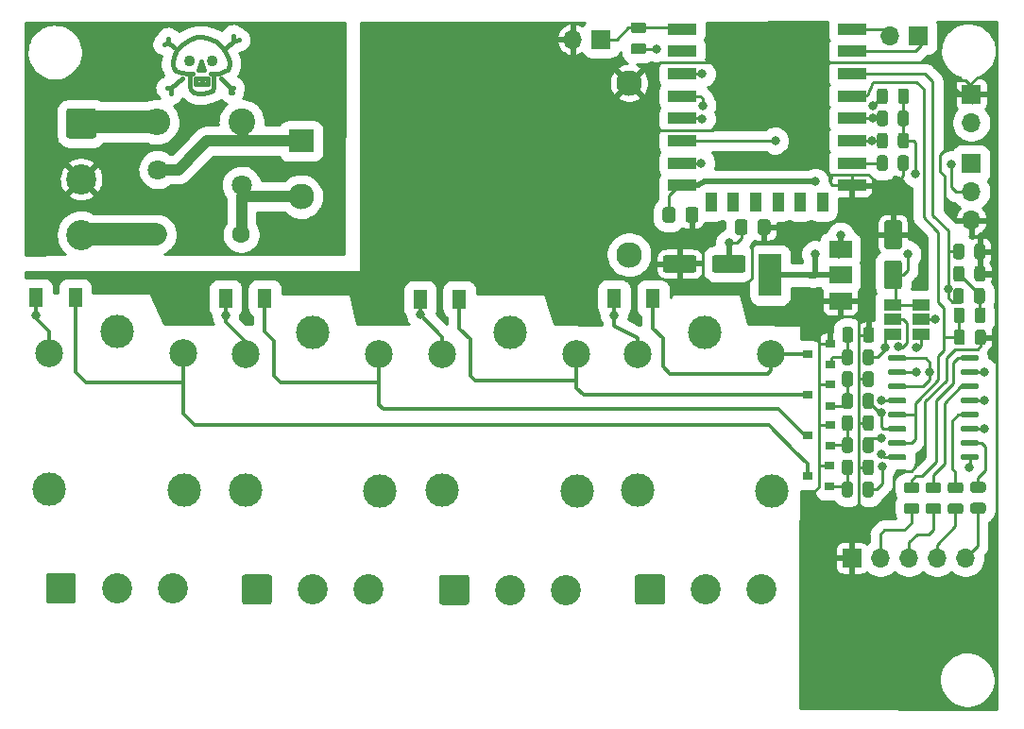
<source format=gbr>
G04 #@! TF.GenerationSoftware,KiCad,Pcbnew,5.99.0-unknown-ae852e1~101~ubuntu18.04.1*
G04 #@! TF.CreationDate,2020-06-05T15:51:04+02:00*
G04 #@! TF.ProjectId,esp_blind,6573705f-626c-4696-9e64-2e6b69636164,rev?*
G04 #@! TF.SameCoordinates,Original*
G04 #@! TF.FileFunction,Copper,L1,Top*
G04 #@! TF.FilePolarity,Positive*
%FSLAX46Y46*%
G04 Gerber Fmt 4.6, Leading zero omitted, Abs format (unit mm)*
G04 Created by KiCad (PCBNEW 5.99.0-unknown-ae852e1~101~ubuntu18.04.1) date 2020-06-05 15:51:04*
%MOMM*%
%LPD*%
G01*
G04 APERTURE LIST*
G04 #@! TA.AperFunction,EtchedComponent*
%ADD10C,0.381000*%
G04 #@! TD*
G04 #@! TA.AperFunction,ComponentPad*
%ADD11O,2.400000X2.400000*%
G04 #@! TD*
G04 #@! TA.AperFunction,ComponentPad*
%ADD12C,2.400000*%
G04 #@! TD*
G04 #@! TA.AperFunction,SMDPad,CuDef*
%ADD13R,1.500000X1.000000*%
G04 #@! TD*
G04 #@! TA.AperFunction,ComponentPad*
%ADD14O,1.700000X1.700000*%
G04 #@! TD*
G04 #@! TA.AperFunction,ComponentPad*
%ADD15R,1.700000X1.700000*%
G04 #@! TD*
G04 #@! TA.AperFunction,ComponentPad*
%ADD16O,1.600000X1.600000*%
G04 #@! TD*
G04 #@! TA.AperFunction,ComponentPad*
%ADD17C,1.600000*%
G04 #@! TD*
G04 #@! TA.AperFunction,ComponentPad*
%ADD18C,1.800000*%
G04 #@! TD*
G04 #@! TA.AperFunction,SMDPad,CuDef*
%ADD19R,2.000000X1.500000*%
G04 #@! TD*
G04 #@! TA.AperFunction,SMDPad,CuDef*
%ADD20R,2.000000X3.800000*%
G04 #@! TD*
G04 #@! TA.AperFunction,SMDPad,CuDef*
%ADD21R,2.500000X1.000000*%
G04 #@! TD*
G04 #@! TA.AperFunction,SMDPad,CuDef*
%ADD22R,1.000000X1.800000*%
G04 #@! TD*
G04 #@! TA.AperFunction,SMDPad,CuDef*
%ADD23R,0.900000X0.800000*%
G04 #@! TD*
G04 #@! TA.AperFunction,ComponentPad*
%ADD24C,2.300000*%
G04 #@! TD*
G04 #@! TA.AperFunction,ComponentPad*
%ADD25R,2.300000X2.000000*%
G04 #@! TD*
G04 #@! TA.AperFunction,ComponentPad*
%ADD26C,3.000000*%
G04 #@! TD*
G04 #@! TA.AperFunction,ComponentPad*
%ADD27C,2.500000*%
G04 #@! TD*
G04 #@! TA.AperFunction,ComponentPad*
%ADD28C,2.700000*%
G04 #@! TD*
G04 #@! TA.AperFunction,SMDPad,CuDef*
%ADD29R,1.300000X1.700000*%
G04 #@! TD*
G04 #@! TA.AperFunction,ViaPad*
%ADD30C,0.800000*%
G04 #@! TD*
G04 #@! TA.AperFunction,Conductor*
%ADD31C,0.250000*%
G04 #@! TD*
G04 #@! TA.AperFunction,Conductor*
%ADD32C,1.000000*%
G04 #@! TD*
G04 #@! TA.AperFunction,Conductor*
%ADD33C,0.350000*%
G04 #@! TD*
G04 #@! TA.AperFunction,Conductor*
%ADD34C,0.500000*%
G04 #@! TD*
G04 #@! TA.AperFunction,Conductor*
%ADD35C,2.000000*%
G04 #@! TD*
G04 #@! TA.AperFunction,Conductor*
%ADD36C,0.254000*%
G04 #@! TD*
G04 APERTURE END LIST*
D10*
X121843800Y-72326500D02*
X121462800Y-72326500D01*
X122224800Y-72326500D02*
X121843800Y-72326500D01*
X122732800Y-72072500D02*
X122224800Y-72326500D01*
X122986800Y-71945500D02*
X122732800Y-72072500D01*
X123113800Y-71564500D02*
X122986800Y-71945500D01*
X123113800Y-71183500D02*
X123113800Y-71564500D01*
X122986800Y-70802500D02*
X123113800Y-71183500D01*
X122732800Y-70294500D02*
X122986800Y-70802500D01*
X122478800Y-69913500D02*
X122732800Y-70294500D01*
X121970800Y-69405500D02*
X122478800Y-69913500D01*
X121335800Y-69151500D02*
X121970800Y-69405500D01*
X120700800Y-69024500D02*
X121335800Y-69151500D01*
X120192800Y-69024500D02*
X120700800Y-69024500D01*
X119557800Y-69278500D02*
X120192800Y-69024500D01*
X118922800Y-69659500D02*
X119557800Y-69278500D01*
X118414800Y-70167500D02*
X118922800Y-69659500D01*
X118160800Y-70802500D02*
X118414800Y-70167500D01*
X118033800Y-71310500D02*
X118160800Y-70802500D01*
X118033800Y-71564500D02*
X118033800Y-71310500D01*
X119430800Y-72326500D02*
X119811800Y-72326500D01*
X118795800Y-72199500D02*
X119430800Y-72326500D01*
X118287800Y-72072500D02*
X118795800Y-72199500D01*
X118160800Y-71818500D02*
X118287800Y-72072500D01*
X118033800Y-71564500D02*
X118160800Y-71818500D01*
X119557800Y-73088500D02*
X119557800Y-72326500D01*
X119557800Y-73469500D02*
X119557800Y-73088500D01*
X120700800Y-74104500D02*
X120319800Y-74104500D01*
X121208800Y-73977500D02*
X120700800Y-74104500D01*
X121589800Y-73850500D02*
X121208800Y-73977500D01*
X121716800Y-73469500D02*
X121589800Y-73850500D01*
X121716800Y-73088500D02*
X121716800Y-73469500D01*
X121716800Y-72326500D02*
X121716800Y-73088500D01*
X119938800Y-73977500D02*
X120319800Y-74104500D01*
X119684800Y-73723500D02*
X119938800Y-73977500D01*
X119557800Y-73469500D02*
X119684800Y-73723500D01*
X120319800Y-71945500D02*
X120573800Y-71183500D01*
X120827800Y-71945500D02*
X120319800Y-71945500D01*
X120573800Y-71183500D02*
X120827800Y-71945500D01*
X121873781Y-71183500D02*
G75*
G03*
X121873781Y-71183500I-283981J0D01*
G01*
X119841781Y-71183500D02*
G75*
G03*
X119841781Y-71183500I-283981J0D01*
G01*
X120065800Y-73215500D02*
X120065800Y-72707500D01*
X121208800Y-73215500D02*
X120065800Y-73215500D01*
X121208800Y-72707500D02*
X121208800Y-73215500D01*
X120065800Y-72707500D02*
X121208800Y-72707500D01*
X120700800Y-72834500D02*
X120700800Y-73088500D01*
X122859800Y-69913500D02*
X123494800Y-69405500D01*
X123494800Y-69405500D02*
X123494800Y-68897500D01*
X123494800Y-69405500D02*
X124002800Y-69278500D01*
X118922800Y-72707500D02*
X117906800Y-73596500D01*
X117906800Y-73596500D02*
X117525800Y-73596500D01*
X117906800Y-73596500D02*
X117906800Y-74104500D01*
X118160800Y-69913500D02*
X117652800Y-69532500D01*
X117652800Y-69532500D02*
X117652800Y-69151500D01*
X117652800Y-69532500D02*
X117271800Y-69659500D01*
X123240800Y-73596500D02*
X123494800Y-73596500D01*
X122351800Y-72707500D02*
X123240800Y-73596500D01*
X123240800Y-73977500D02*
X123367800Y-73977500D01*
X123240800Y-73596500D02*
X123240800Y-73977500D01*
G04 #@! TA.AperFunction,SMDPad,CuDef*
G36*
G01*
X188998200Y-87821450D02*
X188998200Y-88733950D01*
G75*
G02*
X188754450Y-88977700I-243750J0D01*
G01*
X188266950Y-88977700D01*
G75*
G02*
X188023200Y-88733950I0J243750D01*
G01*
X188023200Y-87821450D01*
G75*
G02*
X188266950Y-87577700I243750J0D01*
G01*
X188754450Y-87577700D01*
G75*
G02*
X188998200Y-87821450I0J-243750D01*
G01*
G37*
G04 #@! TD.AperFunction*
G04 #@! TA.AperFunction,SMDPad,CuDef*
G36*
G01*
X190873200Y-87821450D02*
X190873200Y-88733950D01*
G75*
G02*
X190629450Y-88977700I-243750J0D01*
G01*
X190141950Y-88977700D01*
G75*
G02*
X189898200Y-88733950I0J243750D01*
G01*
X189898200Y-87821450D01*
G75*
G02*
X190141950Y-87577700I243750J0D01*
G01*
X190629450Y-87577700D01*
G75*
G02*
X190873200Y-87821450I0J-243750D01*
G01*
G37*
G04 #@! TD.AperFunction*
G04 #@! TA.AperFunction,SMDPad,CuDef*
G36*
G01*
X189059400Y-95504950D02*
X189059400Y-96417450D01*
G75*
G02*
X188815650Y-96661200I-243750J0D01*
G01*
X188328150Y-96661200D01*
G75*
G02*
X188084400Y-96417450I0J243750D01*
G01*
X188084400Y-95504950D01*
G75*
G02*
X188328150Y-95261200I243750J0D01*
G01*
X188815650Y-95261200D01*
G75*
G02*
X189059400Y-95504950I0J-243750D01*
G01*
G37*
G04 #@! TD.AperFunction*
G04 #@! TA.AperFunction,SMDPad,CuDef*
G36*
G01*
X190934400Y-95504950D02*
X190934400Y-96417450D01*
G75*
G02*
X190690650Y-96661200I-243750J0D01*
G01*
X190203150Y-96661200D01*
G75*
G02*
X189959400Y-96417450I0J243750D01*
G01*
X189959400Y-95504950D01*
G75*
G02*
X190203150Y-95261200I243750J0D01*
G01*
X190690650Y-95261200D01*
G75*
G02*
X190934400Y-95504950I0J-243750D01*
G01*
G37*
G04 #@! TD.AperFunction*
D11*
X116598700Y-76657200D03*
D12*
X124218700Y-76657200D03*
D13*
X182562500Y-93061000D03*
X182562500Y-94361000D03*
X182562500Y-95661000D03*
X185166000Y-93061000D03*
X185166000Y-94361000D03*
X185166000Y-95661000D03*
G04 #@! TA.AperFunction,SMDPad,CuDef*
G36*
G01*
X159335150Y-69601500D02*
X160247650Y-69601500D01*
G75*
G02*
X160491400Y-69845250I0J-243750D01*
G01*
X160491400Y-70332750D01*
G75*
G02*
X160247650Y-70576500I-243750J0D01*
G01*
X159335150Y-70576500D01*
G75*
G02*
X159091400Y-70332750I0J243750D01*
G01*
X159091400Y-69845250D01*
G75*
G02*
X159335150Y-69601500I243750J0D01*
G01*
G37*
G04 #@! TD.AperFunction*
G04 #@! TA.AperFunction,SMDPad,CuDef*
G36*
G01*
X159335150Y-67726500D02*
X160247650Y-67726500D01*
G75*
G02*
X160491400Y-67970250I0J-243750D01*
G01*
X160491400Y-68457750D01*
G75*
G02*
X160247650Y-68701500I-243750J0D01*
G01*
X159335150Y-68701500D01*
G75*
G02*
X159091400Y-68457750I0J243750D01*
G01*
X159091400Y-67970250D01*
G75*
G02*
X159335150Y-67726500I243750J0D01*
G01*
G37*
G04 #@! TD.AperFunction*
G04 #@! TA.AperFunction,SMDPad,CuDef*
G36*
G01*
X188972800Y-91796550D02*
X188972800Y-92709050D01*
G75*
G02*
X188729050Y-92952800I-243750J0D01*
G01*
X188241550Y-92952800D01*
G75*
G02*
X187997800Y-92709050I0J243750D01*
G01*
X187997800Y-91796550D01*
G75*
G02*
X188241550Y-91552800I243750J0D01*
G01*
X188729050Y-91552800D01*
G75*
G02*
X188972800Y-91796550I0J-243750D01*
G01*
G37*
G04 #@! TD.AperFunction*
G04 #@! TA.AperFunction,SMDPad,CuDef*
G36*
G01*
X190847800Y-91796550D02*
X190847800Y-92709050D01*
G75*
G02*
X190604050Y-92952800I-243750J0D01*
G01*
X190116550Y-92952800D01*
G75*
G02*
X189872800Y-92709050I0J243750D01*
G01*
X189872800Y-91796550D01*
G75*
G02*
X190116550Y-91552800I243750J0D01*
G01*
X190604050Y-91552800D01*
G75*
G02*
X190847800Y-91796550I0J-243750D01*
G01*
G37*
G04 #@! TD.AperFunction*
G04 #@! TA.AperFunction,SMDPad,CuDef*
G36*
G01*
X189034000Y-93523750D02*
X189034000Y-94436250D01*
G75*
G02*
X188790250Y-94680000I-243750J0D01*
G01*
X188302750Y-94680000D01*
G75*
G02*
X188059000Y-94436250I0J243750D01*
G01*
X188059000Y-93523750D01*
G75*
G02*
X188302750Y-93280000I243750J0D01*
G01*
X188790250Y-93280000D01*
G75*
G02*
X189034000Y-93523750I0J-243750D01*
G01*
G37*
G04 #@! TD.AperFunction*
G04 #@! TA.AperFunction,SMDPad,CuDef*
G36*
G01*
X190909000Y-93523750D02*
X190909000Y-94436250D01*
G75*
G02*
X190665250Y-94680000I-243750J0D01*
G01*
X190177750Y-94680000D01*
G75*
G02*
X189934000Y-94436250I0J243750D01*
G01*
X189934000Y-93523750D01*
G75*
G02*
X190177750Y-93280000I243750J0D01*
G01*
X190665250Y-93280000D01*
G75*
G02*
X190909000Y-93523750I0J-243750D01*
G01*
G37*
G04 #@! TD.AperFunction*
D14*
X189103000Y-115747800D03*
X186563000Y-115747800D03*
X184023000Y-115747800D03*
X181483000Y-115747800D03*
D15*
X178943000Y-115747800D03*
D14*
X153898600Y-69240400D03*
D15*
X156438600Y-69240400D03*
D14*
X189623700Y-76720700D03*
D15*
X189623700Y-74180700D03*
D14*
X182346600Y-68961000D03*
D15*
X184886600Y-68961000D03*
D14*
X189623700Y-85458300D03*
X189623700Y-82918300D03*
D15*
X189623700Y-80378300D03*
D16*
X116560600Y-86741000D03*
D17*
X124180600Y-86741000D03*
D18*
X124213000Y-82324400D03*
X116713000Y-80924400D03*
D19*
X177894306Y-92693485D03*
X177894306Y-88093485D03*
X177894306Y-90393485D03*
D20*
X171594306Y-90393485D03*
D21*
X178910300Y-68331200D03*
X178910300Y-70331200D03*
X178910300Y-72331200D03*
X178910300Y-74331200D03*
X178910300Y-76331200D03*
X178910300Y-78331200D03*
X178910300Y-80331200D03*
X178910300Y-82331200D03*
D22*
X176310300Y-83831200D03*
X174310300Y-83831200D03*
X172310300Y-83831200D03*
X170310300Y-83831200D03*
X168310300Y-83831200D03*
X166310300Y-83831200D03*
D21*
X163710300Y-82331200D03*
X163710300Y-80331200D03*
X163710300Y-78331200D03*
X163710300Y-76331200D03*
X163710300Y-74331200D03*
X163710300Y-72331200D03*
X163710300Y-70331200D03*
X163710300Y-68331200D03*
G04 #@! TA.AperFunction,SMDPad,CuDef*
G36*
G01*
X183795500Y-106567900D02*
X183795500Y-106842900D01*
G75*
G02*
X183658000Y-106980400I-137500J0D01*
G01*
X182333000Y-106980400D01*
G75*
G02*
X182195500Y-106842900I0J137500D01*
G01*
X182195500Y-106567900D01*
G75*
G02*
X182333000Y-106430400I137500J0D01*
G01*
X183658000Y-106430400D01*
G75*
G02*
X183795500Y-106567900I0J-137500D01*
G01*
G37*
G04 #@! TD.AperFunction*
G04 #@! TA.AperFunction,SMDPad,CuDef*
G36*
G01*
X183795500Y-105297900D02*
X183795500Y-105572900D01*
G75*
G02*
X183658000Y-105710400I-137500J0D01*
G01*
X182333000Y-105710400D01*
G75*
G02*
X182195500Y-105572900I0J137500D01*
G01*
X182195500Y-105297900D01*
G75*
G02*
X182333000Y-105160400I137500J0D01*
G01*
X183658000Y-105160400D01*
G75*
G02*
X183795500Y-105297900I0J-137500D01*
G01*
G37*
G04 #@! TD.AperFunction*
G04 #@! TA.AperFunction,SMDPad,CuDef*
G36*
G01*
X183795500Y-104027900D02*
X183795500Y-104302900D01*
G75*
G02*
X183658000Y-104440400I-137500J0D01*
G01*
X182333000Y-104440400D01*
G75*
G02*
X182195500Y-104302900I0J137500D01*
G01*
X182195500Y-104027900D01*
G75*
G02*
X182333000Y-103890400I137500J0D01*
G01*
X183658000Y-103890400D01*
G75*
G02*
X183795500Y-104027900I0J-137500D01*
G01*
G37*
G04 #@! TD.AperFunction*
G04 #@! TA.AperFunction,SMDPad,CuDef*
G36*
G01*
X183795500Y-102757900D02*
X183795500Y-103032900D01*
G75*
G02*
X183658000Y-103170400I-137500J0D01*
G01*
X182333000Y-103170400D01*
G75*
G02*
X182195500Y-103032900I0J137500D01*
G01*
X182195500Y-102757900D01*
G75*
G02*
X182333000Y-102620400I137500J0D01*
G01*
X183658000Y-102620400D01*
G75*
G02*
X183795500Y-102757900I0J-137500D01*
G01*
G37*
G04 #@! TD.AperFunction*
G04 #@! TA.AperFunction,SMDPad,CuDef*
G36*
G01*
X183795500Y-101487900D02*
X183795500Y-101762900D01*
G75*
G02*
X183658000Y-101900400I-137500J0D01*
G01*
X182333000Y-101900400D01*
G75*
G02*
X182195500Y-101762900I0J137500D01*
G01*
X182195500Y-101487900D01*
G75*
G02*
X182333000Y-101350400I137500J0D01*
G01*
X183658000Y-101350400D01*
G75*
G02*
X183795500Y-101487900I0J-137500D01*
G01*
G37*
G04 #@! TD.AperFunction*
G04 #@! TA.AperFunction,SMDPad,CuDef*
G36*
G01*
X183795500Y-100217900D02*
X183795500Y-100492900D01*
G75*
G02*
X183658000Y-100630400I-137500J0D01*
G01*
X182333000Y-100630400D01*
G75*
G02*
X182195500Y-100492900I0J137500D01*
G01*
X182195500Y-100217900D01*
G75*
G02*
X182333000Y-100080400I137500J0D01*
G01*
X183658000Y-100080400D01*
G75*
G02*
X183795500Y-100217900I0J-137500D01*
G01*
G37*
G04 #@! TD.AperFunction*
G04 #@! TA.AperFunction,SMDPad,CuDef*
G36*
G01*
X183795500Y-98947900D02*
X183795500Y-99222900D01*
G75*
G02*
X183658000Y-99360400I-137500J0D01*
G01*
X182333000Y-99360400D01*
G75*
G02*
X182195500Y-99222900I0J137500D01*
G01*
X182195500Y-98947900D01*
G75*
G02*
X182333000Y-98810400I137500J0D01*
G01*
X183658000Y-98810400D01*
G75*
G02*
X183795500Y-98947900I0J-137500D01*
G01*
G37*
G04 #@! TD.AperFunction*
G04 #@! TA.AperFunction,SMDPad,CuDef*
G36*
G01*
X183795500Y-97677900D02*
X183795500Y-97952900D01*
G75*
G02*
X183658000Y-98090400I-137500J0D01*
G01*
X182333000Y-98090400D01*
G75*
G02*
X182195500Y-97952900I0J137500D01*
G01*
X182195500Y-97677900D01*
G75*
G02*
X182333000Y-97540400I137500J0D01*
G01*
X183658000Y-97540400D01*
G75*
G02*
X183795500Y-97677900I0J-137500D01*
G01*
G37*
G04 #@! TD.AperFunction*
G04 #@! TA.AperFunction,SMDPad,CuDef*
G36*
G01*
X190295500Y-97677900D02*
X190295500Y-97952900D01*
G75*
G02*
X190158000Y-98090400I-137500J0D01*
G01*
X188833000Y-98090400D01*
G75*
G02*
X188695500Y-97952900I0J137500D01*
G01*
X188695500Y-97677900D01*
G75*
G02*
X188833000Y-97540400I137500J0D01*
G01*
X190158000Y-97540400D01*
G75*
G02*
X190295500Y-97677900I0J-137500D01*
G01*
G37*
G04 #@! TD.AperFunction*
G04 #@! TA.AperFunction,SMDPad,CuDef*
G36*
G01*
X190295500Y-98947900D02*
X190295500Y-99222900D01*
G75*
G02*
X190158000Y-99360400I-137500J0D01*
G01*
X188833000Y-99360400D01*
G75*
G02*
X188695500Y-99222900I0J137500D01*
G01*
X188695500Y-98947900D01*
G75*
G02*
X188833000Y-98810400I137500J0D01*
G01*
X190158000Y-98810400D01*
G75*
G02*
X190295500Y-98947900I0J-137500D01*
G01*
G37*
G04 #@! TD.AperFunction*
G04 #@! TA.AperFunction,SMDPad,CuDef*
G36*
G01*
X190295500Y-100217900D02*
X190295500Y-100492900D01*
G75*
G02*
X190158000Y-100630400I-137500J0D01*
G01*
X188833000Y-100630400D01*
G75*
G02*
X188695500Y-100492900I0J137500D01*
G01*
X188695500Y-100217900D01*
G75*
G02*
X188833000Y-100080400I137500J0D01*
G01*
X190158000Y-100080400D01*
G75*
G02*
X190295500Y-100217900I0J-137500D01*
G01*
G37*
G04 #@! TD.AperFunction*
G04 #@! TA.AperFunction,SMDPad,CuDef*
G36*
G01*
X190295500Y-101487900D02*
X190295500Y-101762900D01*
G75*
G02*
X190158000Y-101900400I-137500J0D01*
G01*
X188833000Y-101900400D01*
G75*
G02*
X188695500Y-101762900I0J137500D01*
G01*
X188695500Y-101487900D01*
G75*
G02*
X188833000Y-101350400I137500J0D01*
G01*
X190158000Y-101350400D01*
G75*
G02*
X190295500Y-101487900I0J-137500D01*
G01*
G37*
G04 #@! TD.AperFunction*
G04 #@! TA.AperFunction,SMDPad,CuDef*
G36*
G01*
X190295500Y-102757900D02*
X190295500Y-103032900D01*
G75*
G02*
X190158000Y-103170400I-137500J0D01*
G01*
X188833000Y-103170400D01*
G75*
G02*
X188695500Y-103032900I0J137500D01*
G01*
X188695500Y-102757900D01*
G75*
G02*
X188833000Y-102620400I137500J0D01*
G01*
X190158000Y-102620400D01*
G75*
G02*
X190295500Y-102757900I0J-137500D01*
G01*
G37*
G04 #@! TD.AperFunction*
G04 #@! TA.AperFunction,SMDPad,CuDef*
G36*
G01*
X190295500Y-104027900D02*
X190295500Y-104302900D01*
G75*
G02*
X190158000Y-104440400I-137500J0D01*
G01*
X188833000Y-104440400D01*
G75*
G02*
X188695500Y-104302900I0J137500D01*
G01*
X188695500Y-104027900D01*
G75*
G02*
X188833000Y-103890400I137500J0D01*
G01*
X190158000Y-103890400D01*
G75*
G02*
X190295500Y-104027900I0J-137500D01*
G01*
G37*
G04 #@! TD.AperFunction*
G04 #@! TA.AperFunction,SMDPad,CuDef*
G36*
G01*
X190295500Y-105297900D02*
X190295500Y-105572900D01*
G75*
G02*
X190158000Y-105710400I-137500J0D01*
G01*
X188833000Y-105710400D01*
G75*
G02*
X188695500Y-105572900I0J137500D01*
G01*
X188695500Y-105297900D01*
G75*
G02*
X188833000Y-105160400I137500J0D01*
G01*
X190158000Y-105160400D01*
G75*
G02*
X190295500Y-105297900I0J-137500D01*
G01*
G37*
G04 #@! TD.AperFunction*
G04 #@! TA.AperFunction,SMDPad,CuDef*
G36*
G01*
X190295500Y-106567900D02*
X190295500Y-106842900D01*
G75*
G02*
X190158000Y-106980400I-137500J0D01*
G01*
X188833000Y-106980400D01*
G75*
G02*
X188695500Y-106842900I0J137500D01*
G01*
X188695500Y-106567900D01*
G75*
G02*
X188833000Y-106430400I137500J0D01*
G01*
X190158000Y-106430400D01*
G75*
G02*
X190295500Y-106567900I0J-137500D01*
G01*
G37*
G04 #@! TD.AperFunction*
G04 #@! TA.AperFunction,SMDPad,CuDef*
G36*
G01*
X189906300Y-90727850D02*
X189906300Y-89815350D01*
G75*
G02*
X190150050Y-89571600I243750J0D01*
G01*
X190637550Y-89571600D01*
G75*
G02*
X190881300Y-89815350I0J-243750D01*
G01*
X190881300Y-90727850D01*
G75*
G02*
X190637550Y-90971600I-243750J0D01*
G01*
X190150050Y-90971600D01*
G75*
G02*
X189906300Y-90727850I0J243750D01*
G01*
G37*
G04 #@! TD.AperFunction*
G04 #@! TA.AperFunction,SMDPad,CuDef*
G36*
G01*
X188031300Y-90727850D02*
X188031300Y-89815350D01*
G75*
G02*
X188275050Y-89571600I243750J0D01*
G01*
X188762550Y-89571600D01*
G75*
G02*
X189006300Y-89815350I0J-243750D01*
G01*
X189006300Y-90727850D01*
G75*
G02*
X188762550Y-90971600I-243750J0D01*
G01*
X188275050Y-90971600D01*
G75*
G02*
X188031300Y-90727850I0J243750D01*
G01*
G37*
G04 #@! TD.AperFunction*
G04 #@! TA.AperFunction,SMDPad,CuDef*
G36*
G01*
X179916000Y-100163950D02*
X179916000Y-99251450D01*
G75*
G02*
X180159750Y-99007700I243750J0D01*
G01*
X180647250Y-99007700D01*
G75*
G02*
X180891000Y-99251450I0J-243750D01*
G01*
X180891000Y-100163950D01*
G75*
G02*
X180647250Y-100407700I-243750J0D01*
G01*
X180159750Y-100407700D01*
G75*
G02*
X179916000Y-100163950I0J243750D01*
G01*
G37*
G04 #@! TD.AperFunction*
G04 #@! TA.AperFunction,SMDPad,CuDef*
G36*
G01*
X178041000Y-100163950D02*
X178041000Y-99251450D01*
G75*
G02*
X178284750Y-99007700I243750J0D01*
G01*
X178772250Y-99007700D01*
G75*
G02*
X179016000Y-99251450I0J-243750D01*
G01*
X179016000Y-100163950D01*
G75*
G02*
X178772250Y-100407700I-243750J0D01*
G01*
X178284750Y-100407700D01*
G75*
G02*
X178041000Y-100163950I0J243750D01*
G01*
G37*
G04 #@! TD.AperFunction*
G04 #@! TA.AperFunction,SMDPad,CuDef*
G36*
G01*
X183052900Y-74802050D02*
X183052900Y-73889550D01*
G75*
G02*
X183296650Y-73645800I243750J0D01*
G01*
X183784150Y-73645800D01*
G75*
G02*
X184027900Y-73889550I0J-243750D01*
G01*
X184027900Y-74802050D01*
G75*
G02*
X183784150Y-75045800I-243750J0D01*
G01*
X183296650Y-75045800D01*
G75*
G02*
X183052900Y-74802050I0J243750D01*
G01*
G37*
G04 #@! TD.AperFunction*
G04 #@! TA.AperFunction,SMDPad,CuDef*
G36*
G01*
X181177900Y-74802050D02*
X181177900Y-73889550D01*
G75*
G02*
X181421650Y-73645800I243750J0D01*
G01*
X181909150Y-73645800D01*
G75*
G02*
X182152900Y-73889550I0J-243750D01*
G01*
X182152900Y-74802050D01*
G75*
G02*
X181909150Y-75045800I-243750J0D01*
G01*
X181421650Y-75045800D01*
G75*
G02*
X181177900Y-74802050I0J243750D01*
G01*
G37*
G04 #@! TD.AperFunction*
G04 #@! TA.AperFunction,SMDPad,CuDef*
G36*
G01*
X182150600Y-75870750D02*
X182150600Y-76783250D01*
G75*
G02*
X181906850Y-77027000I-243750J0D01*
G01*
X181419350Y-77027000D01*
G75*
G02*
X181175600Y-76783250I0J243750D01*
G01*
X181175600Y-75870750D01*
G75*
G02*
X181419350Y-75627000I243750J0D01*
G01*
X181906850Y-75627000D01*
G75*
G02*
X182150600Y-75870750I0J-243750D01*
G01*
G37*
G04 #@! TD.AperFunction*
G04 #@! TA.AperFunction,SMDPad,CuDef*
G36*
G01*
X184025600Y-75870750D02*
X184025600Y-76783250D01*
G75*
G02*
X183781850Y-77027000I-243750J0D01*
G01*
X183294350Y-77027000D01*
G75*
G02*
X183050600Y-76783250I0J243750D01*
G01*
X183050600Y-75870750D01*
G75*
G02*
X183294350Y-75627000I243750J0D01*
G01*
X183781850Y-75627000D01*
G75*
G02*
X184025600Y-75870750I0J-243750D01*
G01*
G37*
G04 #@! TD.AperFunction*
G04 #@! TA.AperFunction,SMDPad,CuDef*
G36*
G01*
X182148300Y-79883950D02*
X182148300Y-80796450D01*
G75*
G02*
X181904550Y-81040200I-243750J0D01*
G01*
X181417050Y-81040200D01*
G75*
G02*
X181173300Y-80796450I0J243750D01*
G01*
X181173300Y-79883950D01*
G75*
G02*
X181417050Y-79640200I243750J0D01*
G01*
X181904550Y-79640200D01*
G75*
G02*
X182148300Y-79883950I0J-243750D01*
G01*
G37*
G04 #@! TD.AperFunction*
G04 #@! TA.AperFunction,SMDPad,CuDef*
G36*
G01*
X184023300Y-79883950D02*
X184023300Y-80796450D01*
G75*
G02*
X183779550Y-81040200I-243750J0D01*
G01*
X183292050Y-81040200D01*
G75*
G02*
X183048300Y-80796450I0J243750D01*
G01*
X183048300Y-79883950D01*
G75*
G02*
X183292050Y-79640200I243750J0D01*
G01*
X183779550Y-79640200D01*
G75*
G02*
X184023300Y-79883950I0J-243750D01*
G01*
G37*
G04 #@! TD.AperFunction*
G04 #@! TA.AperFunction,SMDPad,CuDef*
G36*
G01*
X179916000Y-98208150D02*
X179916000Y-97295650D01*
G75*
G02*
X180159750Y-97051900I243750J0D01*
G01*
X180647250Y-97051900D01*
G75*
G02*
X180891000Y-97295650I0J-243750D01*
G01*
X180891000Y-98208150D01*
G75*
G02*
X180647250Y-98451900I-243750J0D01*
G01*
X180159750Y-98451900D01*
G75*
G02*
X179916000Y-98208150I0J243750D01*
G01*
G37*
G04 #@! TD.AperFunction*
G04 #@! TA.AperFunction,SMDPad,CuDef*
G36*
G01*
X178041000Y-98208150D02*
X178041000Y-97295650D01*
G75*
G02*
X178284750Y-97051900I243750J0D01*
G01*
X178772250Y-97051900D01*
G75*
G02*
X179016000Y-97295650I0J-243750D01*
G01*
X179016000Y-98208150D01*
G75*
G02*
X178772250Y-98451900I-243750J0D01*
G01*
X178284750Y-98451900D01*
G75*
G02*
X178041000Y-98208150I0J243750D01*
G01*
G37*
G04 #@! TD.AperFunction*
G04 #@! TA.AperFunction,SMDPad,CuDef*
G36*
G01*
X179916000Y-102132450D02*
X179916000Y-101219950D01*
G75*
G02*
X180159750Y-100976200I243750J0D01*
G01*
X180647250Y-100976200D01*
G75*
G02*
X180891000Y-101219950I0J-243750D01*
G01*
X180891000Y-102132450D01*
G75*
G02*
X180647250Y-102376200I-243750J0D01*
G01*
X180159750Y-102376200D01*
G75*
G02*
X179916000Y-102132450I0J243750D01*
G01*
G37*
G04 #@! TD.AperFunction*
G04 #@! TA.AperFunction,SMDPad,CuDef*
G36*
G01*
X178041000Y-102132450D02*
X178041000Y-101219950D01*
G75*
G02*
X178284750Y-100976200I243750J0D01*
G01*
X178772250Y-100976200D01*
G75*
G02*
X179016000Y-101219950I0J-243750D01*
G01*
X179016000Y-102132450D01*
G75*
G02*
X178772250Y-102376200I-243750J0D01*
G01*
X178284750Y-102376200D01*
G75*
G02*
X178041000Y-102132450I0J243750D01*
G01*
G37*
G04 #@! TD.AperFunction*
G04 #@! TA.AperFunction,SMDPad,CuDef*
G36*
G01*
X183050600Y-78789850D02*
X183050600Y-77877350D01*
G75*
G02*
X183294350Y-77633600I243750J0D01*
G01*
X183781850Y-77633600D01*
G75*
G02*
X184025600Y-77877350I0J-243750D01*
G01*
X184025600Y-78789850D01*
G75*
G02*
X183781850Y-79033600I-243750J0D01*
G01*
X183294350Y-79033600D01*
G75*
G02*
X183050600Y-78789850I0J243750D01*
G01*
G37*
G04 #@! TD.AperFunction*
G04 #@! TA.AperFunction,SMDPad,CuDef*
G36*
G01*
X181175600Y-78789850D02*
X181175600Y-77877350D01*
G75*
G02*
X181419350Y-77633600I243750J0D01*
G01*
X181906850Y-77633600D01*
G75*
G02*
X182150600Y-77877350I0J-243750D01*
G01*
X182150600Y-78789850D01*
G75*
G02*
X181906850Y-79033600I-243750J0D01*
G01*
X181419350Y-79033600D01*
G75*
G02*
X181175600Y-78789850I0J243750D01*
G01*
G37*
G04 #@! TD.AperFunction*
G04 #@! TA.AperFunction,SMDPad,CuDef*
G36*
G01*
X179916000Y-104100950D02*
X179916000Y-103188450D01*
G75*
G02*
X180159750Y-102944700I243750J0D01*
G01*
X180647250Y-102944700D01*
G75*
G02*
X180891000Y-103188450I0J-243750D01*
G01*
X180891000Y-104100950D01*
G75*
G02*
X180647250Y-104344700I-243750J0D01*
G01*
X180159750Y-104344700D01*
G75*
G02*
X179916000Y-104100950I0J243750D01*
G01*
G37*
G04 #@! TD.AperFunction*
G04 #@! TA.AperFunction,SMDPad,CuDef*
G36*
G01*
X178041000Y-104100950D02*
X178041000Y-103188450D01*
G75*
G02*
X178284750Y-102944700I243750J0D01*
G01*
X178772250Y-102944700D01*
G75*
G02*
X179016000Y-103188450I0J-243750D01*
G01*
X179016000Y-104100950D01*
G75*
G02*
X178772250Y-104344700I-243750J0D01*
G01*
X178284750Y-104344700D01*
G75*
G02*
X178041000Y-104100950I0J243750D01*
G01*
G37*
G04 #@! TD.AperFunction*
G04 #@! TA.AperFunction,SMDPad,CuDef*
G36*
G01*
X179916000Y-106082150D02*
X179916000Y-105169650D01*
G75*
G02*
X180159750Y-104925900I243750J0D01*
G01*
X180647250Y-104925900D01*
G75*
G02*
X180891000Y-105169650I0J-243750D01*
G01*
X180891000Y-106082150D01*
G75*
G02*
X180647250Y-106325900I-243750J0D01*
G01*
X180159750Y-106325900D01*
G75*
G02*
X179916000Y-106082150I0J243750D01*
G01*
G37*
G04 #@! TD.AperFunction*
G04 #@! TA.AperFunction,SMDPad,CuDef*
G36*
G01*
X178041000Y-106082150D02*
X178041000Y-105169650D01*
G75*
G02*
X178284750Y-104925900I243750J0D01*
G01*
X178772250Y-104925900D01*
G75*
G02*
X179016000Y-105169650I0J-243750D01*
G01*
X179016000Y-106082150D01*
G75*
G02*
X178772250Y-106325900I-243750J0D01*
G01*
X178284750Y-106325900D01*
G75*
G02*
X178041000Y-106082150I0J243750D01*
G01*
G37*
G04 #@! TD.AperFunction*
G04 #@! TA.AperFunction,SMDPad,CuDef*
G36*
G01*
X179916000Y-108076050D02*
X179916000Y-107163550D01*
G75*
G02*
X180159750Y-106919800I243750J0D01*
G01*
X180647250Y-106919800D01*
G75*
G02*
X180891000Y-107163550I0J-243750D01*
G01*
X180891000Y-108076050D01*
G75*
G02*
X180647250Y-108319800I-243750J0D01*
G01*
X180159750Y-108319800D01*
G75*
G02*
X179916000Y-108076050I0J243750D01*
G01*
G37*
G04 #@! TD.AperFunction*
G04 #@! TA.AperFunction,SMDPad,CuDef*
G36*
G01*
X178041000Y-108076050D02*
X178041000Y-107163550D01*
G75*
G02*
X178284750Y-106919800I243750J0D01*
G01*
X178772250Y-106919800D01*
G75*
G02*
X179016000Y-107163550I0J-243750D01*
G01*
X179016000Y-108076050D01*
G75*
G02*
X178772250Y-108319800I-243750J0D01*
G01*
X178284750Y-108319800D01*
G75*
G02*
X178041000Y-108076050I0J243750D01*
G01*
G37*
G04 #@! TD.AperFunction*
G04 #@! TA.AperFunction,SMDPad,CuDef*
G36*
G01*
X178028300Y-110057250D02*
X178028300Y-109144750D01*
G75*
G02*
X178272050Y-108901000I243750J0D01*
G01*
X178759550Y-108901000D01*
G75*
G02*
X179003300Y-109144750I0J-243750D01*
G01*
X179003300Y-110057250D01*
G75*
G02*
X178759550Y-110301000I-243750J0D01*
G01*
X178272050Y-110301000D01*
G75*
G02*
X178028300Y-110057250I0J243750D01*
G01*
G37*
G04 #@! TD.AperFunction*
G04 #@! TA.AperFunction,SMDPad,CuDef*
G36*
G01*
X179903300Y-110057250D02*
X179903300Y-109144750D01*
G75*
G02*
X180147050Y-108901000I243750J0D01*
G01*
X180634550Y-108901000D01*
G75*
G02*
X180878300Y-109144750I0J-243750D01*
G01*
X180878300Y-110057250D01*
G75*
G02*
X180634550Y-110301000I-243750J0D01*
G01*
X180147050Y-110301000D01*
G75*
G02*
X179903300Y-110057250I0J243750D01*
G01*
G37*
G04 #@! TD.AperFunction*
G04 #@! TA.AperFunction,SMDPad,CuDef*
G36*
G01*
X184733250Y-109923400D02*
X183820750Y-109923400D01*
G75*
G02*
X183577000Y-109679650I0J243750D01*
G01*
X183577000Y-109192150D01*
G75*
G02*
X183820750Y-108948400I243750J0D01*
G01*
X184733250Y-108948400D01*
G75*
G02*
X184977000Y-109192150I0J-243750D01*
G01*
X184977000Y-109679650D01*
G75*
G02*
X184733250Y-109923400I-243750J0D01*
G01*
G37*
G04 #@! TD.AperFunction*
G04 #@! TA.AperFunction,SMDPad,CuDef*
G36*
G01*
X184733250Y-111798400D02*
X183820750Y-111798400D01*
G75*
G02*
X183577000Y-111554650I0J243750D01*
G01*
X183577000Y-111067150D01*
G75*
G02*
X183820750Y-110823400I243750J0D01*
G01*
X184733250Y-110823400D01*
G75*
G02*
X184977000Y-111067150I0J-243750D01*
G01*
X184977000Y-111554650D01*
G75*
G02*
X184733250Y-111798400I-243750J0D01*
G01*
G37*
G04 #@! TD.AperFunction*
G04 #@! TA.AperFunction,SMDPad,CuDef*
G36*
G01*
X186689050Y-109938400D02*
X185776550Y-109938400D01*
G75*
G02*
X185532800Y-109694650I0J243750D01*
G01*
X185532800Y-109207150D01*
G75*
G02*
X185776550Y-108963400I243750J0D01*
G01*
X186689050Y-108963400D01*
G75*
G02*
X186932800Y-109207150I0J-243750D01*
G01*
X186932800Y-109694650D01*
G75*
G02*
X186689050Y-109938400I-243750J0D01*
G01*
G37*
G04 #@! TD.AperFunction*
G04 #@! TA.AperFunction,SMDPad,CuDef*
G36*
G01*
X186689050Y-111813400D02*
X185776550Y-111813400D01*
G75*
G02*
X185532800Y-111569650I0J243750D01*
G01*
X185532800Y-111082150D01*
G75*
G02*
X185776550Y-110838400I243750J0D01*
G01*
X186689050Y-110838400D01*
G75*
G02*
X186932800Y-111082150I0J-243750D01*
G01*
X186932800Y-111569650D01*
G75*
G02*
X186689050Y-111813400I-243750J0D01*
G01*
G37*
G04 #@! TD.AperFunction*
G04 #@! TA.AperFunction,SMDPad,CuDef*
G36*
G01*
X179941400Y-96201550D02*
X179941400Y-95289050D01*
G75*
G02*
X180185150Y-95045300I243750J0D01*
G01*
X180672650Y-95045300D01*
G75*
G02*
X180916400Y-95289050I0J-243750D01*
G01*
X180916400Y-96201550D01*
G75*
G02*
X180672650Y-96445300I-243750J0D01*
G01*
X180185150Y-96445300D01*
G75*
G02*
X179941400Y-96201550I0J243750D01*
G01*
G37*
G04 #@! TD.AperFunction*
G04 #@! TA.AperFunction,SMDPad,CuDef*
G36*
G01*
X178066400Y-96201550D02*
X178066400Y-95289050D01*
G75*
G02*
X178310150Y-95045300I243750J0D01*
G01*
X178797650Y-95045300D01*
G75*
G02*
X179041400Y-95289050I0J-243750D01*
G01*
X179041400Y-96201550D01*
G75*
G02*
X178797650Y-96445300I-243750J0D01*
G01*
X178310150Y-96445300D01*
G75*
G02*
X178066400Y-96201550I0J243750D01*
G01*
G37*
G04 #@! TD.AperFunction*
G04 #@! TA.AperFunction,SMDPad,CuDef*
G36*
G01*
X190689550Y-109898000D02*
X189777050Y-109898000D01*
G75*
G02*
X189533300Y-109654250I0J243750D01*
G01*
X189533300Y-109166750D01*
G75*
G02*
X189777050Y-108923000I243750J0D01*
G01*
X190689550Y-108923000D01*
G75*
G02*
X190933300Y-109166750I0J-243750D01*
G01*
X190933300Y-109654250D01*
G75*
G02*
X190689550Y-109898000I-243750J0D01*
G01*
G37*
G04 #@! TD.AperFunction*
G04 #@! TA.AperFunction,SMDPad,CuDef*
G36*
G01*
X190689550Y-111773000D02*
X189777050Y-111773000D01*
G75*
G02*
X189533300Y-111529250I0J243750D01*
G01*
X189533300Y-111041750D01*
G75*
G02*
X189777050Y-110798000I243750J0D01*
G01*
X190689550Y-110798000D01*
G75*
G02*
X190933300Y-111041750I0J-243750D01*
G01*
X190933300Y-111529250D01*
G75*
G02*
X190689550Y-111773000I-243750J0D01*
G01*
G37*
G04 #@! TD.AperFunction*
G04 #@! TA.AperFunction,SMDPad,CuDef*
G36*
G01*
X188670250Y-109938400D02*
X187757750Y-109938400D01*
G75*
G02*
X187514000Y-109694650I0J243750D01*
G01*
X187514000Y-109207150D01*
G75*
G02*
X187757750Y-108963400I243750J0D01*
G01*
X188670250Y-108963400D01*
G75*
G02*
X188914000Y-109207150I0J-243750D01*
G01*
X188914000Y-109694650D01*
G75*
G02*
X188670250Y-109938400I-243750J0D01*
G01*
G37*
G04 #@! TD.AperFunction*
G04 #@! TA.AperFunction,SMDPad,CuDef*
G36*
G01*
X188670250Y-111813400D02*
X187757750Y-111813400D01*
G75*
G02*
X187514000Y-111569650I0J243750D01*
G01*
X187514000Y-111082150D01*
G75*
G02*
X187757750Y-110838400I243750J0D01*
G01*
X188670250Y-110838400D01*
G75*
G02*
X188914000Y-111082150I0J-243750D01*
G01*
X188914000Y-111569650D01*
G75*
G02*
X188670250Y-111813400I-243750J0D01*
G01*
G37*
G04 #@! TD.AperFunction*
D23*
X174961800Y-97470000D03*
X176961800Y-96520000D03*
X176961800Y-98420000D03*
X174987200Y-101140300D03*
X176987200Y-100190300D03*
X176987200Y-102090300D03*
X174961800Y-104759800D03*
X176961800Y-103809800D03*
X176961800Y-105709800D03*
X174936400Y-108404700D03*
X176936400Y-107454700D03*
X176936400Y-109354700D03*
D24*
X158954500Y-88553300D03*
X129554500Y-83353300D03*
D25*
X129554500Y-78353300D03*
D24*
X158954500Y-73153300D03*
D26*
X165747700Y-95504000D03*
D27*
X171697700Y-97454000D03*
D26*
X171747700Y-109704000D03*
X159697700Y-109654000D03*
D27*
X159697700Y-97454000D03*
D26*
X148264600Y-95539900D03*
D27*
X154214600Y-97489900D03*
D26*
X154264600Y-109739900D03*
X142214600Y-109689900D03*
D27*
X142214600Y-97489900D03*
D26*
X130606800Y-95542100D03*
D27*
X136556800Y-97492100D03*
D26*
X136606800Y-109742100D03*
X124556800Y-109692100D03*
D27*
X124556800Y-97492100D03*
D26*
X113055400Y-95440500D03*
D27*
X119005400Y-97390500D03*
D26*
X119055400Y-109640500D03*
X107005400Y-109590500D03*
D27*
X107005400Y-97390500D03*
D28*
X109855000Y-86784200D03*
X109855000Y-81784200D03*
G04 #@! TA.AperFunction,ComponentPad*
G36*
G01*
X108755001Y-75434200D02*
X110954999Y-75434200D01*
G75*
G02*
X111205000Y-75684201I0J-250001D01*
G01*
X111205000Y-77884199D01*
G75*
G02*
X110954999Y-78134200I-250001J0D01*
G01*
X108755001Y-78134200D01*
G75*
G02*
X108505000Y-77884199I0J250001D01*
G01*
X108505000Y-75684201D01*
G75*
G02*
X108755001Y-75434200I250001J0D01*
G01*
G37*
G04 #@! TD.AperFunction*
X170832800Y-118579900D03*
X165832800Y-118579900D03*
G04 #@! TA.AperFunction,ComponentPad*
G36*
G01*
X159482800Y-119679899D02*
X159482800Y-117479901D01*
G75*
G02*
X159732801Y-117229900I250001J0D01*
G01*
X161932799Y-117229900D01*
G75*
G02*
X162182800Y-117479901I0J-250001D01*
G01*
X162182800Y-119679899D01*
G75*
G02*
X161932799Y-119929900I-250001J0D01*
G01*
X159732801Y-119929900D01*
G75*
G02*
X159482800Y-119679899I0J250001D01*
G01*
G37*
G04 #@! TD.AperFunction*
X153281400Y-118605300D03*
X148281400Y-118605300D03*
G04 #@! TA.AperFunction,ComponentPad*
G36*
G01*
X141931400Y-119705299D02*
X141931400Y-117505301D01*
G75*
G02*
X142181401Y-117255300I250001J0D01*
G01*
X144381399Y-117255300D01*
G75*
G02*
X144631400Y-117505301I0J-250001D01*
G01*
X144631400Y-119705299D01*
G75*
G02*
X144381399Y-119955300I-250001J0D01*
G01*
X142181401Y-119955300D01*
G75*
G02*
X141931400Y-119705299I0J250001D01*
G01*
G37*
G04 #@! TD.AperFunction*
X135603000Y-118579900D03*
X130603000Y-118579900D03*
G04 #@! TA.AperFunction,ComponentPad*
G36*
G01*
X124253000Y-119679899D02*
X124253000Y-117479901D01*
G75*
G02*
X124503001Y-117229900I250001J0D01*
G01*
X126702999Y-117229900D01*
G75*
G02*
X126953000Y-117479901I0J-250001D01*
G01*
X126953000Y-119679899D01*
G75*
G02*
X126702999Y-119929900I-250001J0D01*
G01*
X124503001Y-119929900D01*
G75*
G02*
X124253000Y-119679899I0J250001D01*
G01*
G37*
G04 #@! TD.AperFunction*
X118033800Y-118465600D03*
X113033800Y-118465600D03*
G04 #@! TA.AperFunction,ComponentPad*
G36*
G01*
X106683800Y-119565599D02*
X106683800Y-117365601D01*
G75*
G02*
X106933801Y-117115600I250001J0D01*
G01*
X109133799Y-117115600D01*
G75*
G02*
X109383800Y-117365601I0J-250001D01*
G01*
X109383800Y-119565599D01*
G75*
G02*
X109133799Y-119815600I-250001J0D01*
G01*
X106933801Y-119815600D01*
G75*
G02*
X106683800Y-119565599I0J250001D01*
G01*
G37*
G04 #@! TD.AperFunction*
D29*
X161112200Y-92481400D03*
X157612200Y-92481400D03*
X143733400Y-92557600D03*
X140233400Y-92557600D03*
X126288800Y-92456000D03*
X122788800Y-92456000D03*
X109321600Y-92354400D03*
X105821600Y-92354400D03*
G04 #@! TA.AperFunction,SMDPad,CuDef*
G36*
G01*
X164994000Y-88832600D02*
X164994000Y-89932600D01*
G75*
G02*
X164744000Y-90182600I-250000J0D01*
G01*
X162244000Y-90182600D01*
G75*
G02*
X161994000Y-89932600I0J250000D01*
G01*
X161994000Y-88832600D01*
G75*
G02*
X162244000Y-88582600I250000J0D01*
G01*
X164744000Y-88582600D01*
G75*
G02*
X164994000Y-88832600I0J-250000D01*
G01*
G37*
G04 #@! TD.AperFunction*
G04 #@! TA.AperFunction,SMDPad,CuDef*
G36*
G01*
X169394000Y-88832600D02*
X169394000Y-89932600D01*
G75*
G02*
X169144000Y-90182600I-250000J0D01*
G01*
X166644000Y-90182600D01*
G75*
G02*
X166394000Y-89932600I0J250000D01*
G01*
X166394000Y-88832600D01*
G75*
G02*
X166644000Y-88582600I250000J0D01*
G01*
X169144000Y-88582600D01*
G75*
G02*
X169394000Y-88832600I0J-250000D01*
G01*
G37*
G04 #@! TD.AperFunction*
G04 #@! TA.AperFunction,SMDPad,CuDef*
G36*
G01*
X169586600Y-85630599D02*
X169586600Y-86530601D01*
G75*
G02*
X169336601Y-86780600I-249999J0D01*
G01*
X168686599Y-86780600D01*
G75*
G02*
X168436600Y-86530601I0J249999D01*
G01*
X168436600Y-85630599D01*
G75*
G02*
X168686599Y-85380600I249999J0D01*
G01*
X169336601Y-85380600D01*
G75*
G02*
X169586600Y-85630599I0J-249999D01*
G01*
G37*
G04 #@! TD.AperFunction*
G04 #@! TA.AperFunction,SMDPad,CuDef*
G36*
G01*
X171636600Y-85630599D02*
X171636600Y-86530601D01*
G75*
G02*
X171386601Y-86780600I-249999J0D01*
G01*
X170736599Y-86780600D01*
G75*
G02*
X170486600Y-86530601I0J249999D01*
G01*
X170486600Y-85630599D01*
G75*
G02*
X170736599Y-85380600I249999J0D01*
G01*
X171386601Y-85380600D01*
G75*
G02*
X171636600Y-85630599I0J-249999D01*
G01*
G37*
G04 #@! TD.AperFunction*
G04 #@! TA.AperFunction,SMDPad,CuDef*
G36*
G01*
X163117000Y-84538399D02*
X163117000Y-85438401D01*
G75*
G02*
X162867001Y-85688400I-249999J0D01*
G01*
X162216999Y-85688400D01*
G75*
G02*
X161967000Y-85438401I0J249999D01*
G01*
X161967000Y-84538399D01*
G75*
G02*
X162216999Y-84288400I249999J0D01*
G01*
X162867001Y-84288400D01*
G75*
G02*
X163117000Y-84538399I0J-249999D01*
G01*
G37*
G04 #@! TD.AperFunction*
G04 #@! TA.AperFunction,SMDPad,CuDef*
G36*
G01*
X165167000Y-84538399D02*
X165167000Y-85438401D01*
G75*
G02*
X164917001Y-85688400I-249999J0D01*
G01*
X164266999Y-85688400D01*
G75*
G02*
X164017000Y-85438401I0J249999D01*
G01*
X164017000Y-84538399D01*
G75*
G02*
X164266999Y-84288400I249999J0D01*
G01*
X164917001Y-84288400D01*
G75*
G02*
X165167000Y-84538399I0J-249999D01*
G01*
G37*
G04 #@! TD.AperFunction*
G04 #@! TA.AperFunction,SMDPad,CuDef*
G36*
G01*
X183163300Y-88057100D02*
X182063300Y-88057100D01*
G75*
G02*
X181813300Y-87807100I0J250000D01*
G01*
X181813300Y-85707100D01*
G75*
G02*
X182063300Y-85457100I250000J0D01*
G01*
X183163300Y-85457100D01*
G75*
G02*
X183413300Y-85707100I0J-250000D01*
G01*
X183413300Y-87807100D01*
G75*
G02*
X183163300Y-88057100I-250000J0D01*
G01*
G37*
G04 #@! TD.AperFunction*
G04 #@! TA.AperFunction,SMDPad,CuDef*
G36*
G01*
X183163300Y-91657100D02*
X182063300Y-91657100D01*
G75*
G02*
X181813300Y-91407100I0J250000D01*
G01*
X181813300Y-89307100D01*
G75*
G02*
X182063300Y-89057100I250000J0D01*
G01*
X183163300Y-89057100D01*
G75*
G02*
X183413300Y-89307100I0J-250000D01*
G01*
X183413300Y-91407100D01*
G75*
G02*
X183163300Y-91657100I-250000J0D01*
G01*
G37*
G04 #@! TD.AperFunction*
D30*
X187863480Y-80457040D03*
X187579000Y-91630500D03*
X184721500Y-96837500D03*
X184721500Y-99085400D03*
X185928000Y-99060000D03*
X181927500Y-96837500D03*
X183084706Y-96789472D03*
X181546500Y-106426000D03*
X161444700Y-70089000D03*
X165481000Y-72339200D03*
X165481000Y-72339200D03*
X180797200Y-75184000D03*
X180797200Y-76327000D03*
X180746400Y-78333600D03*
X189484000Y-107607100D03*
X190817500Y-99072700D03*
X190817500Y-101612700D03*
X190792100Y-104165400D03*
X181546500Y-105041700D03*
X181546500Y-105041700D03*
X181584600Y-101638100D03*
X181584600Y-102692200D03*
X165430200Y-80327500D03*
X165481000Y-76352400D03*
X122788800Y-93974800D03*
X140233400Y-93954600D03*
X157612200Y-94000200D03*
X181635400Y-107543600D03*
X172050076Y-78324076D03*
X165544500Y-75184000D03*
X167919400Y-87477600D03*
X105821600Y-94025600D03*
X184632600Y-81280000D03*
X186372500Y-94361000D03*
X177927000Y-86829900D03*
X175615600Y-82016600D03*
X175615600Y-88506300D03*
X183921400Y-88506300D03*
D31*
X187213240Y-83367880D02*
X187213240Y-81462880D01*
X186837320Y-79598520D02*
X187192920Y-79242920D01*
X186837320Y-81086960D02*
X186837320Y-79598520D01*
X187213240Y-81462880D02*
X186837320Y-81086960D01*
X189623700Y-82918300D02*
X188262260Y-82918300D01*
X188262260Y-82918300D02*
X187863480Y-82519520D01*
X187863480Y-82519520D02*
X187863480Y-80457040D01*
X185488200Y-72331200D02*
X186156600Y-72999600D01*
X187566300Y-88379300D02*
X187566300Y-86418420D01*
X186156600Y-72999600D02*
X186156600Y-85008720D01*
X186156600Y-85008720D02*
X187566300Y-86418420D01*
X185357601Y-85205401D02*
X186436000Y-86283800D01*
X186690000Y-91059000D02*
X186690000Y-86537800D01*
X186690000Y-86537800D02*
X186436000Y-86283800D01*
X184061100Y-73050400D02*
X184696100Y-73050400D01*
X184061100Y-73050400D02*
X180822600Y-73050400D01*
X184696100Y-73050400D02*
X185357601Y-73711901D01*
X185357601Y-73711901D02*
X185357601Y-85205401D01*
X188518800Y-90271600D02*
X190360300Y-92113100D01*
X190360300Y-92113100D02*
X190360300Y-92252800D01*
X189623700Y-74180700D02*
X188671200Y-74180700D01*
X188175900Y-73685400D02*
X188175900Y-73494900D01*
X188671200Y-74180700D02*
X188175900Y-73685400D01*
X185018300Y-72331200D02*
X178910300Y-72331200D01*
X185018300Y-72331200D02*
X185488200Y-72331200D01*
X189623700Y-73202800D02*
X190169800Y-72656700D01*
X189623700Y-74180700D02*
X189623700Y-73202800D01*
X190385700Y-88404700D02*
X190385700Y-88277700D01*
X190360300Y-92252800D02*
X190360300Y-93918800D01*
X190360300Y-93918800D02*
X190421500Y-93980000D01*
X190487300Y-96735900D02*
X190487300Y-96001600D01*
X190487300Y-96001600D02*
X190446900Y-95961200D01*
X188366400Y-97028000D02*
X188169402Y-97028000D01*
X188169402Y-97028000D02*
X187817051Y-97380351D01*
X188658500Y-97028000D02*
X188366400Y-97028000D01*
X187566300Y-91363800D02*
X187566300Y-88379300D01*
X188510700Y-88277700D02*
X187667900Y-88277700D01*
X187667900Y-88277700D02*
X187566300Y-88379300D01*
X188546500Y-93980000D02*
X188546500Y-95935800D01*
X188546500Y-95935800D02*
X188571900Y-95961200D01*
X187198000Y-95961200D02*
X187198000Y-97091500D01*
X187198000Y-94805500D02*
X187198000Y-95961200D01*
X188571900Y-95961200D02*
X187198000Y-95961200D01*
X188658500Y-97028000D02*
X190195200Y-97028000D01*
X190195200Y-97028000D02*
X190487300Y-96735900D01*
X187394702Y-97802700D02*
X187817051Y-97380351D01*
X116598700Y-76657200D02*
X116687600Y-76657200D01*
D32*
X124307600Y-77266800D02*
X124307600Y-78282800D01*
D31*
X124218700Y-76657200D02*
X124218700Y-77177900D01*
D32*
X124307600Y-76657200D02*
X124307600Y-77266800D01*
D31*
X124218700Y-77177900D02*
X124307600Y-77266800D01*
X187579000Y-91630500D02*
X187579000Y-92392500D01*
X187579000Y-92392500D02*
X187960000Y-92773500D01*
X187960000Y-92773500D02*
X188561500Y-92773500D01*
X187579000Y-91630500D02*
X187566300Y-91363800D01*
X187198000Y-93345000D02*
X187198000Y-94805500D01*
X186690000Y-91059000D02*
X186690000Y-92837000D01*
X186690000Y-97599500D02*
X186690000Y-99758500D01*
X187198000Y-97091500D02*
X186690000Y-97599500D01*
X186690000Y-92837000D02*
X187198000Y-93345000D01*
X184975500Y-96901000D02*
X185166000Y-96710500D01*
X184721500Y-96837500D02*
X184975500Y-96901000D01*
X185166000Y-96710500D02*
X185166000Y-95661000D01*
X185928000Y-99060000D02*
X185928000Y-98234500D01*
X185928000Y-98234500D02*
X185508900Y-97815400D01*
X185508900Y-97815400D02*
X185127900Y-97815400D01*
X185127900Y-97815400D02*
X182995500Y-97815400D01*
X184315100Y-100355400D02*
X185331100Y-100355400D01*
X185331100Y-100355400D02*
X185928000Y-99758500D01*
X185928000Y-99758500D02*
X185928000Y-99123500D01*
X184848500Y-101600000D02*
X186690000Y-99758500D01*
X184607200Y-101841300D02*
X184848500Y-101600000D01*
X184607200Y-102895400D02*
X184607200Y-101841300D01*
X185470800Y-105740200D02*
X185470800Y-101739700D01*
X187394702Y-97802700D02*
X187394702Y-99815798D01*
X187394702Y-99815798D02*
X185470800Y-101739700D01*
X186519390Y-107091910D02*
X186519390Y-101643610D01*
X188036200Y-99441000D02*
X188036200Y-100126800D01*
X188036200Y-100126800D02*
X186519390Y-101643610D01*
X187217050Y-107295950D02*
X187217050Y-101834950D01*
X189495500Y-100355400D02*
X188696600Y-100355400D01*
X188696600Y-100355400D02*
X187217050Y-101834950D01*
X180403500Y-97751900D02*
X181203600Y-97751900D01*
X181203600Y-97751900D02*
X181927500Y-97028000D01*
X181927500Y-97028000D02*
X181927500Y-96837500D01*
X181927500Y-96012000D02*
X181927500Y-96837500D01*
X182562500Y-95661000D02*
X182278500Y-95661000D01*
X182278500Y-95661000D02*
X181927500Y-96012000D01*
X182995500Y-106705400D02*
X181825900Y-106705400D01*
X181825900Y-106705400D02*
X181546500Y-106426000D01*
X183132734Y-96837500D02*
X183084706Y-96789472D01*
X183832500Y-96456500D02*
X183451500Y-96837500D01*
X183451500Y-96837500D02*
X183132734Y-96837500D01*
X183832500Y-96329500D02*
X183832500Y-96456500D01*
X183832500Y-94678500D02*
X183832500Y-96329500D01*
X184200800Y-100355400D02*
X182995500Y-100355400D01*
X184315100Y-100355400D02*
X184200800Y-100355400D01*
X183515000Y-94361000D02*
X183832500Y-94678500D01*
X182562500Y-94361000D02*
X183515000Y-94361000D01*
X185166000Y-94361000D02*
X186372500Y-94361000D01*
X185166000Y-93061000D02*
X182562500Y-93061000D01*
X175971200Y-96443800D02*
X175971200Y-95821500D01*
X179501800Y-95770700D02*
X179501800Y-94449900D01*
X159791400Y-70089000D02*
X161444700Y-70089000D01*
X166154100Y-71297800D02*
X161671000Y-71297800D01*
X159791400Y-68214000D02*
X158849300Y-68214000D01*
X158849300Y-68214000D02*
X157822900Y-69240400D01*
X157822900Y-69240400D02*
X156438600Y-69240400D01*
X159791400Y-68214000D02*
X163593100Y-68214000D01*
X163593100Y-68214000D02*
X163710300Y-68331200D01*
X163718300Y-72339200D02*
X163710300Y-72331200D01*
X165481000Y-72339200D02*
X163718300Y-72339200D01*
X180725600Y-75285600D02*
X181665400Y-74345800D01*
X180797200Y-75184000D02*
X180725600Y-75285600D01*
X183540400Y-74345800D02*
X183540400Y-75539600D01*
X183540400Y-75539600D02*
X183540400Y-76324700D01*
X183540400Y-76324700D02*
X183538100Y-76327000D01*
X180797200Y-76327000D02*
X180441600Y-76327000D01*
X180746400Y-78333600D02*
X181663100Y-78333600D01*
X181663100Y-76327000D02*
X180797200Y-76327000D01*
X180441600Y-76327000D02*
X180437400Y-76331200D01*
X180437400Y-76331200D02*
X178910300Y-76331200D01*
X178910300Y-78331200D02*
X180236000Y-78331200D01*
X180236000Y-78331200D02*
X180238400Y-78333600D01*
X180238400Y-78333600D02*
X180746400Y-78333600D01*
X183538100Y-78333600D02*
X183538100Y-77543900D01*
X183538100Y-77543900D02*
X183538100Y-76327000D01*
X189495500Y-107341600D02*
X189495500Y-106705400D01*
X189484000Y-107607100D02*
X189495500Y-107341600D01*
X190804800Y-99085400D02*
X190817500Y-99072700D01*
X189495500Y-99085400D02*
X190804800Y-99085400D01*
X190804800Y-101625400D02*
X190817500Y-101612700D01*
X189495500Y-101625400D02*
X190804800Y-101625400D01*
X190715900Y-104165400D02*
X190792100Y-104165400D01*
X189495500Y-104165400D02*
X190715900Y-104165400D01*
X182995500Y-105435400D02*
X183591200Y-105435400D01*
X180407303Y-97748097D02*
X180403500Y-97751900D01*
X181356000Y-102628700D02*
X180403500Y-101676200D01*
X182995500Y-104165400D02*
X181737000Y-104165400D01*
X181737000Y-104165400D02*
X181584600Y-104013000D01*
X181584600Y-104013000D02*
X181584600Y-102692200D01*
X180417912Y-105625900D02*
X180403500Y-105625900D01*
X181546500Y-105041700D02*
X181416046Y-105095954D01*
X181416046Y-105095954D02*
X181419500Y-105092500D01*
X181698900Y-101625400D02*
X182995500Y-101625400D01*
X181584600Y-101638100D02*
X181698900Y-101625400D01*
X181419500Y-102628700D02*
X181356000Y-102628700D01*
X181584600Y-102692200D02*
X181686200Y-102895400D01*
X181686200Y-102895400D02*
X181419500Y-102628700D01*
X179501800Y-99390200D02*
X179501800Y-95770700D01*
X180428900Y-95745300D02*
X180289200Y-95745300D01*
X180289200Y-95745300D02*
X179527200Y-95745300D01*
X179527200Y-95745300D02*
X179501800Y-95770700D01*
X179501800Y-99390200D02*
X179501800Y-99695000D01*
X179501800Y-99695000D02*
X179501800Y-103632000D01*
X179514500Y-99707700D02*
X179501800Y-99695000D01*
X180403500Y-99707700D02*
X180276500Y-99707700D01*
X180276500Y-99707700D02*
X179514500Y-99707700D01*
X180403500Y-103644700D02*
X180213000Y-103644700D01*
X179501800Y-103632000D02*
X179501800Y-107619800D01*
X180213000Y-103644700D02*
X179514500Y-103644700D01*
X179514500Y-103644700D02*
X179501800Y-103632000D01*
X180403500Y-107619800D02*
X180263800Y-107619800D01*
X179501800Y-107619800D02*
X179501800Y-110312200D01*
X180263800Y-107619800D02*
X179501800Y-107619800D01*
X179501800Y-110312200D02*
X179501800Y-110845600D01*
X179501800Y-110845600D02*
X179565300Y-110909100D01*
X186232800Y-108305600D02*
X186397900Y-108140500D01*
X186397900Y-108140500D02*
X187217050Y-107321350D01*
X187217050Y-107321350D02*
X187217050Y-107295950D01*
X185204100Y-108407200D02*
X186519390Y-107091910D01*
X186232800Y-109450900D02*
X186232800Y-108305600D01*
X179578000Y-110972600D02*
X179920900Y-111315500D01*
X179565300Y-110909100D02*
X179578000Y-110921800D01*
X180403500Y-105625900D02*
X180403500Y-106118246D01*
X183007000Y-97803900D02*
X182995500Y-97815400D01*
X182995500Y-102895400D02*
X183959500Y-102895400D01*
X165363000Y-80331200D02*
X165366700Y-80327500D01*
X163710300Y-80331200D02*
X165363000Y-80331200D01*
X165366700Y-80327500D02*
X165430200Y-80327500D01*
X165459800Y-76331200D02*
X165481000Y-76352400D01*
X163710300Y-76331200D02*
X165459800Y-76331200D01*
D33*
X171424600Y-99212400D02*
X171697700Y-98939300D01*
X171697700Y-98939300D02*
X171697700Y-97454000D01*
X174987200Y-101140300D02*
X154861300Y-101140300D01*
X154861300Y-101140300D02*
X154214600Y-100493600D01*
D31*
X178515800Y-109601000D02*
X178515800Y-109542100D01*
X178515800Y-109542100D02*
X178328400Y-109354700D01*
X178328400Y-109354700D02*
X176936400Y-109354700D01*
X178528500Y-107619800D02*
X178528500Y-108466100D01*
X178528500Y-108466100D02*
X178515800Y-108478800D01*
X178515800Y-108478800D02*
X178515800Y-109601000D01*
X178528500Y-97751900D02*
X177203100Y-97751900D01*
X177203100Y-97751900D02*
X177063400Y-97891600D01*
X177063400Y-97891600D02*
X177063400Y-98318400D01*
X177063400Y-98318400D02*
X176961800Y-98420000D01*
X178553900Y-95745300D02*
X178553900Y-96765900D01*
X178553900Y-96765900D02*
X178528500Y-96791300D01*
X178528500Y-96791300D02*
X178528500Y-97751900D01*
X176961800Y-105709800D02*
X177004900Y-105709800D01*
X177004900Y-105709800D02*
X177088800Y-105625900D01*
X177088800Y-105625900D02*
X178528500Y-105625900D01*
X178528500Y-103644700D02*
X178528500Y-104579900D01*
X178528500Y-104579900D02*
X178528500Y-105625900D01*
X178528500Y-101676200D02*
X178528500Y-101709700D01*
X178528500Y-101709700D02*
X178147900Y-102090300D01*
X178147900Y-102090300D02*
X176987200Y-102090300D01*
X178528500Y-101676200D02*
X178528500Y-100795300D01*
X178528500Y-100795300D02*
X178528500Y-99707700D01*
X188214000Y-108077000D02*
X187883800Y-107746800D01*
X187883800Y-107746800D02*
X187883800Y-103441500D01*
X187883800Y-103441500D02*
X188429900Y-102895400D01*
X188214000Y-109450900D02*
X188214000Y-108077000D01*
X188429900Y-102895400D02*
X189495500Y-102895400D01*
X189495500Y-105435400D02*
X190423800Y-105435400D01*
X190620510Y-108159690D02*
X190233300Y-108546900D01*
X190233300Y-108546900D02*
X190233300Y-109410500D01*
X184658000Y-108407200D02*
X184277000Y-108788200D01*
X184277000Y-108788200D02*
X184277000Y-109435900D01*
X185204100Y-108407200D02*
X184658000Y-108407200D01*
D33*
X107005400Y-95397600D02*
X105821600Y-94213800D01*
X107005400Y-97390500D02*
X107005400Y-95397600D01*
X157612200Y-92481400D02*
X157612200Y-94000200D01*
X122788800Y-94569400D02*
X122788800Y-93974800D01*
X124556800Y-96337400D02*
X122788800Y-94569400D01*
X124556800Y-97492100D02*
X124556800Y-96337400D01*
X142214600Y-95935800D02*
X142214600Y-97489900D01*
X140233400Y-93954600D02*
X142214600Y-95935800D01*
X140233400Y-92557600D02*
X140233400Y-93954600D01*
D31*
X126466600Y-92456000D02*
X126492000Y-92430600D01*
X126288800Y-92456000D02*
X126466600Y-92456000D01*
X143758800Y-92532200D02*
X143733400Y-92557600D01*
D33*
X122788800Y-93974800D02*
X122788800Y-92456000D01*
D31*
X181635400Y-108127800D02*
X181635400Y-107543600D01*
X180809900Y-105041700D02*
X181546500Y-105041700D01*
X180403500Y-105448100D02*
X180809900Y-105041700D01*
X180403500Y-105625900D02*
X180403500Y-105448100D01*
D33*
X174593800Y-97454000D02*
X171697700Y-97454000D01*
D31*
X174609800Y-97470000D02*
X174593800Y-97454000D01*
X174961800Y-97470000D02*
X174609800Y-97470000D01*
X171373271Y-78331200D02*
X163710300Y-78331200D01*
X172050076Y-78324076D02*
X171373271Y-78331200D01*
X165544500Y-74561700D02*
X165544500Y-75184000D01*
X165314000Y-74331200D02*
X165544500Y-74561700D01*
X163710300Y-74331200D02*
X165314000Y-74331200D01*
X163439200Y-82331200D02*
X163710300Y-82331200D01*
X162542000Y-83228400D02*
X163439200Y-82331200D01*
X162542000Y-84988400D02*
X162542000Y-83228400D01*
X175996600Y-96596200D02*
X175996600Y-98171000D01*
X167894000Y-89062200D02*
X167808000Y-88976200D01*
D33*
X159689800Y-96012000D02*
X159697700Y-97454000D01*
X157612200Y-94000200D02*
X157607000Y-94919800D01*
X157607000Y-94919800D02*
X159689800Y-96012000D01*
D31*
X180822600Y-73050400D02*
X180314600Y-74269600D01*
X180162200Y-74269600D02*
X178971900Y-74269600D01*
X178971900Y-74269600D02*
X178910300Y-74331200D01*
X180314600Y-74269600D02*
X180162200Y-74269600D01*
X181666000Y-68331200D02*
X180700800Y-68331200D01*
X182295800Y-68961000D02*
X181666000Y-68331200D01*
X180700800Y-68331200D02*
X178910300Y-68331200D01*
X182575200Y-68961000D02*
X182295800Y-68961000D01*
X181056400Y-68331200D02*
X180700800Y-68331200D01*
X184608600Y-70331200D02*
X180722400Y-70331200D01*
X185115200Y-69824600D02*
X184608600Y-70331200D01*
X180722400Y-70331200D02*
X178910300Y-70331200D01*
X185115200Y-68961000D02*
X185115200Y-69824600D01*
X181078000Y-70331200D02*
X180722400Y-70331200D01*
X178919300Y-80340200D02*
X178910300Y-80331200D01*
X181660800Y-80340200D02*
X178919300Y-80340200D01*
X181483000Y-113614200D02*
X181483000Y-115747800D01*
X181838600Y-113258600D02*
X181483000Y-113614200D01*
X184277000Y-111310900D02*
X184277000Y-112623600D01*
X183642000Y-113258600D02*
X181838600Y-113258600D01*
X184277000Y-112623600D02*
X183642000Y-113258600D01*
X185801000Y-113614200D02*
X186232800Y-113182400D01*
X184759600Y-113614200D02*
X185801000Y-113614200D01*
X186232800Y-113182400D02*
X186232800Y-111325900D01*
X184023000Y-114350800D02*
X184759600Y-113614200D01*
X184023000Y-115747800D02*
X184023000Y-114350800D01*
X188214000Y-112903000D02*
X188214000Y-112725200D01*
X186563000Y-114554000D02*
X188214000Y-112903000D01*
X188214000Y-112725200D02*
X188214000Y-111325900D01*
X186563000Y-115747800D02*
X186563000Y-114554000D01*
X190182500Y-114668300D02*
X190182500Y-113474500D01*
X189103000Y-115747800D02*
X190182500Y-114668300D01*
D33*
X105821600Y-94025600D02*
X105821600Y-92354400D01*
D31*
X105821600Y-94213800D02*
X105821600Y-94025600D01*
X190182500Y-111336300D02*
X190233300Y-111285500D01*
X190182500Y-113474500D02*
X190182500Y-111336300D01*
X167919400Y-89357200D02*
X167894000Y-89382600D01*
D34*
X167919400Y-87477600D02*
X167919400Y-89357200D01*
D31*
X168630600Y-87477600D02*
X167919400Y-87477600D01*
X169011600Y-87096600D02*
X168630600Y-87477600D01*
X169011600Y-86080600D02*
X169011600Y-87096600D01*
X165404800Y-77393800D02*
X162052000Y-77393800D01*
X189495500Y-97815400D02*
X188468000Y-97815400D01*
D33*
X110242400Y-99980800D02*
X119005400Y-99980800D01*
X109321600Y-99060000D02*
X110242400Y-99980800D01*
X119005400Y-99980800D02*
X119005400Y-97390500D01*
X109321600Y-92354400D02*
X109321600Y-99060000D01*
X127704800Y-99993400D02*
X136556800Y-99993400D01*
X127127000Y-99415600D02*
X127704800Y-99993400D01*
X126288800Y-95427800D02*
X127127000Y-96266000D01*
X127127000Y-96266000D02*
X127127000Y-99415600D01*
X136556800Y-99993400D02*
X136556800Y-97492100D01*
X126288800Y-92456000D02*
X126288800Y-95427800D01*
X145149800Y-99861600D02*
X154214600Y-99861600D01*
X144703800Y-99415600D02*
X145149800Y-99861600D01*
X143733400Y-95143200D02*
X144703800Y-96113600D01*
X144703800Y-96113600D02*
X144703800Y-99415600D01*
X143733400Y-92557600D02*
X143733400Y-95143200D01*
X154214600Y-100493600D02*
X154214600Y-99861600D01*
X154214600Y-99861600D02*
X154214600Y-97489900D01*
X162610800Y-99212400D02*
X169773600Y-99212400D01*
X162001200Y-98602800D02*
X162610800Y-99212400D01*
X162001200Y-96037400D02*
X162001200Y-98602800D01*
X161112200Y-92481400D02*
X161112200Y-95148400D01*
X161112200Y-95148400D02*
X162001200Y-96037400D01*
X169773600Y-99212400D02*
X171424600Y-99212400D01*
D31*
X177894306Y-88562694D02*
X177894306Y-88093485D01*
X177698400Y-88758600D02*
X177894306Y-88562694D01*
X174574200Y-90388370D02*
X174579315Y-90393485D01*
D34*
X174579315Y-90393485D02*
X171594306Y-90393485D01*
D31*
X109982000Y-76657200D02*
X109855000Y-76784200D01*
D35*
X116687600Y-76657200D02*
X109982000Y-76657200D01*
D32*
X118541800Y-80924400D02*
X116713000Y-80924400D01*
D31*
X124213000Y-86708600D02*
X124180600Y-86741000D01*
X109898200Y-86741000D02*
X109855000Y-86784200D01*
D35*
X116560600Y-86741000D02*
X109898200Y-86741000D01*
D31*
X124221900Y-83353300D02*
X124213000Y-83344400D01*
D32*
X129554500Y-83353300D02*
X124221900Y-83353300D01*
D31*
X124213000Y-82324400D02*
X124213000Y-83344400D01*
D32*
X124213000Y-83344400D02*
X124213000Y-86708600D01*
X121112900Y-78353300D02*
X120357900Y-79108300D01*
X120357900Y-79108300D02*
X118541800Y-80924400D01*
D31*
X124307600Y-78282800D02*
X124237100Y-78353300D01*
D32*
X129554500Y-78353300D02*
X124237100Y-78353300D01*
X124237100Y-78353300D02*
X121112900Y-78353300D01*
D31*
X175996600Y-100050600D02*
X175996600Y-98171000D01*
X175983900Y-107454700D02*
X175971200Y-107442000D01*
X175971200Y-107594400D02*
X175971200Y-107442000D01*
X176936400Y-107454700D02*
X175983900Y-107454700D01*
X176961800Y-103809800D02*
X175971200Y-103809800D01*
X175971200Y-107442000D02*
X175971200Y-103809800D01*
X175983900Y-100190300D02*
X175971200Y-100203000D01*
X176987200Y-100190300D02*
X175983900Y-100190300D01*
X175971200Y-103809800D02*
X175971200Y-100203000D01*
X176047400Y-96520000D02*
X175971200Y-96443800D01*
X176961800Y-96520000D02*
X176047400Y-96520000D01*
X175971200Y-100203000D02*
X175971200Y-96443800D01*
X175971200Y-107594400D02*
X175971200Y-109372400D01*
X175971200Y-109372400D02*
X175590200Y-109753400D01*
X162052000Y-77393800D02*
X161671000Y-77393800D01*
X177927000Y-88060791D02*
X177894306Y-88093485D01*
X177925991Y-88061800D02*
X177894306Y-88093485D01*
X180771800Y-81813400D02*
X180771800Y-81762600D01*
X180771800Y-81762600D02*
X180390800Y-81381600D01*
X178910300Y-81425100D02*
X178866800Y-81381600D01*
X178910300Y-82331200D02*
X178910300Y-81425100D01*
X180390800Y-81381600D02*
X178866800Y-81381600D01*
X166395400Y-77393800D02*
X166547800Y-77241400D01*
X165404800Y-77393800D02*
X166395400Y-77393800D01*
X184429400Y-78333600D02*
X183538100Y-78333600D01*
X183535800Y-80340200D02*
X183535800Y-81462400D01*
X183535800Y-81462400D02*
X183362600Y-81635600D01*
X184632600Y-78536800D02*
X184543700Y-78447900D01*
X184632600Y-81280000D02*
X184632600Y-78536800D01*
X184543700Y-78447900D02*
X184429400Y-78333600D01*
X183959500Y-102895400D02*
X184607200Y-102895400D01*
X184264300Y-105435400D02*
X184607200Y-105092500D01*
X184607200Y-105092500D02*
X184607200Y-102895400D01*
X182995500Y-105435400D02*
X184264300Y-105435400D01*
X184302400Y-107937300D02*
X184861200Y-107226100D01*
X183629300Y-107937300D02*
X184302400Y-107937300D01*
X190868300Y-107911900D02*
X190620510Y-108159690D01*
X190868300Y-105727500D02*
X190868300Y-107911900D01*
X190576200Y-105435400D02*
X190868300Y-105727500D01*
X190423800Y-105435400D02*
X190576200Y-105435400D01*
X190393800Y-92860100D02*
X190408800Y-92875100D01*
X188468000Y-97815400D02*
X188036200Y-98247200D01*
X188036200Y-98983800D02*
X188036200Y-98247200D01*
X191770000Y-96735900D02*
X191860488Y-96645412D01*
X191858900Y-94513400D02*
X191860488Y-96645412D01*
X191860488Y-96645412D02*
X191871600Y-111556800D01*
X181635400Y-109093000D02*
X181635400Y-108127800D01*
X181127400Y-109601000D02*
X181635400Y-109093000D01*
X180390800Y-109601000D02*
X181127400Y-109601000D01*
X182676800Y-108369100D02*
X182651400Y-109435900D01*
X183032400Y-97778500D02*
X182995500Y-97815400D01*
X182576915Y-90393485D02*
X182613300Y-90357100D01*
X186613800Y-71323200D02*
X176911000Y-71323200D01*
X186893200Y-71323200D02*
X186613800Y-71323200D01*
X188455300Y-72885300D02*
X186893200Y-71323200D01*
X189064900Y-72885300D02*
X188455300Y-72885300D01*
X189687200Y-73507600D02*
X189064900Y-72885300D01*
X189687200Y-74930000D02*
X189687200Y-73507600D01*
X191858900Y-69811900D02*
X191858900Y-70739000D01*
D33*
X136931500Y-102400100D02*
X136556800Y-102025400D01*
X136556800Y-102025400D02*
X136556800Y-99993400D01*
X120027700Y-103822500D02*
X119005400Y-102800200D01*
X171475400Y-103822500D02*
X120027700Y-103822500D01*
D31*
X173812200Y-106222800D02*
X173812200Y-106159300D01*
D33*
X119005400Y-102800200D02*
X119005400Y-99980800D01*
X173812200Y-106159300D02*
X171475400Y-103822500D01*
X172123100Y-102400100D02*
X136931500Y-102400100D01*
X172364400Y-102400100D02*
X172123100Y-102400100D01*
X174724100Y-104759800D02*
X172364400Y-102400100D01*
D31*
X174961800Y-104759800D02*
X174724100Y-104759800D01*
D33*
X174936400Y-107283500D02*
X173812200Y-106159300D01*
X174936400Y-108404700D02*
X174936400Y-107283500D01*
D31*
X182854600Y-90598400D02*
X182613300Y-90357100D01*
X182854600Y-93035600D02*
X182854600Y-90598400D01*
X184556400Y-99085400D02*
X184607200Y-99034600D01*
X182995500Y-99085400D02*
X184556400Y-99085400D01*
X188036200Y-99441000D02*
X188036200Y-98983800D01*
D34*
X177927000Y-86829900D02*
X177925991Y-88061800D01*
D31*
X169951400Y-90614500D02*
X169672000Y-90995500D01*
X169951400Y-87807800D02*
X169951400Y-90614500D01*
X162217100Y-90805000D02*
X161823400Y-90716100D01*
D34*
X165176200Y-82321400D02*
X163710300Y-82331200D01*
X175615600Y-82016600D02*
X165709600Y-82016600D01*
X165709600Y-82016600D02*
X165176200Y-82321400D01*
X175615600Y-90411300D02*
X174574200Y-90388370D01*
D31*
X175602900Y-90385900D02*
X175610485Y-90393485D01*
D34*
X177894306Y-90393485D02*
X175610485Y-90393485D01*
X175610485Y-90393485D02*
X174579315Y-90393485D01*
D31*
X182616700Y-90360500D02*
X182613300Y-90357100D01*
X182613300Y-90068400D02*
X182613300Y-90357100D01*
D34*
X175615600Y-88506300D02*
X175615600Y-90411300D01*
D31*
X182613300Y-89966800D02*
X182613300Y-90357100D01*
X183518400Y-90357100D02*
X182613300Y-90357100D01*
X183921400Y-89954100D02*
X183518400Y-90357100D01*
X183921400Y-88506300D02*
X183921400Y-89954100D01*
X178866800Y-81381600D02*
X176885600Y-81381600D01*
X176974500Y-82156300D02*
X176974500Y-81661000D01*
X177149400Y-82331200D02*
X176974500Y-82156300D01*
X178910300Y-82331200D02*
X177149400Y-82331200D01*
X165531800Y-88392000D02*
X165531800Y-89446100D01*
X165531800Y-89446100D02*
X165531800Y-90424000D01*
D34*
X163494000Y-89382600D02*
X165404800Y-89382600D01*
G36*
X182645124Y-109683573D02*
G01*
X182646158Y-109694953D01*
X182717231Y-110082787D01*
X182723451Y-110100811D01*
X182849217Y-110340436D01*
X182857876Y-110352981D01*
X182878955Y-110376774D01*
X182783531Y-110515019D01*
X182776448Y-110528516D01*
X182681161Y-110779766D01*
X182677513Y-110794566D01*
X182645584Y-111057532D01*
X182645124Y-111065133D01*
X182645124Y-111558573D01*
X182646158Y-111569953D01*
X182717231Y-111957787D01*
X182723451Y-111975811D01*
X182844055Y-112205600D01*
X181875100Y-112205600D01*
X181790720Y-112199847D01*
X181775548Y-112200642D01*
X181684710Y-112216495D01*
X181593177Y-112227572D01*
X181578423Y-112231196D01*
X181559491Y-112238351D01*
X181539554Y-112241830D01*
X181525010Y-112246221D01*
X181440580Y-112283282D01*
X181354326Y-112315875D01*
X181340863Y-112322913D01*
X181324182Y-112334378D01*
X181305500Y-112342579D01*
X181292159Y-112350516D01*
X181225745Y-112402033D01*
X181143435Y-112458603D01*
X181132039Y-112468649D01*
X181072005Y-112536030D01*
X180764249Y-112843786D01*
X180700492Y-112899404D01*
X180690326Y-112910695D01*
X180637300Y-112986145D01*
X180580414Y-113058693D01*
X180572545Y-113071687D01*
X180564216Y-113090133D01*
X180552577Y-113106694D01*
X180545398Y-113120082D01*
X180511900Y-113205999D01*
X180473960Y-113290027D01*
X180469417Y-113304524D01*
X180465730Y-113324419D01*
X180458317Y-113343433D01*
X180454495Y-113358480D01*
X180443958Y-113441892D01*
X180425761Y-113540073D01*
X180424807Y-113555235D01*
X180430000Y-113645307D01*
X180430000Y-114317593D01*
X180330031Y-114390225D01*
X180322502Y-114396655D01*
X180255957Y-114463201D01*
X180214010Y-114413210D01*
X180197121Y-114399039D01*
X180022880Y-114298441D01*
X180002163Y-114290900D01*
X179809462Y-114256922D01*
X179798501Y-114255963D01*
X179144809Y-114255963D01*
X179071000Y-114329772D01*
X179070999Y-115545992D01*
X179071000Y-115545993D01*
X179070999Y-117165828D01*
X179144808Y-117239637D01*
X179801258Y-117239637D01*
X179817634Y-117237481D01*
X180096859Y-117162663D01*
X180121339Y-117149920D01*
X180258438Y-117034881D01*
X180322502Y-117098945D01*
X180330031Y-117105375D01*
X180548156Y-117263852D01*
X180556598Y-117269025D01*
X180796828Y-117391429D01*
X180805976Y-117395218D01*
X181062396Y-117478534D01*
X181072024Y-117480845D01*
X181338321Y-117523023D01*
X181348191Y-117523800D01*
X181617809Y-117523800D01*
X181627679Y-117523023D01*
X181893976Y-117480845D01*
X181903604Y-117478534D01*
X182160024Y-117395218D01*
X182169172Y-117391429D01*
X182409402Y-117269025D01*
X182417844Y-117263852D01*
X182635969Y-117105375D01*
X182643498Y-117098945D01*
X182753000Y-116989443D01*
X182862502Y-117098945D01*
X182870031Y-117105375D01*
X183088156Y-117263852D01*
X183096598Y-117269025D01*
X183336828Y-117391429D01*
X183345976Y-117395218D01*
X183602396Y-117478534D01*
X183612024Y-117480845D01*
X183878321Y-117523023D01*
X183888191Y-117523800D01*
X184157809Y-117523800D01*
X184167679Y-117523023D01*
X184433976Y-117480845D01*
X184443604Y-117478534D01*
X184700024Y-117395218D01*
X184709172Y-117391429D01*
X184949402Y-117269025D01*
X184957844Y-117263852D01*
X185175969Y-117105375D01*
X185183498Y-117098945D01*
X185293000Y-116989443D01*
X185402502Y-117098945D01*
X185410031Y-117105375D01*
X185628156Y-117263852D01*
X185636598Y-117269025D01*
X185876828Y-117391429D01*
X185885976Y-117395218D01*
X186142396Y-117478534D01*
X186152024Y-117480845D01*
X186418321Y-117523023D01*
X186428191Y-117523800D01*
X186697809Y-117523800D01*
X186707679Y-117523023D01*
X186973976Y-117480845D01*
X186983604Y-117478534D01*
X187240024Y-117395218D01*
X187249172Y-117391429D01*
X187489402Y-117269025D01*
X187497844Y-117263852D01*
X187715969Y-117105375D01*
X187723498Y-117098945D01*
X187833000Y-116989443D01*
X187942502Y-117098945D01*
X187950031Y-117105375D01*
X188168156Y-117263852D01*
X188176598Y-117269025D01*
X188416828Y-117391429D01*
X188425976Y-117395218D01*
X188682396Y-117478534D01*
X188692024Y-117480845D01*
X188958321Y-117523023D01*
X188968191Y-117523800D01*
X189237809Y-117523800D01*
X189247679Y-117523023D01*
X189513976Y-117480845D01*
X189523604Y-117478534D01*
X189780024Y-117395218D01*
X189789172Y-117391429D01*
X190029402Y-117269025D01*
X190037844Y-117263852D01*
X190255969Y-117105375D01*
X190263498Y-117098945D01*
X190454145Y-116908298D01*
X190460575Y-116900769D01*
X190619052Y-116682644D01*
X190624225Y-116674202D01*
X190746629Y-116433972D01*
X190750418Y-116424824D01*
X190833734Y-116168404D01*
X190836045Y-116158776D01*
X190878223Y-115892479D01*
X190879000Y-115882609D01*
X190879000Y-115612991D01*
X190878223Y-115603121D01*
X190858893Y-115481073D01*
X190901258Y-115438708D01*
X190965008Y-115383096D01*
X190975174Y-115371805D01*
X191028189Y-115296372D01*
X191085087Y-115223807D01*
X191092957Y-115210812D01*
X191101286Y-115192365D01*
X191112923Y-115175808D01*
X191120102Y-115162419D01*
X191153592Y-115076519D01*
X191191540Y-114992475D01*
X191196083Y-114977977D01*
X191199770Y-114958082D01*
X191207183Y-114939068D01*
X191211005Y-114924021D01*
X191221542Y-114840609D01*
X191239739Y-114742428D01*
X191240693Y-114727266D01*
X191235500Y-114637194D01*
X191235500Y-112561054D01*
X191350336Y-112500783D01*
X191362881Y-112492124D01*
X191564014Y-112313936D01*
X191574122Y-112302527D01*
X191726769Y-112081381D01*
X191733852Y-112067884D01*
X191829139Y-111816634D01*
X191832787Y-111801834D01*
X191860001Y-111577701D01*
X191860001Y-129273605D01*
X174319861Y-129258553D01*
X174321751Y-126635718D01*
X186737588Y-126635718D01*
X186751295Y-126949653D01*
X186752155Y-126957636D01*
X186805641Y-127267284D01*
X186807509Y-127275093D01*
X186899906Y-127575435D01*
X186902750Y-127582944D01*
X187032561Y-127869111D01*
X187036337Y-127876198D01*
X187201458Y-128143551D01*
X187206104Y-128150100D01*
X187403857Y-128394305D01*
X187409297Y-128400211D01*
X187636478Y-128617310D01*
X187642625Y-128622476D01*
X187895549Y-128808948D01*
X187902302Y-128813292D01*
X188176871Y-128966115D01*
X188184121Y-128969565D01*
X188475882Y-129086261D01*
X188483512Y-129088762D01*
X188787737Y-129167441D01*
X188795623Y-129168952D01*
X189107378Y-129208336D01*
X189115392Y-129208833D01*
X189429626Y-129208285D01*
X189437638Y-129207760D01*
X189749254Y-129167287D01*
X189757134Y-129165748D01*
X190061083Y-129086009D01*
X190068704Y-129083481D01*
X190360056Y-128965767D01*
X190367294Y-128962292D01*
X190641327Y-128808512D01*
X190648065Y-128804145D01*
X190900337Y-128616790D01*
X190906466Y-128611602D01*
X191132887Y-128393713D01*
X191138307Y-128387788D01*
X191335206Y-128142893D01*
X191339829Y-128136328D01*
X191504015Y-127868400D01*
X191507766Y-127861301D01*
X191636579Y-127574683D01*
X191639397Y-127567164D01*
X191730746Y-127266500D01*
X191732586Y-127258684D01*
X191785096Y-126948227D01*
X191785966Y-126938973D01*
X191794231Y-126527280D01*
X191793732Y-126517998D01*
X191753724Y-126205684D01*
X191752198Y-126197800D01*
X191672989Y-125893714D01*
X191670475Y-125886089D01*
X191553270Y-125594531D01*
X191549807Y-125587286D01*
X191396504Y-125312985D01*
X191392149Y-125306240D01*
X191205236Y-125053641D01*
X191200059Y-125047504D01*
X190982564Y-124820702D01*
X190976649Y-124815273D01*
X190732099Y-124617945D01*
X190725542Y-124613311D01*
X190457901Y-124448658D01*
X190450808Y-124444894D01*
X190164415Y-124315582D01*
X190156901Y-124312750D01*
X189856397Y-124220878D01*
X189848585Y-124219024D01*
X189538844Y-124166079D01*
X189530860Y-124165233D01*
X189216901Y-124152073D01*
X189208874Y-124152249D01*
X188895789Y-124179089D01*
X188887849Y-124180283D01*
X188580712Y-124246689D01*
X188572988Y-124248882D01*
X188276778Y-124353775D01*
X188269395Y-124356932D01*
X187988915Y-124498612D01*
X187981993Y-124502682D01*
X187721789Y-124678853D01*
X187715440Y-124683769D01*
X187479730Y-124891576D01*
X187474058Y-124897259D01*
X187266662Y-125133331D01*
X187261757Y-125139688D01*
X187086040Y-125400199D01*
X187081983Y-125407128D01*
X186940792Y-125687856D01*
X186937648Y-125695244D01*
X186833272Y-125991637D01*
X186831093Y-125999365D01*
X186765224Y-126306617D01*
X186764044Y-126314559D01*
X186737749Y-126627690D01*
X186737588Y-126635718D01*
X174321751Y-126635718D01*
X174329456Y-115949608D01*
X177451163Y-115949608D01*
X177451163Y-116606058D01*
X177453319Y-116622434D01*
X177528137Y-116901659D01*
X177540880Y-116926139D01*
X177671990Y-117082390D01*
X177688879Y-117096561D01*
X177863120Y-117197159D01*
X177883837Y-117204700D01*
X178076538Y-117238678D01*
X178087499Y-117239637D01*
X178741191Y-117239637D01*
X178815000Y-117165828D01*
X178815001Y-115949609D01*
X178741192Y-115875800D01*
X177524972Y-115875799D01*
X177451163Y-115949608D01*
X174329456Y-115949608D01*
X174330218Y-114892299D01*
X177451163Y-114892299D01*
X177451163Y-115545991D01*
X177524972Y-115619800D01*
X178741191Y-115619801D01*
X178815000Y-115545992D01*
X178815001Y-114329772D01*
X178741192Y-114255963D01*
X178084742Y-114255963D01*
X178068366Y-114258119D01*
X177789142Y-114332937D01*
X177764662Y-114345680D01*
X177608410Y-114476790D01*
X177594239Y-114493679D01*
X177493641Y-114667920D01*
X177486100Y-114688637D01*
X177452122Y-114881338D01*
X177451163Y-114892299D01*
X174330218Y-114892299D01*
X174333949Y-109718452D01*
X174473507Y-109737634D01*
X174482096Y-109738221D01*
X175389628Y-109738221D01*
X175396075Y-109737890D01*
X175552879Y-109721770D01*
X175552879Y-109757928D01*
X175553210Y-109764375D01*
X175571201Y-109939379D01*
X175574520Y-109954087D01*
X175653575Y-110176528D01*
X175661506Y-110191833D01*
X175798267Y-110385579D01*
X175810032Y-110398176D01*
X175993993Y-110547841D01*
X176008721Y-110556797D01*
X176226240Y-110651278D01*
X176242838Y-110655929D01*
X176473507Y-110687634D01*
X176482096Y-110688221D01*
X177284869Y-110688221D01*
X177300517Y-110718036D01*
X177309175Y-110730580D01*
X177487364Y-110931714D01*
X177498773Y-110941822D01*
X177719919Y-111094469D01*
X177733416Y-111101552D01*
X177984666Y-111196839D01*
X177999466Y-111200487D01*
X178262432Y-111232416D01*
X178270033Y-111232876D01*
X178763473Y-111232876D01*
X178774853Y-111231842D01*
X179162687Y-111160769D01*
X179180711Y-111154549D01*
X179420336Y-111028783D01*
X179432881Y-111020124D01*
X179456674Y-110999045D01*
X179594919Y-111094469D01*
X179608416Y-111101552D01*
X179859666Y-111196839D01*
X179874466Y-111200487D01*
X180137432Y-111232416D01*
X180145033Y-111232876D01*
X180638473Y-111232876D01*
X180649853Y-111231842D01*
X181037687Y-111160769D01*
X181055711Y-111154549D01*
X181295336Y-111028783D01*
X181307880Y-111020125D01*
X181509014Y-110841936D01*
X181519122Y-110830527D01*
X181671769Y-110609381D01*
X181678852Y-110595883D01*
X181727580Y-110467400D01*
X181740253Y-110457569D01*
X181822565Y-110400997D01*
X181833961Y-110390951D01*
X181893995Y-110323570D01*
X182354151Y-109863414D01*
X182417908Y-109807796D01*
X182428074Y-109796505D01*
X182481101Y-109721054D01*
X182537985Y-109648509D01*
X182545855Y-109635514D01*
X182554184Y-109617068D01*
X182565823Y-109600507D01*
X182573002Y-109587119D01*
X182606500Y-109501203D01*
X182644440Y-109417175D01*
X182645124Y-109414992D01*
X182645124Y-109683573D01*
G37*
D36*
X182645124Y-109683573D02*
X182646158Y-109694953D01*
X182717231Y-110082787D01*
X182723451Y-110100811D01*
X182849217Y-110340436D01*
X182857876Y-110352981D01*
X182878955Y-110376774D01*
X182783531Y-110515019D01*
X182776448Y-110528516D01*
X182681161Y-110779766D01*
X182677513Y-110794566D01*
X182645584Y-111057532D01*
X182645124Y-111065133D01*
X182645124Y-111558573D01*
X182646158Y-111569953D01*
X182717231Y-111957787D01*
X182723451Y-111975811D01*
X182844055Y-112205600D01*
X181875100Y-112205600D01*
X181790720Y-112199847D01*
X181775548Y-112200642D01*
X181684710Y-112216495D01*
X181593177Y-112227572D01*
X181578423Y-112231196D01*
X181559491Y-112238351D01*
X181539554Y-112241830D01*
X181525010Y-112246221D01*
X181440580Y-112283282D01*
X181354326Y-112315875D01*
X181340863Y-112322913D01*
X181324182Y-112334378D01*
X181305500Y-112342579D01*
X181292159Y-112350516D01*
X181225745Y-112402033D01*
X181143435Y-112458603D01*
X181132039Y-112468649D01*
X181072005Y-112536030D01*
X180764249Y-112843786D01*
X180700492Y-112899404D01*
X180690326Y-112910695D01*
X180637300Y-112986145D01*
X180580414Y-113058693D01*
X180572545Y-113071687D01*
X180564216Y-113090133D01*
X180552577Y-113106694D01*
X180545398Y-113120082D01*
X180511900Y-113205999D01*
X180473960Y-113290027D01*
X180469417Y-113304524D01*
X180465730Y-113324419D01*
X180458317Y-113343433D01*
X180454495Y-113358480D01*
X180443958Y-113441892D01*
X180425761Y-113540073D01*
X180424807Y-113555235D01*
X180430000Y-113645307D01*
X180430000Y-114317593D01*
X180330031Y-114390225D01*
X180322502Y-114396655D01*
X180255957Y-114463201D01*
X180214010Y-114413210D01*
X180197121Y-114399039D01*
X180022880Y-114298441D01*
X180002163Y-114290900D01*
X179809462Y-114256922D01*
X179798501Y-114255963D01*
X179144809Y-114255963D01*
X179071000Y-114329772D01*
X179070999Y-115545992D01*
X179071000Y-115545993D01*
X179070999Y-117165828D01*
X179144808Y-117239637D01*
X179801258Y-117239637D01*
X179817634Y-117237481D01*
X180096859Y-117162663D01*
X180121339Y-117149920D01*
X180258438Y-117034881D01*
X180322502Y-117098945D01*
X180330031Y-117105375D01*
X180548156Y-117263852D01*
X180556598Y-117269025D01*
X180796828Y-117391429D01*
X180805976Y-117395218D01*
X181062396Y-117478534D01*
X181072024Y-117480845D01*
X181338321Y-117523023D01*
X181348191Y-117523800D01*
X181617809Y-117523800D01*
X181627679Y-117523023D01*
X181893976Y-117480845D01*
X181903604Y-117478534D01*
X182160024Y-117395218D01*
X182169172Y-117391429D01*
X182409402Y-117269025D01*
X182417844Y-117263852D01*
X182635969Y-117105375D01*
X182643498Y-117098945D01*
X182753000Y-116989443D01*
X182862502Y-117098945D01*
X182870031Y-117105375D01*
X183088156Y-117263852D01*
X183096598Y-117269025D01*
X183336828Y-117391429D01*
X183345976Y-117395218D01*
X183602396Y-117478534D01*
X183612024Y-117480845D01*
X183878321Y-117523023D01*
X183888191Y-117523800D01*
X184157809Y-117523800D01*
X184167679Y-117523023D01*
X184433976Y-117480845D01*
X184443604Y-117478534D01*
X184700024Y-117395218D01*
X184709172Y-117391429D01*
X184949402Y-117269025D01*
X184957844Y-117263852D01*
X185175969Y-117105375D01*
X185183498Y-117098945D01*
X185293000Y-116989443D01*
X185402502Y-117098945D01*
X185410031Y-117105375D01*
X185628156Y-117263852D01*
X185636598Y-117269025D01*
X185876828Y-117391429D01*
X185885976Y-117395218D01*
X186142396Y-117478534D01*
X186152024Y-117480845D01*
X186418321Y-117523023D01*
X186428191Y-117523800D01*
X186697809Y-117523800D01*
X186707679Y-117523023D01*
X186973976Y-117480845D01*
X186983604Y-117478534D01*
X187240024Y-117395218D01*
X187249172Y-117391429D01*
X187489402Y-117269025D01*
X187497844Y-117263852D01*
X187715969Y-117105375D01*
X187723498Y-117098945D01*
X187833000Y-116989443D01*
X187942502Y-117098945D01*
X187950031Y-117105375D01*
X188168156Y-117263852D01*
X188176598Y-117269025D01*
X188416828Y-117391429D01*
X188425976Y-117395218D01*
X188682396Y-117478534D01*
X188692024Y-117480845D01*
X188958321Y-117523023D01*
X188968191Y-117523800D01*
X189237809Y-117523800D01*
X189247679Y-117523023D01*
X189513976Y-117480845D01*
X189523604Y-117478534D01*
X189780024Y-117395218D01*
X189789172Y-117391429D01*
X190029402Y-117269025D01*
X190037844Y-117263852D01*
X190255969Y-117105375D01*
X190263498Y-117098945D01*
X190454145Y-116908298D01*
X190460575Y-116900769D01*
X190619052Y-116682644D01*
X190624225Y-116674202D01*
X190746629Y-116433972D01*
X190750418Y-116424824D01*
X190833734Y-116168404D01*
X190836045Y-116158776D01*
X190878223Y-115892479D01*
X190879000Y-115882609D01*
X190879000Y-115612991D01*
X190878223Y-115603121D01*
X190858893Y-115481073D01*
X190901258Y-115438708D01*
X190965008Y-115383096D01*
X190975174Y-115371805D01*
X191028189Y-115296372D01*
X191085087Y-115223807D01*
X191092957Y-115210812D01*
X191101286Y-115192365D01*
X191112923Y-115175808D01*
X191120102Y-115162419D01*
X191153592Y-115076519D01*
X191191540Y-114992475D01*
X191196083Y-114977977D01*
X191199770Y-114958082D01*
X191207183Y-114939068D01*
X191211005Y-114924021D01*
X191221542Y-114840609D01*
X191239739Y-114742428D01*
X191240693Y-114727266D01*
X191235500Y-114637194D01*
X191235500Y-112561054D01*
X191350336Y-112500783D01*
X191362881Y-112492124D01*
X191564014Y-112313936D01*
X191574122Y-112302527D01*
X191726769Y-112081381D01*
X191733852Y-112067884D01*
X191829139Y-111816634D01*
X191832787Y-111801834D01*
X191860001Y-111577701D01*
X191860001Y-129273605D01*
X174319861Y-129258553D01*
X174321751Y-126635718D01*
X186737588Y-126635718D01*
X186751295Y-126949653D01*
X186752155Y-126957636D01*
X186805641Y-127267284D01*
X186807509Y-127275093D01*
X186899906Y-127575435D01*
X186902750Y-127582944D01*
X187032561Y-127869111D01*
X187036337Y-127876198D01*
X187201458Y-128143551D01*
X187206104Y-128150100D01*
X187403857Y-128394305D01*
X187409297Y-128400211D01*
X187636478Y-128617310D01*
X187642625Y-128622476D01*
X187895549Y-128808948D01*
X187902302Y-128813292D01*
X188176871Y-128966115D01*
X188184121Y-128969565D01*
X188475882Y-129086261D01*
X188483512Y-129088762D01*
X188787737Y-129167441D01*
X188795623Y-129168952D01*
X189107378Y-129208336D01*
X189115392Y-129208833D01*
X189429626Y-129208285D01*
X189437638Y-129207760D01*
X189749254Y-129167287D01*
X189757134Y-129165748D01*
X190061083Y-129086009D01*
X190068704Y-129083481D01*
X190360056Y-128965767D01*
X190367294Y-128962292D01*
X190641327Y-128808512D01*
X190648065Y-128804145D01*
X190900337Y-128616790D01*
X190906466Y-128611602D01*
X191132887Y-128393713D01*
X191138307Y-128387788D01*
X191335206Y-128142893D01*
X191339829Y-128136328D01*
X191504015Y-127868400D01*
X191507766Y-127861301D01*
X191636579Y-127574683D01*
X191639397Y-127567164D01*
X191730746Y-127266500D01*
X191732586Y-127258684D01*
X191785096Y-126948227D01*
X191785966Y-126938973D01*
X191794231Y-126527280D01*
X191793732Y-126517998D01*
X191753724Y-126205684D01*
X191752198Y-126197800D01*
X191672989Y-125893714D01*
X191670475Y-125886089D01*
X191553270Y-125594531D01*
X191549807Y-125587286D01*
X191396504Y-125312985D01*
X191392149Y-125306240D01*
X191205236Y-125053641D01*
X191200059Y-125047504D01*
X190982564Y-124820702D01*
X190976649Y-124815273D01*
X190732099Y-124617945D01*
X190725542Y-124613311D01*
X190457901Y-124448658D01*
X190450808Y-124444894D01*
X190164415Y-124315582D01*
X190156901Y-124312750D01*
X189856397Y-124220878D01*
X189848585Y-124219024D01*
X189538844Y-124166079D01*
X189530860Y-124165233D01*
X189216901Y-124152073D01*
X189208874Y-124152249D01*
X188895789Y-124179089D01*
X188887849Y-124180283D01*
X188580712Y-124246689D01*
X188572988Y-124248882D01*
X188276778Y-124353775D01*
X188269395Y-124356932D01*
X187988915Y-124498612D01*
X187981993Y-124502682D01*
X187721789Y-124678853D01*
X187715440Y-124683769D01*
X187479730Y-124891576D01*
X187474058Y-124897259D01*
X187266662Y-125133331D01*
X187261757Y-125139688D01*
X187086040Y-125400199D01*
X187081983Y-125407128D01*
X186940792Y-125687856D01*
X186937648Y-125695244D01*
X186833272Y-125991637D01*
X186831093Y-125999365D01*
X186765224Y-126306617D01*
X186764044Y-126314559D01*
X186737749Y-126627690D01*
X186737588Y-126635718D01*
X174321751Y-126635718D01*
X174329456Y-115949608D01*
X177451163Y-115949608D01*
X177451163Y-116606058D01*
X177453319Y-116622434D01*
X177528137Y-116901659D01*
X177540880Y-116926139D01*
X177671990Y-117082390D01*
X177688879Y-117096561D01*
X177863120Y-117197159D01*
X177883837Y-117204700D01*
X178076538Y-117238678D01*
X178087499Y-117239637D01*
X178741191Y-117239637D01*
X178815000Y-117165828D01*
X178815001Y-115949609D01*
X178741192Y-115875800D01*
X177524972Y-115875799D01*
X177451163Y-115949608D01*
X174329456Y-115949608D01*
X174330218Y-114892299D01*
X177451163Y-114892299D01*
X177451163Y-115545991D01*
X177524972Y-115619800D01*
X178741191Y-115619801D01*
X178815000Y-115545992D01*
X178815001Y-114329772D01*
X178741192Y-114255963D01*
X178084742Y-114255963D01*
X178068366Y-114258119D01*
X177789142Y-114332937D01*
X177764662Y-114345680D01*
X177608410Y-114476790D01*
X177594239Y-114493679D01*
X177493641Y-114667920D01*
X177486100Y-114688637D01*
X177452122Y-114881338D01*
X177451163Y-114892299D01*
X174330218Y-114892299D01*
X174333949Y-109718452D01*
X174473507Y-109737634D01*
X174482096Y-109738221D01*
X175389628Y-109738221D01*
X175396075Y-109737890D01*
X175552879Y-109721770D01*
X175552879Y-109757928D01*
X175553210Y-109764375D01*
X175571201Y-109939379D01*
X175574520Y-109954087D01*
X175653575Y-110176528D01*
X175661506Y-110191833D01*
X175798267Y-110385579D01*
X175810032Y-110398176D01*
X175993993Y-110547841D01*
X176008721Y-110556797D01*
X176226240Y-110651278D01*
X176242838Y-110655929D01*
X176473507Y-110687634D01*
X176482096Y-110688221D01*
X177284869Y-110688221D01*
X177300517Y-110718036D01*
X177309175Y-110730580D01*
X177487364Y-110931714D01*
X177498773Y-110941822D01*
X177719919Y-111094469D01*
X177733416Y-111101552D01*
X177984666Y-111196839D01*
X177999466Y-111200487D01*
X178262432Y-111232416D01*
X178270033Y-111232876D01*
X178763473Y-111232876D01*
X178774853Y-111231842D01*
X179162687Y-111160769D01*
X179180711Y-111154549D01*
X179420336Y-111028783D01*
X179432881Y-111020124D01*
X179456674Y-110999045D01*
X179594919Y-111094469D01*
X179608416Y-111101552D01*
X179859666Y-111196839D01*
X179874466Y-111200487D01*
X180137432Y-111232416D01*
X180145033Y-111232876D01*
X180638473Y-111232876D01*
X180649853Y-111231842D01*
X181037687Y-111160769D01*
X181055711Y-111154549D01*
X181295336Y-111028783D01*
X181307880Y-111020125D01*
X181509014Y-110841936D01*
X181519122Y-110830527D01*
X181671769Y-110609381D01*
X181678852Y-110595883D01*
X181727580Y-110467400D01*
X181740253Y-110457569D01*
X181822565Y-110400997D01*
X181833961Y-110390951D01*
X181893995Y-110323570D01*
X182354151Y-109863414D01*
X182417908Y-109807796D01*
X182428074Y-109796505D01*
X182481101Y-109721054D01*
X182537985Y-109648509D01*
X182545855Y-109635514D01*
X182554184Y-109617068D01*
X182565823Y-109600507D01*
X182573002Y-109587119D01*
X182606500Y-109501203D01*
X182644440Y-109417175D01*
X182645124Y-109414992D01*
X182645124Y-109683573D01*
G36*
X183558249Y-108017786D02*
G01*
X183494492Y-108073404D01*
X183493264Y-108074768D01*
X183417613Y-108088631D01*
X183399589Y-108094851D01*
X183159964Y-108220617D01*
X183147420Y-108229275D01*
X182946286Y-108407464D01*
X182936178Y-108418873D01*
X182783531Y-108640019D01*
X182776448Y-108653516D01*
X182688400Y-108885678D01*
X182688400Y-108354788D01*
X182743956Y-108288580D01*
X182751752Y-108276845D01*
X182881457Y-108024468D01*
X182886460Y-108011297D01*
X182911760Y-107912758D01*
X183661858Y-107912758D01*
X183663398Y-107912637D01*
X183558249Y-108017786D01*
G37*
X183558249Y-108017786D02*
X183494492Y-108073404D01*
X183493264Y-108074768D01*
X183417613Y-108088631D01*
X183399589Y-108094851D01*
X183159964Y-108220617D01*
X183147420Y-108229275D01*
X182946286Y-108407464D01*
X182936178Y-108418873D01*
X182783531Y-108640019D01*
X182776448Y-108653516D01*
X182688400Y-108885678D01*
X182688400Y-108354788D01*
X182743956Y-108288580D01*
X182751752Y-108276845D01*
X182881457Y-108024468D01*
X182886460Y-108011297D01*
X182911760Y-107912758D01*
X183661858Y-107912758D01*
X183663398Y-107912637D01*
X183558249Y-108017786D01*
G36*
X185466390Y-106655743D02*
G01*
X184767934Y-107354200D01*
X184694500Y-107354200D01*
X184610120Y-107348447D01*
X184599926Y-107348981D01*
X184692241Y-107115820D01*
X184696184Y-107100464D01*
X184727361Y-106853670D01*
X184727858Y-106845767D01*
X184727858Y-106564042D01*
X184727081Y-106554172D01*
X184701987Y-106395729D01*
X184748573Y-106378125D01*
X184762036Y-106371087D01*
X184778717Y-106359623D01*
X184797400Y-106351421D01*
X184810740Y-106343484D01*
X184877154Y-106291969D01*
X184959465Y-106235397D01*
X184970861Y-106225351D01*
X185030895Y-106157970D01*
X185325951Y-105862914D01*
X185389708Y-105807296D01*
X185399874Y-105796005D01*
X185452913Y-105720539D01*
X185466390Y-105703351D01*
X185466390Y-106655743D01*
G37*
X185466390Y-106655743D02*
X184767934Y-107354200D01*
X184694500Y-107354200D01*
X184610120Y-107348447D01*
X184599926Y-107348981D01*
X184692241Y-107115820D01*
X184696184Y-107100464D01*
X184727361Y-106853670D01*
X184727858Y-106845767D01*
X184727858Y-106564042D01*
X184727081Y-106554172D01*
X184701987Y-106395729D01*
X184748573Y-106378125D01*
X184762036Y-106371087D01*
X184778717Y-106359623D01*
X184797400Y-106351421D01*
X184810740Y-106343484D01*
X184877154Y-106291969D01*
X184959465Y-106235397D01*
X184970861Y-106225351D01*
X185030895Y-106157970D01*
X185325951Y-105862914D01*
X185389708Y-105807296D01*
X185399874Y-105796005D01*
X185452913Y-105720539D01*
X185466390Y-105703351D01*
X185466390Y-106655743D01*
G36*
X191860000Y-69828787D02*
G01*
X191855324Y-69792284D01*
X191853798Y-69784400D01*
X191774589Y-69480314D01*
X191772075Y-69472689D01*
X191654870Y-69181131D01*
X191651407Y-69173886D01*
X191498104Y-68899585D01*
X191493749Y-68892840D01*
X191306836Y-68640241D01*
X191301659Y-68634104D01*
X191084164Y-68407302D01*
X191078249Y-68401873D01*
X190833699Y-68204545D01*
X190827142Y-68199911D01*
X190559501Y-68035258D01*
X190552408Y-68031494D01*
X190266015Y-67902182D01*
X190258501Y-67899350D01*
X189957997Y-67807478D01*
X189950185Y-67805624D01*
X189640444Y-67752679D01*
X189632460Y-67751833D01*
X189318501Y-67738673D01*
X189310474Y-67738849D01*
X188997389Y-67765689D01*
X188989449Y-67766883D01*
X188682312Y-67833289D01*
X188674588Y-67835482D01*
X188378378Y-67940375D01*
X188370995Y-67943532D01*
X188090515Y-68085212D01*
X188083593Y-68089282D01*
X187823389Y-68265453D01*
X187817040Y-68270369D01*
X187581330Y-68478176D01*
X187575658Y-68483859D01*
X187368262Y-68719931D01*
X187363357Y-68726288D01*
X187187640Y-68986799D01*
X187183583Y-68993728D01*
X187042392Y-69274456D01*
X187039248Y-69281844D01*
X186934872Y-69578237D01*
X186932693Y-69585965D01*
X186866824Y-69893217D01*
X186865644Y-69901159D01*
X186839349Y-70214290D01*
X186839188Y-70222318D01*
X186852895Y-70536253D01*
X186853755Y-70544236D01*
X186907241Y-70853884D01*
X186909109Y-70861693D01*
X187001506Y-71162035D01*
X187004350Y-71169544D01*
X187134161Y-71455711D01*
X187137937Y-71462798D01*
X187303058Y-71730151D01*
X187307704Y-71736700D01*
X187505457Y-71980905D01*
X187510897Y-71986811D01*
X187738078Y-72203910D01*
X187744225Y-72209076D01*
X187997149Y-72395548D01*
X188003902Y-72399892D01*
X188278471Y-72552715D01*
X188285721Y-72556165D01*
X188577482Y-72672861D01*
X188585112Y-72675362D01*
X188698275Y-72704628D01*
X188469842Y-72765837D01*
X188445362Y-72778580D01*
X188289110Y-72909690D01*
X188274939Y-72926579D01*
X188174341Y-73100820D01*
X188166800Y-73121537D01*
X188132822Y-73314238D01*
X188131863Y-73325199D01*
X188131863Y-73978891D01*
X188205672Y-74052700D01*
X191041728Y-74052700D01*
X191115537Y-73978891D01*
X191115537Y-73322442D01*
X191113381Y-73306066D01*
X191038563Y-73026842D01*
X191025820Y-73002362D01*
X190894710Y-72846110D01*
X190877821Y-72831939D01*
X190703580Y-72731341D01*
X190682863Y-72723800D01*
X190490162Y-72689822D01*
X190479201Y-72688863D01*
X190100726Y-72688863D01*
X190162683Y-72672609D01*
X190170304Y-72670081D01*
X190461656Y-72552367D01*
X190468894Y-72548892D01*
X190742927Y-72395112D01*
X190749665Y-72390745D01*
X191001937Y-72203390D01*
X191008066Y-72198202D01*
X191234487Y-71980313D01*
X191239907Y-71974388D01*
X191436806Y-71729493D01*
X191441429Y-71722928D01*
X191605615Y-71455000D01*
X191609366Y-71447901D01*
X191738179Y-71161283D01*
X191740997Y-71153764D01*
X191832346Y-70853100D01*
X191834186Y-70845284D01*
X191860000Y-70692662D01*
X191860001Y-98249924D01*
X191770170Y-98136586D01*
X191760242Y-98126589D01*
X191539101Y-97948786D01*
X191527205Y-97941237D01*
X191272167Y-97816847D01*
X191258895Y-97812121D01*
X191227858Y-97804841D01*
X191227858Y-97674042D01*
X191227081Y-97664172D01*
X191178662Y-97358465D01*
X191173416Y-97341411D01*
X191102980Y-97191728D01*
X191261200Y-97090047D01*
X191274821Y-97078244D01*
X191428185Y-96901252D01*
X191437929Y-96886090D01*
X191535217Y-96673059D01*
X191540295Y-96655766D01*
X191572982Y-96428421D01*
X191573624Y-96419444D01*
X191573624Y-96163009D01*
X191499815Y-96089200D01*
X190318900Y-96089199D01*
X190318901Y-95833200D01*
X191499815Y-95833201D01*
X191573624Y-95759392D01*
X191573624Y-95500702D01*
X191572180Y-95487272D01*
X191518357Y-95239857D01*
X191539714Y-95220937D01*
X191549822Y-95209527D01*
X191702469Y-94988381D01*
X191709552Y-94974884D01*
X191804839Y-94723634D01*
X191808487Y-94708834D01*
X191840416Y-94445868D01*
X191840876Y-94438267D01*
X191840876Y-93519827D01*
X191839842Y-93508447D01*
X191768769Y-93120613D01*
X191762549Y-93102589D01*
X191728200Y-93037143D01*
X191743639Y-92996434D01*
X191747287Y-92981633D01*
X191779216Y-92718668D01*
X191779676Y-92711067D01*
X191779676Y-91792627D01*
X191778642Y-91781247D01*
X191707569Y-91393413D01*
X191701349Y-91375389D01*
X191575583Y-91135764D01*
X191566925Y-91123220D01*
X191468848Y-91012514D01*
X191482117Y-90983459D01*
X191487195Y-90966165D01*
X191519882Y-90738821D01*
X191520524Y-90729844D01*
X191520524Y-90473409D01*
X191446715Y-90399600D01*
X190265800Y-90399600D01*
X190265800Y-89473509D01*
X190257700Y-89465409D01*
X190257700Y-89075791D01*
X190513699Y-89075791D01*
X190521800Y-89083892D01*
X190521800Y-90069791D01*
X190595609Y-90143600D01*
X191446715Y-90143600D01*
X191520524Y-90069791D01*
X191520524Y-89811102D01*
X191519080Y-89797672D01*
X191446615Y-89464556D01*
X191437985Y-89443722D01*
X191324370Y-89266933D01*
X191366985Y-89217752D01*
X191376729Y-89202590D01*
X191474017Y-88989559D01*
X191479095Y-88972266D01*
X191511782Y-88744921D01*
X191512424Y-88735944D01*
X191512424Y-88479509D01*
X191438615Y-88405700D01*
X190587509Y-88405699D01*
X190513700Y-88479508D01*
X190513699Y-89075791D01*
X190257700Y-89075791D01*
X190257701Y-88479508D01*
X190257700Y-88479507D01*
X190257700Y-88075891D01*
X190513699Y-88075891D01*
X190587508Y-88149700D01*
X191438615Y-88149701D01*
X191512424Y-88075892D01*
X191512424Y-87817202D01*
X191510980Y-87803772D01*
X191438515Y-87470656D01*
X191429885Y-87449822D01*
X191302047Y-87250900D01*
X191290244Y-87237279D01*
X191113252Y-87083915D01*
X191098090Y-87074171D01*
X190885059Y-86976883D01*
X190867766Y-86971805D01*
X190600675Y-86933403D01*
X190513700Y-87008768D01*
X190513699Y-88075891D01*
X190257700Y-88075891D01*
X190257701Y-87006968D01*
X190163823Y-86931316D01*
X189791156Y-87012385D01*
X189770322Y-87021015D01*
X189664799Y-87088830D01*
X189539136Y-86946986D01*
X189527727Y-86936878D01*
X189454995Y-86886674D01*
X189495700Y-86851352D01*
X189495700Y-85660109D01*
X189751700Y-85660109D01*
X189751700Y-86852048D01*
X189843918Y-86927662D01*
X190032719Y-86889936D01*
X190042970Y-86886967D01*
X190268087Y-86800553D01*
X190277691Y-86795900D01*
X190485030Y-86672791D01*
X190493712Y-86666586D01*
X190677345Y-86510304D01*
X190684858Y-86502724D01*
X190839533Y-86317735D01*
X190845662Y-86308998D01*
X190966956Y-86100594D01*
X190971525Y-86090950D01*
X191055972Y-85865087D01*
X191058851Y-85854811D01*
X191092643Y-85677669D01*
X191017056Y-85586300D01*
X189825509Y-85586300D01*
X189751700Y-85660109D01*
X189495700Y-85660109D01*
X189421891Y-85586300D01*
X188225972Y-85586300D01*
X188224820Y-85587774D01*
X187209600Y-84572555D01*
X187209600Y-83354805D01*
X187491846Y-83637051D01*
X187547464Y-83700808D01*
X187558755Y-83710974D01*
X187634199Y-83763997D01*
X187706753Y-83820886D01*
X187719747Y-83828755D01*
X187738191Y-83837083D01*
X187754753Y-83848723D01*
X187768141Y-83855902D01*
X187854053Y-83889398D01*
X187938085Y-83927340D01*
X187952583Y-83931883D01*
X187972478Y-83935570D01*
X187991492Y-83942983D01*
X188006539Y-83946805D01*
X188089951Y-83957342D01*
X188188132Y-83975539D01*
X188196978Y-83976096D01*
X188266125Y-84071269D01*
X188272555Y-84078798D01*
X188463202Y-84269445D01*
X188470731Y-84275875D01*
X188607144Y-84374985D01*
X188475729Y-84510122D01*
X188468963Y-84518374D01*
X188332383Y-84717098D01*
X188327103Y-84726373D01*
X188225960Y-84945268D01*
X188222319Y-84955300D01*
X188147785Y-85231533D01*
X188223434Y-85330300D01*
X191016563Y-85330300D01*
X191092073Y-85240787D01*
X191066199Y-85089414D01*
X191063517Y-85079084D01*
X190983423Y-84851643D01*
X190979039Y-84841912D01*
X190861767Y-84631216D01*
X190855807Y-84622364D01*
X190704713Y-84434440D01*
X190697347Y-84426717D01*
X190639497Y-84375536D01*
X190776669Y-84275875D01*
X190784198Y-84269445D01*
X190974845Y-84078798D01*
X190981275Y-84071269D01*
X191139752Y-83853144D01*
X191144925Y-83844702D01*
X191267329Y-83604472D01*
X191271118Y-83595324D01*
X191354434Y-83338904D01*
X191356745Y-83329276D01*
X191398923Y-83062979D01*
X191399700Y-83053109D01*
X191399700Y-82783491D01*
X191398923Y-82773621D01*
X191356745Y-82507324D01*
X191354434Y-82497696D01*
X191271118Y-82241276D01*
X191267329Y-82232128D01*
X191144925Y-81991898D01*
X191139752Y-81983456D01*
X191095641Y-81922742D01*
X191104579Y-81916433D01*
X191117176Y-81904668D01*
X191266841Y-81720707D01*
X191275797Y-81705979D01*
X191370278Y-81488460D01*
X191374929Y-81471862D01*
X191406634Y-81241193D01*
X191407221Y-81232604D01*
X191407221Y-79525072D01*
X191406890Y-79518625D01*
X191388899Y-79343621D01*
X191385580Y-79328913D01*
X191306525Y-79106472D01*
X191298594Y-79091167D01*
X191161833Y-78897421D01*
X191150068Y-78884824D01*
X190966107Y-78735159D01*
X190951379Y-78726203D01*
X190733860Y-78631722D01*
X190717262Y-78627071D01*
X190486593Y-78595366D01*
X190478004Y-78594779D01*
X188770472Y-78594779D01*
X188764025Y-78595110D01*
X188589021Y-78613101D01*
X188574313Y-78616420D01*
X188351872Y-78695475D01*
X188336567Y-78703406D01*
X188142821Y-78840167D01*
X188130224Y-78851932D01*
X187980559Y-79035893D01*
X187971603Y-79050621D01*
X187937360Y-79129457D01*
X187730877Y-79128015D01*
X187716866Y-79129488D01*
X187439729Y-79190420D01*
X187426392Y-79194960D01*
X187209600Y-79296975D01*
X187209600Y-76585891D01*
X187847700Y-76585891D01*
X187847700Y-76855509D01*
X187848477Y-76865379D01*
X187890655Y-77131676D01*
X187892966Y-77141304D01*
X187976282Y-77397724D01*
X187980071Y-77406872D01*
X188102475Y-77647102D01*
X188107648Y-77655544D01*
X188266125Y-77873669D01*
X188272555Y-77881198D01*
X188463202Y-78071845D01*
X188470731Y-78078275D01*
X188688856Y-78236752D01*
X188697298Y-78241925D01*
X188937528Y-78364329D01*
X188946676Y-78368118D01*
X189203096Y-78451434D01*
X189212724Y-78453745D01*
X189479021Y-78495923D01*
X189488891Y-78496700D01*
X189758509Y-78496700D01*
X189768379Y-78495923D01*
X190034676Y-78453745D01*
X190044304Y-78451434D01*
X190300724Y-78368118D01*
X190309872Y-78364329D01*
X190550102Y-78241925D01*
X190558544Y-78236752D01*
X190776669Y-78078275D01*
X190784198Y-78071845D01*
X190974845Y-77881198D01*
X190981275Y-77873669D01*
X191139752Y-77655544D01*
X191144925Y-77647102D01*
X191267329Y-77406872D01*
X191271118Y-77397724D01*
X191354434Y-77141304D01*
X191356745Y-77131676D01*
X191398923Y-76865379D01*
X191399700Y-76855509D01*
X191399700Y-76585891D01*
X191398923Y-76576021D01*
X191356745Y-76309724D01*
X191354434Y-76300096D01*
X191271118Y-76043676D01*
X191267329Y-76034528D01*
X191144925Y-75794298D01*
X191139752Y-75785856D01*
X190981275Y-75567731D01*
X190974845Y-75560202D01*
X190908300Y-75493657D01*
X190958290Y-75451710D01*
X190972461Y-75434821D01*
X191073059Y-75260580D01*
X191080600Y-75239863D01*
X191114578Y-75047162D01*
X191115537Y-75036201D01*
X191115537Y-74382509D01*
X191041728Y-74308700D01*
X188205672Y-74308700D01*
X188131863Y-74382509D01*
X188131863Y-75038958D01*
X188134019Y-75055334D01*
X188208837Y-75334559D01*
X188221580Y-75359039D01*
X188336619Y-75496138D01*
X188272555Y-75560202D01*
X188266125Y-75567731D01*
X188107648Y-75785856D01*
X188102475Y-75794298D01*
X187980071Y-76034528D01*
X187976282Y-76043676D01*
X187892966Y-76300096D01*
X187890655Y-76309724D01*
X187848477Y-76576021D01*
X187847700Y-76585891D01*
X187209600Y-76585891D01*
X187209600Y-73036100D01*
X187215353Y-72951720D01*
X187214558Y-72936548D01*
X187198705Y-72845710D01*
X187187628Y-72754177D01*
X187184004Y-72739423D01*
X187176849Y-72720491D01*
X187173370Y-72700554D01*
X187168979Y-72686009D01*
X187131916Y-72601579D01*
X187099325Y-72515327D01*
X187092286Y-72501862D01*
X187080824Y-72485186D01*
X187072622Y-72466500D01*
X187064685Y-72453159D01*
X187013161Y-72386736D01*
X186956597Y-72304435D01*
X186946551Y-72293039D01*
X186879189Y-72233022D01*
X186258607Y-71612441D01*
X186202996Y-71548692D01*
X186191705Y-71538526D01*
X186116261Y-71485503D01*
X186043707Y-71428614D01*
X186030711Y-71420744D01*
X186012271Y-71412418D01*
X185995708Y-71400778D01*
X185982319Y-71393598D01*
X185896402Y-71360100D01*
X185812374Y-71322160D01*
X185797878Y-71317617D01*
X185777979Y-71313929D01*
X185758967Y-71306516D01*
X185743922Y-71302695D01*
X185660519Y-71292159D01*
X185562326Y-71273961D01*
X185547165Y-71273007D01*
X185457093Y-71278200D01*
X185081560Y-71278200D01*
X185092873Y-71273925D01*
X185106336Y-71266887D01*
X185123017Y-71255423D01*
X185141700Y-71247221D01*
X185155040Y-71239284D01*
X185221454Y-71187769D01*
X185303765Y-71131197D01*
X185315161Y-71121151D01*
X185375195Y-71053770D01*
X185684444Y-70744521D01*
X185739828Y-70744521D01*
X185746275Y-70744190D01*
X185921279Y-70726199D01*
X185935987Y-70722880D01*
X186158428Y-70643825D01*
X186173733Y-70635894D01*
X186367479Y-70499133D01*
X186380076Y-70487368D01*
X186529741Y-70303407D01*
X186538697Y-70288679D01*
X186633178Y-70071160D01*
X186637829Y-70054562D01*
X186669534Y-69823893D01*
X186670121Y-69815304D01*
X186670121Y-68107772D01*
X186669790Y-68101325D01*
X186651799Y-67926321D01*
X186648480Y-67911613D01*
X186574828Y-67704376D01*
X191860000Y-67702865D01*
X191860000Y-69828787D01*
G37*
X191860000Y-69828787D02*
X191855324Y-69792284D01*
X191853798Y-69784400D01*
X191774589Y-69480314D01*
X191772075Y-69472689D01*
X191654870Y-69181131D01*
X191651407Y-69173886D01*
X191498104Y-68899585D01*
X191493749Y-68892840D01*
X191306836Y-68640241D01*
X191301659Y-68634104D01*
X191084164Y-68407302D01*
X191078249Y-68401873D01*
X190833699Y-68204545D01*
X190827142Y-68199911D01*
X190559501Y-68035258D01*
X190552408Y-68031494D01*
X190266015Y-67902182D01*
X190258501Y-67899350D01*
X189957997Y-67807478D01*
X189950185Y-67805624D01*
X189640444Y-67752679D01*
X189632460Y-67751833D01*
X189318501Y-67738673D01*
X189310474Y-67738849D01*
X188997389Y-67765689D01*
X188989449Y-67766883D01*
X188682312Y-67833289D01*
X188674588Y-67835482D01*
X188378378Y-67940375D01*
X188370995Y-67943532D01*
X188090515Y-68085212D01*
X188083593Y-68089282D01*
X187823389Y-68265453D01*
X187817040Y-68270369D01*
X187581330Y-68478176D01*
X187575658Y-68483859D01*
X187368262Y-68719931D01*
X187363357Y-68726288D01*
X187187640Y-68986799D01*
X187183583Y-68993728D01*
X187042392Y-69274456D01*
X187039248Y-69281844D01*
X186934872Y-69578237D01*
X186932693Y-69585965D01*
X186866824Y-69893217D01*
X186865644Y-69901159D01*
X186839349Y-70214290D01*
X186839188Y-70222318D01*
X186852895Y-70536253D01*
X186853755Y-70544236D01*
X186907241Y-70853884D01*
X186909109Y-70861693D01*
X187001506Y-71162035D01*
X187004350Y-71169544D01*
X187134161Y-71455711D01*
X187137937Y-71462798D01*
X187303058Y-71730151D01*
X187307704Y-71736700D01*
X187505457Y-71980905D01*
X187510897Y-71986811D01*
X187738078Y-72203910D01*
X187744225Y-72209076D01*
X187997149Y-72395548D01*
X188003902Y-72399892D01*
X188278471Y-72552715D01*
X188285721Y-72556165D01*
X188577482Y-72672861D01*
X188585112Y-72675362D01*
X188698275Y-72704628D01*
X188469842Y-72765837D01*
X188445362Y-72778580D01*
X188289110Y-72909690D01*
X188274939Y-72926579D01*
X188174341Y-73100820D01*
X188166800Y-73121537D01*
X188132822Y-73314238D01*
X188131863Y-73325199D01*
X188131863Y-73978891D01*
X188205672Y-74052700D01*
X191041728Y-74052700D01*
X191115537Y-73978891D01*
X191115537Y-73322442D01*
X191113381Y-73306066D01*
X191038563Y-73026842D01*
X191025820Y-73002362D01*
X190894710Y-72846110D01*
X190877821Y-72831939D01*
X190703580Y-72731341D01*
X190682863Y-72723800D01*
X190490162Y-72689822D01*
X190479201Y-72688863D01*
X190100726Y-72688863D01*
X190162683Y-72672609D01*
X190170304Y-72670081D01*
X190461656Y-72552367D01*
X190468894Y-72548892D01*
X190742927Y-72395112D01*
X190749665Y-72390745D01*
X191001937Y-72203390D01*
X191008066Y-72198202D01*
X191234487Y-71980313D01*
X191239907Y-71974388D01*
X191436806Y-71729493D01*
X191441429Y-71722928D01*
X191605615Y-71455000D01*
X191609366Y-71447901D01*
X191738179Y-71161283D01*
X191740997Y-71153764D01*
X191832346Y-70853100D01*
X191834186Y-70845284D01*
X191860000Y-70692662D01*
X191860001Y-98249924D01*
X191770170Y-98136586D01*
X191760242Y-98126589D01*
X191539101Y-97948786D01*
X191527205Y-97941237D01*
X191272167Y-97816847D01*
X191258895Y-97812121D01*
X191227858Y-97804841D01*
X191227858Y-97674042D01*
X191227081Y-97664172D01*
X191178662Y-97358465D01*
X191173416Y-97341411D01*
X191102980Y-97191728D01*
X191261200Y-97090047D01*
X191274821Y-97078244D01*
X191428185Y-96901252D01*
X191437929Y-96886090D01*
X191535217Y-96673059D01*
X191540295Y-96655766D01*
X191572982Y-96428421D01*
X191573624Y-96419444D01*
X191573624Y-96163009D01*
X191499815Y-96089200D01*
X190318900Y-96089199D01*
X190318901Y-95833200D01*
X191499815Y-95833201D01*
X191573624Y-95759392D01*
X191573624Y-95500702D01*
X191572180Y-95487272D01*
X191518357Y-95239857D01*
X191539714Y-95220937D01*
X191549822Y-95209527D01*
X191702469Y-94988381D01*
X191709552Y-94974884D01*
X191804839Y-94723634D01*
X191808487Y-94708834D01*
X191840416Y-94445868D01*
X191840876Y-94438267D01*
X191840876Y-93519827D01*
X191839842Y-93508447D01*
X191768769Y-93120613D01*
X191762549Y-93102589D01*
X191728200Y-93037143D01*
X191743639Y-92996434D01*
X191747287Y-92981633D01*
X191779216Y-92718668D01*
X191779676Y-92711067D01*
X191779676Y-91792627D01*
X191778642Y-91781247D01*
X191707569Y-91393413D01*
X191701349Y-91375389D01*
X191575583Y-91135764D01*
X191566925Y-91123220D01*
X191468848Y-91012514D01*
X191482117Y-90983459D01*
X191487195Y-90966165D01*
X191519882Y-90738821D01*
X191520524Y-90729844D01*
X191520524Y-90473409D01*
X191446715Y-90399600D01*
X190265800Y-90399600D01*
X190265800Y-89473509D01*
X190257700Y-89465409D01*
X190257700Y-89075791D01*
X190513699Y-89075791D01*
X190521800Y-89083892D01*
X190521800Y-90069791D01*
X190595609Y-90143600D01*
X191446715Y-90143600D01*
X191520524Y-90069791D01*
X191520524Y-89811102D01*
X191519080Y-89797672D01*
X191446615Y-89464556D01*
X191437985Y-89443722D01*
X191324370Y-89266933D01*
X191366985Y-89217752D01*
X191376729Y-89202590D01*
X191474017Y-88989559D01*
X191479095Y-88972266D01*
X191511782Y-88744921D01*
X191512424Y-88735944D01*
X191512424Y-88479509D01*
X191438615Y-88405700D01*
X190587509Y-88405699D01*
X190513700Y-88479508D01*
X190513699Y-89075791D01*
X190257700Y-89075791D01*
X190257701Y-88479508D01*
X190257700Y-88479507D01*
X190257700Y-88075891D01*
X190513699Y-88075891D01*
X190587508Y-88149700D01*
X191438615Y-88149701D01*
X191512424Y-88075892D01*
X191512424Y-87817202D01*
X191510980Y-87803772D01*
X191438515Y-87470656D01*
X191429885Y-87449822D01*
X191302047Y-87250900D01*
X191290244Y-87237279D01*
X191113252Y-87083915D01*
X191098090Y-87074171D01*
X190885059Y-86976883D01*
X190867766Y-86971805D01*
X190600675Y-86933403D01*
X190513700Y-87008768D01*
X190513699Y-88075891D01*
X190257700Y-88075891D01*
X190257701Y-87006968D01*
X190163823Y-86931316D01*
X189791156Y-87012385D01*
X189770322Y-87021015D01*
X189664799Y-87088830D01*
X189539136Y-86946986D01*
X189527727Y-86936878D01*
X189454995Y-86886674D01*
X189495700Y-86851352D01*
X189495700Y-85660109D01*
X189751700Y-85660109D01*
X189751700Y-86852048D01*
X189843918Y-86927662D01*
X190032719Y-86889936D01*
X190042970Y-86886967D01*
X190268087Y-86800553D01*
X190277691Y-86795900D01*
X190485030Y-86672791D01*
X190493712Y-86666586D01*
X190677345Y-86510304D01*
X190684858Y-86502724D01*
X190839533Y-86317735D01*
X190845662Y-86308998D01*
X190966956Y-86100594D01*
X190971525Y-86090950D01*
X191055972Y-85865087D01*
X191058851Y-85854811D01*
X191092643Y-85677669D01*
X191017056Y-85586300D01*
X189825509Y-85586300D01*
X189751700Y-85660109D01*
X189495700Y-85660109D01*
X189421891Y-85586300D01*
X188225972Y-85586300D01*
X188224820Y-85587774D01*
X187209600Y-84572555D01*
X187209600Y-83354805D01*
X187491846Y-83637051D01*
X187547464Y-83700808D01*
X187558755Y-83710974D01*
X187634199Y-83763997D01*
X187706753Y-83820886D01*
X187719747Y-83828755D01*
X187738191Y-83837083D01*
X187754753Y-83848723D01*
X187768141Y-83855902D01*
X187854053Y-83889398D01*
X187938085Y-83927340D01*
X187952583Y-83931883D01*
X187972478Y-83935570D01*
X187991492Y-83942983D01*
X188006539Y-83946805D01*
X188089951Y-83957342D01*
X188188132Y-83975539D01*
X188196978Y-83976096D01*
X188266125Y-84071269D01*
X188272555Y-84078798D01*
X188463202Y-84269445D01*
X188470731Y-84275875D01*
X188607144Y-84374985D01*
X188475729Y-84510122D01*
X188468963Y-84518374D01*
X188332383Y-84717098D01*
X188327103Y-84726373D01*
X188225960Y-84945268D01*
X188222319Y-84955300D01*
X188147785Y-85231533D01*
X188223434Y-85330300D01*
X191016563Y-85330300D01*
X191092073Y-85240787D01*
X191066199Y-85089414D01*
X191063517Y-85079084D01*
X190983423Y-84851643D01*
X190979039Y-84841912D01*
X190861767Y-84631216D01*
X190855807Y-84622364D01*
X190704713Y-84434440D01*
X190697347Y-84426717D01*
X190639497Y-84375536D01*
X190776669Y-84275875D01*
X190784198Y-84269445D01*
X190974845Y-84078798D01*
X190981275Y-84071269D01*
X191139752Y-83853144D01*
X191144925Y-83844702D01*
X191267329Y-83604472D01*
X191271118Y-83595324D01*
X191354434Y-83338904D01*
X191356745Y-83329276D01*
X191398923Y-83062979D01*
X191399700Y-83053109D01*
X191399700Y-82783491D01*
X191398923Y-82773621D01*
X191356745Y-82507324D01*
X191354434Y-82497696D01*
X191271118Y-82241276D01*
X191267329Y-82232128D01*
X191144925Y-81991898D01*
X191139752Y-81983456D01*
X191095641Y-81922742D01*
X191104579Y-81916433D01*
X191117176Y-81904668D01*
X191266841Y-81720707D01*
X191275797Y-81705979D01*
X191370278Y-81488460D01*
X191374929Y-81471862D01*
X191406634Y-81241193D01*
X191407221Y-81232604D01*
X191407221Y-79525072D01*
X191406890Y-79518625D01*
X191388899Y-79343621D01*
X191385580Y-79328913D01*
X191306525Y-79106472D01*
X191298594Y-79091167D01*
X191161833Y-78897421D01*
X191150068Y-78884824D01*
X190966107Y-78735159D01*
X190951379Y-78726203D01*
X190733860Y-78631722D01*
X190717262Y-78627071D01*
X190486593Y-78595366D01*
X190478004Y-78594779D01*
X188770472Y-78594779D01*
X188764025Y-78595110D01*
X188589021Y-78613101D01*
X188574313Y-78616420D01*
X188351872Y-78695475D01*
X188336567Y-78703406D01*
X188142821Y-78840167D01*
X188130224Y-78851932D01*
X187980559Y-79035893D01*
X187971603Y-79050621D01*
X187937360Y-79129457D01*
X187730877Y-79128015D01*
X187716866Y-79129488D01*
X187439729Y-79190420D01*
X187426392Y-79194960D01*
X187209600Y-79296975D01*
X187209600Y-76585891D01*
X187847700Y-76585891D01*
X187847700Y-76855509D01*
X187848477Y-76865379D01*
X187890655Y-77131676D01*
X187892966Y-77141304D01*
X187976282Y-77397724D01*
X187980071Y-77406872D01*
X188102475Y-77647102D01*
X188107648Y-77655544D01*
X188266125Y-77873669D01*
X188272555Y-77881198D01*
X188463202Y-78071845D01*
X188470731Y-78078275D01*
X188688856Y-78236752D01*
X188697298Y-78241925D01*
X188937528Y-78364329D01*
X188946676Y-78368118D01*
X189203096Y-78451434D01*
X189212724Y-78453745D01*
X189479021Y-78495923D01*
X189488891Y-78496700D01*
X189758509Y-78496700D01*
X189768379Y-78495923D01*
X190034676Y-78453745D01*
X190044304Y-78451434D01*
X190300724Y-78368118D01*
X190309872Y-78364329D01*
X190550102Y-78241925D01*
X190558544Y-78236752D01*
X190776669Y-78078275D01*
X190784198Y-78071845D01*
X190974845Y-77881198D01*
X190981275Y-77873669D01*
X191139752Y-77655544D01*
X191144925Y-77647102D01*
X191267329Y-77406872D01*
X191271118Y-77397724D01*
X191354434Y-77141304D01*
X191356745Y-77131676D01*
X191398923Y-76865379D01*
X191399700Y-76855509D01*
X191399700Y-76585891D01*
X191398923Y-76576021D01*
X191356745Y-76309724D01*
X191354434Y-76300096D01*
X191271118Y-76043676D01*
X191267329Y-76034528D01*
X191144925Y-75794298D01*
X191139752Y-75785856D01*
X190981275Y-75567731D01*
X190974845Y-75560202D01*
X190908300Y-75493657D01*
X190958290Y-75451710D01*
X190972461Y-75434821D01*
X191073059Y-75260580D01*
X191080600Y-75239863D01*
X191114578Y-75047162D01*
X191115537Y-75036201D01*
X191115537Y-74382509D01*
X191041728Y-74308700D01*
X188205672Y-74308700D01*
X188131863Y-74382509D01*
X188131863Y-75038958D01*
X188134019Y-75055334D01*
X188208837Y-75334559D01*
X188221580Y-75359039D01*
X188336619Y-75496138D01*
X188272555Y-75560202D01*
X188266125Y-75567731D01*
X188107648Y-75785856D01*
X188102475Y-75794298D01*
X187980071Y-76034528D01*
X187976282Y-76043676D01*
X187892966Y-76300096D01*
X187890655Y-76309724D01*
X187848477Y-76576021D01*
X187847700Y-76585891D01*
X187209600Y-76585891D01*
X187209600Y-73036100D01*
X187215353Y-72951720D01*
X187214558Y-72936548D01*
X187198705Y-72845710D01*
X187187628Y-72754177D01*
X187184004Y-72739423D01*
X187176849Y-72720491D01*
X187173370Y-72700554D01*
X187168979Y-72686009D01*
X187131916Y-72601579D01*
X187099325Y-72515327D01*
X187092286Y-72501862D01*
X187080824Y-72485186D01*
X187072622Y-72466500D01*
X187064685Y-72453159D01*
X187013161Y-72386736D01*
X186956597Y-72304435D01*
X186946551Y-72293039D01*
X186879189Y-72233022D01*
X186258607Y-71612441D01*
X186202996Y-71548692D01*
X186191705Y-71538526D01*
X186116261Y-71485503D01*
X186043707Y-71428614D01*
X186030711Y-71420744D01*
X186012271Y-71412418D01*
X185995708Y-71400778D01*
X185982319Y-71393598D01*
X185896402Y-71360100D01*
X185812374Y-71322160D01*
X185797878Y-71317617D01*
X185777979Y-71313929D01*
X185758967Y-71306516D01*
X185743922Y-71302695D01*
X185660519Y-71292159D01*
X185562326Y-71273961D01*
X185547165Y-71273007D01*
X185457093Y-71278200D01*
X185081560Y-71278200D01*
X185092873Y-71273925D01*
X185106336Y-71266887D01*
X185123017Y-71255423D01*
X185141700Y-71247221D01*
X185155040Y-71239284D01*
X185221454Y-71187769D01*
X185303765Y-71131197D01*
X185315161Y-71121151D01*
X185375195Y-71053770D01*
X185684444Y-70744521D01*
X185739828Y-70744521D01*
X185746275Y-70744190D01*
X185921279Y-70726199D01*
X185935987Y-70722880D01*
X186158428Y-70643825D01*
X186173733Y-70635894D01*
X186367479Y-70499133D01*
X186380076Y-70487368D01*
X186529741Y-70303407D01*
X186538697Y-70288679D01*
X186633178Y-70071160D01*
X186637829Y-70054562D01*
X186669534Y-69823893D01*
X186670121Y-69815304D01*
X186670121Y-68107772D01*
X186669790Y-68101325D01*
X186651799Y-67926321D01*
X186648480Y-67911613D01*
X186574828Y-67704376D01*
X191860000Y-67702865D01*
X191860000Y-69828787D01*
G36*
X154945124Y-67714032D02*
G01*
X154795459Y-67897993D01*
X154786503Y-67912721D01*
X154741311Y-68016765D01*
X154578149Y-67915602D01*
X154568636Y-67910765D01*
X154345219Y-67820045D01*
X154335027Y-67816880D01*
X154120696Y-67769756D01*
X154026600Y-67845411D01*
X154026599Y-69038592D01*
X154026600Y-69038593D01*
X154026599Y-70634148D01*
X154118817Y-70709762D01*
X154307619Y-70672036D01*
X154317870Y-70669067D01*
X154542987Y-70582653D01*
X154552591Y-70578000D01*
X154739672Y-70466919D01*
X154755775Y-70512228D01*
X154763706Y-70527533D01*
X154900467Y-70721279D01*
X154912232Y-70733876D01*
X155096193Y-70883541D01*
X155110921Y-70892497D01*
X155328440Y-70986978D01*
X155345038Y-70991629D01*
X155575707Y-71023334D01*
X155584296Y-71023921D01*
X157291828Y-71023921D01*
X157298275Y-71023590D01*
X157473279Y-71005599D01*
X157487987Y-71002280D01*
X157710428Y-70923225D01*
X157725733Y-70915294D01*
X157919479Y-70778533D01*
X157932076Y-70766768D01*
X158081741Y-70582807D01*
X158090697Y-70568079D01*
X158168186Y-70389679D01*
X158231631Y-70735887D01*
X158237851Y-70753911D01*
X158363617Y-70993536D01*
X158372275Y-71006080D01*
X158550464Y-71207214D01*
X158561873Y-71217322D01*
X158783019Y-71369969D01*
X158789246Y-71373237D01*
X158541651Y-71412452D01*
X158532023Y-71414763D01*
X158274405Y-71498469D01*
X158265257Y-71502258D01*
X158023905Y-71625233D01*
X158015463Y-71630406D01*
X157854501Y-71747351D01*
X157845386Y-71863167D01*
X158902309Y-72920090D01*
X159006691Y-72920090D01*
X160063614Y-71863167D01*
X160054499Y-71747351D01*
X159893537Y-71630406D01*
X159885095Y-71625233D01*
X159655750Y-71508376D01*
X160251573Y-71508376D01*
X160262953Y-71507342D01*
X160650787Y-71436269D01*
X160668811Y-71430049D01*
X160906769Y-71305158D01*
X160972543Y-71338383D01*
X160985749Y-71343294D01*
X161261075Y-71411940D01*
X161275040Y-71413804D01*
X161558734Y-71419747D01*
X161572765Y-71418470D01*
X161635594Y-71405573D01*
X161563722Y-71571040D01*
X161559071Y-71587638D01*
X161527366Y-71818307D01*
X161526779Y-71826896D01*
X161526779Y-72834428D01*
X161527110Y-72840875D01*
X161545101Y-73015879D01*
X161548420Y-73030587D01*
X161627475Y-73253028D01*
X161635406Y-73268333D01*
X161676788Y-73326958D01*
X161667160Y-73338793D01*
X161658203Y-73353521D01*
X161563722Y-73571040D01*
X161559071Y-73587638D01*
X161527366Y-73818307D01*
X161526779Y-73826896D01*
X161526779Y-74834428D01*
X161527110Y-74840875D01*
X161545101Y-75015879D01*
X161548420Y-75030587D01*
X161627475Y-75253028D01*
X161635406Y-75268333D01*
X161676788Y-75326958D01*
X161667160Y-75338793D01*
X161658203Y-75353521D01*
X161563722Y-75571040D01*
X161559071Y-75587638D01*
X161527366Y-75818307D01*
X161526779Y-75826896D01*
X161526779Y-76834428D01*
X161527110Y-76840875D01*
X161545101Y-77015879D01*
X161548420Y-77030587D01*
X161627475Y-77253028D01*
X161635406Y-77268333D01*
X161676788Y-77326958D01*
X161667160Y-77338793D01*
X161658203Y-77353521D01*
X161563722Y-77571040D01*
X161559071Y-77587638D01*
X161527366Y-77818307D01*
X161526779Y-77826896D01*
X161526779Y-78834428D01*
X161527110Y-78840875D01*
X161545101Y-79015879D01*
X161548420Y-79030587D01*
X161627475Y-79253028D01*
X161635406Y-79268333D01*
X161676788Y-79326958D01*
X161667160Y-79338793D01*
X161658203Y-79353521D01*
X161563722Y-79571040D01*
X161559071Y-79587638D01*
X161527366Y-79818307D01*
X161526779Y-79826896D01*
X161526779Y-80834428D01*
X161527110Y-80840875D01*
X161545101Y-81015879D01*
X161548420Y-81030587D01*
X161627475Y-81253028D01*
X161635406Y-81268333D01*
X161676788Y-81326958D01*
X161667160Y-81338793D01*
X161658203Y-81353521D01*
X161563722Y-81571040D01*
X161559071Y-81587638D01*
X161527366Y-81818307D01*
X161526779Y-81826896D01*
X161526779Y-82834428D01*
X161527110Y-82840875D01*
X161533500Y-82903030D01*
X161532960Y-82904226D01*
X161528418Y-82918721D01*
X161524728Y-82938625D01*
X161517317Y-82957635D01*
X161513496Y-82972680D01*
X161502961Y-83056075D01*
X161484761Y-83154273D01*
X161483807Y-83169435D01*
X161489001Y-83259523D01*
X161489001Y-83615694D01*
X161337869Y-83749584D01*
X161327761Y-83760994D01*
X161174253Y-83983388D01*
X161167169Y-83996885D01*
X161071344Y-84249554D01*
X161067696Y-84264354D01*
X161035584Y-84528827D01*
X161035124Y-84536428D01*
X161035124Y-85442278D01*
X161036158Y-85453658D01*
X161107640Y-85843724D01*
X161113860Y-85861748D01*
X161240330Y-86102717D01*
X161248990Y-86115262D01*
X161428185Y-86317531D01*
X161439594Y-86327639D01*
X161661988Y-86481147D01*
X161675485Y-86488231D01*
X161928154Y-86584056D01*
X161942954Y-86587704D01*
X162207427Y-86619816D01*
X162215028Y-86620276D01*
X162870878Y-86620276D01*
X162882258Y-86619242D01*
X163272324Y-86547760D01*
X163290348Y-86541540D01*
X163531317Y-86415070D01*
X163543862Y-86406410D01*
X163746131Y-86227215D01*
X163756239Y-86215806D01*
X163780049Y-86181311D01*
X163795011Y-86190927D01*
X164009676Y-86288961D01*
X164026969Y-86294039D01*
X164256093Y-86326982D01*
X164265070Y-86327624D01*
X164390191Y-86327624D01*
X164464000Y-86253815D01*
X164464001Y-84860400D01*
X164720000Y-84860401D01*
X164719999Y-86253815D01*
X164793808Y-86327624D01*
X164921184Y-86327624D01*
X164934614Y-86326180D01*
X165270353Y-86253145D01*
X165291188Y-86244515D01*
X165491620Y-86115704D01*
X165505241Y-86103901D01*
X165659783Y-85925551D01*
X165669527Y-85910389D01*
X165767561Y-85695724D01*
X165772639Y-85678431D01*
X165775135Y-85661073D01*
X165797407Y-85664134D01*
X165805996Y-85664721D01*
X166813528Y-85664721D01*
X166819975Y-85664390D01*
X166994979Y-85646399D01*
X167009687Y-85643080D01*
X167232128Y-85564025D01*
X167247433Y-85556094D01*
X167306058Y-85514712D01*
X167317893Y-85524340D01*
X167332621Y-85533297D01*
X167506658Y-85608891D01*
X167505184Y-85621027D01*
X167504724Y-85628628D01*
X167504724Y-86208985D01*
X167495649Y-86210980D01*
X167482312Y-86215520D01*
X167225562Y-86336338D01*
X167213562Y-86343721D01*
X166989960Y-86518418D01*
X166979893Y-86528275D01*
X166800551Y-86748170D01*
X166792918Y-86760013D01*
X166666751Y-87014177D01*
X166661932Y-87027416D01*
X166595209Y-87303215D01*
X166593444Y-87317193D01*
X166589482Y-87600922D01*
X166590857Y-87614943D01*
X166599809Y-87657060D01*
X166238677Y-87723240D01*
X166220652Y-87729460D01*
X165979683Y-87855930D01*
X165967138Y-87864590D01*
X165764869Y-88043785D01*
X165754760Y-88055195D01*
X165601253Y-88277589D01*
X165594170Y-88291086D01*
X165537912Y-88439425D01*
X165421304Y-88257980D01*
X165409501Y-88244359D01*
X165231151Y-88089817D01*
X165215989Y-88080073D01*
X165001323Y-87982039D01*
X164984030Y-87976961D01*
X164754906Y-87944018D01*
X164745929Y-87943376D01*
X163695809Y-87943376D01*
X163622000Y-88017185D01*
X163621999Y-89180792D01*
X163622000Y-89180793D01*
X163621999Y-90748015D01*
X163695808Y-90821824D01*
X164748183Y-90821824D01*
X164761613Y-90820380D01*
X165097353Y-90747345D01*
X165118187Y-90738715D01*
X165318620Y-90609904D01*
X165332241Y-90598101D01*
X165486783Y-90419751D01*
X165496527Y-90404589D01*
X165532444Y-90325941D01*
X165534640Y-90337923D01*
X165540860Y-90355948D01*
X165667330Y-90596917D01*
X165675990Y-90609462D01*
X165855185Y-90811731D01*
X165866595Y-90821840D01*
X166088989Y-90975347D01*
X166102486Y-90982430D01*
X166355155Y-91078256D01*
X166369955Y-91081904D01*
X166634428Y-91114016D01*
X166642029Y-91114476D01*
X169147877Y-91114476D01*
X169159257Y-91113442D01*
X169549323Y-91041960D01*
X169567348Y-91035740D01*
X169660785Y-90986700D01*
X169660785Y-92296713D01*
X169661116Y-92303160D01*
X169679107Y-92478164D01*
X169682426Y-92492872D01*
X169761481Y-92715313D01*
X169769412Y-92730618D01*
X169906173Y-92924364D01*
X169917938Y-92936961D01*
X170101899Y-93086626D01*
X170116627Y-93095582D01*
X170334146Y-93190063D01*
X170350744Y-93194714D01*
X170581413Y-93226419D01*
X170590002Y-93227006D01*
X172597534Y-93227006D01*
X172603981Y-93226675D01*
X172778985Y-93208684D01*
X172793693Y-93205365D01*
X173016134Y-93126310D01*
X173031439Y-93118379D01*
X173225185Y-92981618D01*
X173237782Y-92969853D01*
X173298441Y-92895293D01*
X176252469Y-92895293D01*
X176252469Y-93451743D01*
X176254625Y-93468119D01*
X176329443Y-93747344D01*
X176342186Y-93771824D01*
X176473296Y-93928075D01*
X176490185Y-93942246D01*
X176664426Y-94042844D01*
X176685143Y-94050385D01*
X176877844Y-94084363D01*
X176888805Y-94085322D01*
X177692497Y-94085322D01*
X177766306Y-94011513D01*
X178022305Y-94011513D01*
X178096114Y-94085322D01*
X178902564Y-94085322D01*
X178918940Y-94083166D01*
X179198165Y-94008348D01*
X179222645Y-93995605D01*
X179378896Y-93864495D01*
X179393067Y-93847606D01*
X179493665Y-93673365D01*
X179501206Y-93652648D01*
X179535184Y-93459947D01*
X179536143Y-93448986D01*
X179536143Y-92895294D01*
X179462334Y-92821485D01*
X178096115Y-92821484D01*
X178022306Y-92895293D01*
X178022305Y-94011513D01*
X177766306Y-94011513D01*
X177766307Y-92895294D01*
X177692498Y-92821485D01*
X176326278Y-92821484D01*
X176252469Y-92895293D01*
X173298441Y-92895293D01*
X173387447Y-92785892D01*
X173396403Y-92771164D01*
X173490884Y-92553645D01*
X173495535Y-92537047D01*
X173527240Y-92306378D01*
X173527827Y-92297789D01*
X173527827Y-91571485D01*
X174793592Y-91571485D01*
X175456933Y-91586091D01*
X175459454Y-91586724D01*
X175474527Y-91588629D01*
X175602623Y-91589299D01*
X175657290Y-91590503D01*
X175664875Y-91590213D01*
X175670533Y-91589654D01*
X175744338Y-91590041D01*
X175759430Y-91588295D01*
X175811910Y-91575696D01*
X175854559Y-91571485D01*
X176064680Y-91571485D01*
X176069412Y-91580618D01*
X176206173Y-91774364D01*
X176217938Y-91786961D01*
X176270574Y-91829784D01*
X176253428Y-91927023D01*
X176252469Y-91937984D01*
X176252469Y-92491676D01*
X176326278Y-92565485D01*
X177692498Y-92565486D01*
X177692499Y-92565485D01*
X179462334Y-92565486D01*
X179536143Y-92491677D01*
X179536143Y-91935227D01*
X179533987Y-91918851D01*
X179512931Y-91840268D01*
X179525185Y-91831618D01*
X179537782Y-91819853D01*
X179687447Y-91635892D01*
X179696403Y-91621164D01*
X179790884Y-91403645D01*
X179795535Y-91387047D01*
X179827240Y-91156378D01*
X179827827Y-91147789D01*
X179827827Y-89640257D01*
X179827496Y-89633810D01*
X179809505Y-89458806D01*
X179806186Y-89444098D01*
X179732753Y-89237477D01*
X179790884Y-89103645D01*
X179795535Y-89087047D01*
X179827240Y-88856378D01*
X179827827Y-88847789D01*
X179827827Y-87340257D01*
X179827496Y-87333810D01*
X179809505Y-87158806D01*
X179806186Y-87144098D01*
X179727131Y-86921657D01*
X179719200Y-86906352D01*
X179582439Y-86712606D01*
X179570674Y-86700009D01*
X179386713Y-86550344D01*
X179371985Y-86541388D01*
X179207090Y-86469764D01*
X179190630Y-86397317D01*
X179185997Y-86384011D01*
X179063390Y-86128111D01*
X179055924Y-86116163D01*
X178879670Y-85893786D01*
X178869742Y-85883789D01*
X178648601Y-85705986D01*
X178647317Y-85705171D01*
X181174076Y-85705171D01*
X181174076Y-86555291D01*
X181247885Y-86629100D01*
X182411491Y-86629101D01*
X182485300Y-86555292D01*
X182485300Y-86555291D01*
X182741299Y-86555291D01*
X182815108Y-86629100D01*
X183978715Y-86629101D01*
X184052524Y-86555292D01*
X184052524Y-85702917D01*
X184051080Y-85689487D01*
X183978045Y-85353747D01*
X183969415Y-85332913D01*
X183840604Y-85132480D01*
X183828801Y-85118859D01*
X183650451Y-84964317D01*
X183635289Y-84954573D01*
X183420623Y-84856539D01*
X183403330Y-84851461D01*
X183174206Y-84818518D01*
X183165229Y-84817876D01*
X182815109Y-84817876D01*
X182741300Y-84891685D01*
X182741299Y-86555291D01*
X182485300Y-86555291D01*
X182485301Y-84891685D01*
X182411492Y-84817876D01*
X182059117Y-84817876D01*
X182045687Y-84819320D01*
X181709947Y-84892355D01*
X181689113Y-84900985D01*
X181488680Y-85029796D01*
X181475059Y-85041599D01*
X181320517Y-85219949D01*
X181310773Y-85235111D01*
X181212739Y-85449777D01*
X181207661Y-85467070D01*
X181174718Y-85696194D01*
X181174076Y-85705171D01*
X178647317Y-85705171D01*
X178636705Y-85698437D01*
X178381667Y-85574047D01*
X178368395Y-85569321D01*
X178092136Y-85504524D01*
X178078146Y-85502856D01*
X177794397Y-85500875D01*
X177780386Y-85502348D01*
X177503249Y-85563280D01*
X177489912Y-85567820D01*
X177233162Y-85688638D01*
X177221162Y-85696021D01*
X176997560Y-85870718D01*
X176987493Y-85880575D01*
X176808151Y-86100470D01*
X176800518Y-86112313D01*
X176674351Y-86366477D01*
X176669532Y-86379716D01*
X176653410Y-86446357D01*
X176472478Y-86510660D01*
X176457173Y-86518591D01*
X176263427Y-86655352D01*
X176250830Y-86667117D01*
X176101165Y-86851078D01*
X176092209Y-86865806D01*
X175997728Y-87083325D01*
X175993077Y-87099923D01*
X175975659Y-87226644D01*
X175780736Y-87180924D01*
X175766746Y-87179256D01*
X175482997Y-87177275D01*
X175468986Y-87178748D01*
X175191849Y-87239680D01*
X175178512Y-87244220D01*
X174921762Y-87365038D01*
X174909762Y-87372421D01*
X174686160Y-87547118D01*
X174676093Y-87556975D01*
X174496751Y-87776870D01*
X174489118Y-87788713D01*
X174362951Y-88042877D01*
X174358132Y-88056116D01*
X174291409Y-88331915D01*
X174289644Y-88345893D01*
X174285682Y-88629622D01*
X174287057Y-88643643D01*
X174346053Y-88921198D01*
X174350500Y-88934567D01*
X174437600Y-89123069D01*
X174437600Y-89215485D01*
X173527827Y-89215485D01*
X173527827Y-88490257D01*
X173527496Y-88483810D01*
X173509505Y-88308806D01*
X173506186Y-88294098D01*
X173427131Y-88071657D01*
X173419200Y-88056352D01*
X173282439Y-87862606D01*
X173270674Y-87850009D01*
X173086713Y-87700344D01*
X173071985Y-87691388D01*
X172854466Y-87596907D01*
X172837868Y-87592256D01*
X172607199Y-87560551D01*
X172598610Y-87559964D01*
X170591078Y-87559964D01*
X170584631Y-87560295D01*
X170409627Y-87578286D01*
X170394919Y-87581605D01*
X170172478Y-87660660D01*
X170157173Y-87668591D01*
X169963427Y-87805352D01*
X169950830Y-87817117D01*
X169874476Y-87910967D01*
X169765887Y-87836014D01*
X169794108Y-87811396D01*
X169804274Y-87800105D01*
X169857297Y-87724661D01*
X169914186Y-87652107D01*
X169922055Y-87639113D01*
X169930383Y-87620669D01*
X169942023Y-87604107D01*
X169949202Y-87590719D01*
X169976803Y-87519926D01*
X170000917Y-87507270D01*
X170013462Y-87498610D01*
X170215731Y-87319415D01*
X170225839Y-87308006D01*
X170249649Y-87273511D01*
X170264611Y-87283127D01*
X170479276Y-87381161D01*
X170496569Y-87386239D01*
X170725693Y-87419182D01*
X170734670Y-87419824D01*
X170859791Y-87419824D01*
X170933600Y-87346015D01*
X171189599Y-87346015D01*
X171263408Y-87419824D01*
X171390784Y-87419824D01*
X171404214Y-87418380D01*
X171739953Y-87345345D01*
X171760788Y-87336715D01*
X171961220Y-87207904D01*
X171974841Y-87196101D01*
X172129383Y-87017751D01*
X172139127Y-87002589D01*
X172237161Y-86787924D01*
X172242239Y-86770631D01*
X172275182Y-86541507D01*
X172275824Y-86532530D01*
X172275824Y-86282409D01*
X172202015Y-86208600D01*
X171263409Y-86208599D01*
X171189600Y-86282408D01*
X171189599Y-87346015D01*
X170933600Y-87346015D01*
X170933601Y-86282408D01*
X170933600Y-86282407D01*
X170933601Y-85952600D01*
X172202015Y-85952601D01*
X172275824Y-85878792D01*
X172275824Y-85664721D01*
X172813528Y-85664721D01*
X172819975Y-85664390D01*
X172994979Y-85646399D01*
X173009687Y-85643080D01*
X173232128Y-85564025D01*
X173247433Y-85556094D01*
X173306058Y-85514712D01*
X173317893Y-85524340D01*
X173332621Y-85533297D01*
X173550140Y-85627778D01*
X173566738Y-85632429D01*
X173797407Y-85664134D01*
X173805996Y-85664721D01*
X174813528Y-85664721D01*
X174819975Y-85664390D01*
X174994979Y-85646399D01*
X175009687Y-85643080D01*
X175232128Y-85564025D01*
X175247433Y-85556094D01*
X175306058Y-85514712D01*
X175317893Y-85524340D01*
X175332621Y-85533297D01*
X175550140Y-85627778D01*
X175566738Y-85632429D01*
X175797407Y-85664134D01*
X175805996Y-85664721D01*
X176813528Y-85664721D01*
X176819975Y-85664390D01*
X176994979Y-85646399D01*
X177009687Y-85643080D01*
X177232128Y-85564025D01*
X177247433Y-85556094D01*
X177441179Y-85419333D01*
X177453776Y-85407568D01*
X177603441Y-85223607D01*
X177612397Y-85208879D01*
X177706878Y-84991360D01*
X177711529Y-84974762D01*
X177743234Y-84744093D01*
X177743821Y-84735504D01*
X177743821Y-83473037D01*
X178708491Y-83473037D01*
X178782300Y-83399228D01*
X178782300Y-82533009D01*
X179038300Y-82533009D01*
X179038300Y-83399228D01*
X179112109Y-83473037D01*
X180168558Y-83473037D01*
X180184934Y-83470881D01*
X180464159Y-83396063D01*
X180488639Y-83383320D01*
X180644890Y-83252210D01*
X180659061Y-83235321D01*
X180759659Y-83061080D01*
X180767200Y-83040363D01*
X180801178Y-82847662D01*
X180802137Y-82836701D01*
X180802137Y-82533009D01*
X180728328Y-82459200D01*
X179112109Y-82459200D01*
X179038300Y-82533009D01*
X178782300Y-82533009D01*
X178782300Y-82203200D01*
X180728328Y-82203200D01*
X180802137Y-82129391D01*
X180802137Y-81822942D01*
X180799981Y-81806566D01*
X180794155Y-81784824D01*
X180864919Y-81833669D01*
X180878416Y-81840752D01*
X181129666Y-81936039D01*
X181144466Y-81939687D01*
X181407432Y-81971616D01*
X181415033Y-81972076D01*
X181908473Y-81972076D01*
X181919853Y-81971042D01*
X182307687Y-81899969D01*
X182325711Y-81893749D01*
X182565336Y-81767983D01*
X182577880Y-81759325D01*
X182779014Y-81581136D01*
X182789122Y-81569727D01*
X182812089Y-81536453D01*
X182823410Y-81543729D01*
X183036441Y-81641017D01*
X183053734Y-81646095D01*
X183281079Y-81678782D01*
X183290056Y-81679424D01*
X183359764Y-81679424D01*
X183363053Y-81694898D01*
X183367500Y-81708267D01*
X183486522Y-81965854D01*
X183493820Y-81977905D01*
X183666953Y-82202722D01*
X183676740Y-82212856D01*
X183895377Y-82393729D01*
X183907167Y-82401444D01*
X184160443Y-82529383D01*
X184173649Y-82534294D01*
X184304602Y-82566944D01*
X184304602Y-85168886D01*
X184298848Y-85253280D01*
X184299643Y-85268452D01*
X184315500Y-85359307D01*
X184326574Y-85450823D01*
X184330198Y-85465575D01*
X184337352Y-85484510D01*
X184340832Y-85504448D01*
X184345222Y-85518990D01*
X184382286Y-85603426D01*
X184414877Y-85689675D01*
X184421916Y-85703139D01*
X184433378Y-85719815D01*
X184441579Y-85738499D01*
X184449516Y-85751840D01*
X184501039Y-85818263D01*
X184557604Y-85900566D01*
X184567651Y-85911962D01*
X184635022Y-85971987D01*
X185637001Y-86973967D01*
X185637000Y-91005109D01*
X185637000Y-91627479D01*
X184412772Y-91627479D01*
X184406325Y-91627810D01*
X184317977Y-91636892D01*
X184344716Y-91416672D01*
X184345176Y-91409071D01*
X184345176Y-91019489D01*
X184640151Y-90724514D01*
X184703908Y-90668896D01*
X184714074Y-90657605D01*
X184767097Y-90582161D01*
X184823986Y-90509607D01*
X184831855Y-90496613D01*
X184840183Y-90478169D01*
X184851823Y-90461607D01*
X184859002Y-90448219D01*
X184892498Y-90362307D01*
X184930440Y-90278275D01*
X184934983Y-90263777D01*
X184938670Y-90243882D01*
X184946083Y-90224868D01*
X184949905Y-90209821D01*
X184960442Y-90126409D01*
X184978639Y-90028228D01*
X184979593Y-90013065D01*
X184974400Y-89923001D01*
X184974400Y-89317488D01*
X185029956Y-89251280D01*
X185037752Y-89239545D01*
X185167457Y-88987168D01*
X185172460Y-88973997D01*
X185243136Y-88698728D01*
X185245116Y-88683888D01*
X185249559Y-88365741D01*
X185247994Y-88350852D01*
X185185030Y-88073716D01*
X185180397Y-88060411D01*
X185057790Y-87804511D01*
X185050324Y-87792563D01*
X184874070Y-87570186D01*
X184864142Y-87560189D01*
X184643001Y-87382386D01*
X184631105Y-87374837D01*
X184376067Y-87250447D01*
X184362795Y-87245721D01*
X184086536Y-87180924D01*
X184072546Y-87179256D01*
X184052524Y-87179116D01*
X184052524Y-86958909D01*
X183978715Y-86885100D01*
X182815108Y-86885099D01*
X182815107Y-86885100D01*
X181247885Y-86885099D01*
X181174076Y-86958908D01*
X181174076Y-87811283D01*
X181175520Y-87824713D01*
X181248555Y-88160453D01*
X181257185Y-88181287D01*
X181368699Y-88354805D01*
X181184169Y-88518285D01*
X181174060Y-88529695D01*
X181020553Y-88752089D01*
X181013470Y-88765586D01*
X180917644Y-89018255D01*
X180913996Y-89033055D01*
X180881884Y-89297528D01*
X180881424Y-89305129D01*
X180881424Y-91410977D01*
X180882458Y-91422357D01*
X180953940Y-91812423D01*
X180960160Y-91830448D01*
X181059350Y-92019438D01*
X181019359Y-92068593D01*
X181010403Y-92083321D01*
X180915922Y-92300840D01*
X180911271Y-92317438D01*
X180879566Y-92548107D01*
X180878979Y-92556696D01*
X180878979Y-93564228D01*
X180879310Y-93570675D01*
X180895737Y-93730464D01*
X180879566Y-93848107D01*
X180878979Y-93856696D01*
X180878979Y-94434806D01*
X180643875Y-94401003D01*
X180556900Y-94476368D01*
X180556900Y-95873300D01*
X180300900Y-95873300D01*
X180300900Y-94474568D01*
X180207022Y-94398916D01*
X179834356Y-94479985D01*
X179813522Y-94488615D01*
X179707999Y-94556430D01*
X179582336Y-94414586D01*
X179570927Y-94404478D01*
X179349781Y-94251831D01*
X179336284Y-94244748D01*
X179085034Y-94149461D01*
X179070234Y-94145813D01*
X178807268Y-94113884D01*
X178799667Y-94113424D01*
X178306227Y-94113424D01*
X178294847Y-94114458D01*
X177907013Y-94185531D01*
X177888989Y-94191751D01*
X177649364Y-94317517D01*
X177636820Y-94326175D01*
X177435686Y-94504364D01*
X177425578Y-94515773D01*
X177272931Y-94736919D01*
X177265848Y-94750416D01*
X177170561Y-95001666D01*
X177166913Y-95016466D01*
X177134984Y-95279432D01*
X177134524Y-95287033D01*
X177134524Y-95507248D01*
X177089800Y-95551972D01*
X177089799Y-96648000D01*
X176833800Y-96647999D01*
X176833801Y-95551972D01*
X176759992Y-95478163D01*
X176503542Y-95478163D01*
X176487166Y-95480319D01*
X176207942Y-95555137D01*
X176183462Y-95567880D01*
X176027210Y-95698990D01*
X176013039Y-95715879D01*
X175912441Y-95890120D01*
X175904900Y-95910837D01*
X175870922Y-96103538D01*
X175869963Y-96114499D01*
X175869963Y-96259426D01*
X175671960Y-96173422D01*
X175655362Y-96168771D01*
X175424693Y-96137066D01*
X175416104Y-96136479D01*
X174508572Y-96136479D01*
X174502125Y-96136810D01*
X174343729Y-96153094D01*
X174344637Y-94893273D01*
X174271298Y-94819483D01*
X169618110Y-94794331D01*
X168945484Y-92103826D01*
X168876775Y-92050415D01*
X162848257Y-92076178D01*
X162781799Y-92125583D01*
X162695721Y-92407293D01*
X162695721Y-91628172D01*
X162695390Y-91621725D01*
X162677399Y-91446721D01*
X162674080Y-91432013D01*
X162595025Y-91209572D01*
X162587094Y-91194267D01*
X162450333Y-91000521D01*
X162438568Y-90987924D01*
X162254607Y-90838259D01*
X162239879Y-90829303D01*
X162215289Y-90818622D01*
X162233094Y-90821182D01*
X162242071Y-90821824D01*
X163292191Y-90821824D01*
X163366000Y-90748015D01*
X163366001Y-89584409D01*
X163292192Y-89510600D01*
X161428585Y-89510599D01*
X161354776Y-89584408D01*
X161354776Y-89936783D01*
X161356220Y-89950213D01*
X161429255Y-90285953D01*
X161437885Y-90306787D01*
X161566696Y-90507220D01*
X161578499Y-90520841D01*
X161756849Y-90675383D01*
X161772011Y-90685127D01*
X161812468Y-90703603D01*
X161775093Y-90698466D01*
X161766504Y-90697879D01*
X160458972Y-90697879D01*
X160452525Y-90698210D01*
X160277521Y-90716201D01*
X160262813Y-90719520D01*
X160040372Y-90798575D01*
X160025067Y-90806506D01*
X159831321Y-90943267D01*
X159818724Y-90955032D01*
X159669059Y-91138993D01*
X159660103Y-91153721D01*
X159565622Y-91371240D01*
X159560971Y-91387838D01*
X159529266Y-91618507D01*
X159528679Y-91627096D01*
X159528679Y-93334628D01*
X159529010Y-93341075D01*
X159547001Y-93516079D01*
X159550320Y-93530787D01*
X159629375Y-93753228D01*
X159637306Y-93768533D01*
X159774067Y-93962279D01*
X159785832Y-93974876D01*
X159969793Y-94124541D01*
X159984522Y-94133497D01*
X160009201Y-94144217D01*
X160009201Y-94813961D01*
X159779097Y-94813371D01*
X158893759Y-94349109D01*
X158933936Y-94192628D01*
X158935916Y-94177788D01*
X158938860Y-93966979D01*
X159055341Y-93823807D01*
X159064297Y-93809079D01*
X159158778Y-93591560D01*
X159163429Y-93574962D01*
X159195134Y-93344293D01*
X159195721Y-93335704D01*
X159195721Y-91628172D01*
X159195390Y-91621725D01*
X159177399Y-91446721D01*
X159174080Y-91432013D01*
X159095025Y-91209572D01*
X159087094Y-91194267D01*
X158950333Y-91000521D01*
X158938568Y-90987924D01*
X158754607Y-90838259D01*
X158739879Y-90829303D01*
X158522360Y-90734822D01*
X158505762Y-90730171D01*
X158275093Y-90698466D01*
X158266504Y-90697879D01*
X156958972Y-90697879D01*
X156952525Y-90698210D01*
X156777521Y-90716201D01*
X156762813Y-90719520D01*
X156540372Y-90798575D01*
X156525067Y-90806506D01*
X156331321Y-90943267D01*
X156318724Y-90955032D01*
X156169059Y-91138993D01*
X156160103Y-91153721D01*
X156065622Y-91371240D01*
X156060971Y-91387838D01*
X156029266Y-91618507D01*
X156028679Y-91627096D01*
X156028679Y-93334628D01*
X156029010Y-93341075D01*
X156047001Y-93516079D01*
X156050320Y-93530787D01*
X156129375Y-93753228D01*
X156137306Y-93768533D01*
X156274067Y-93962279D01*
X156284379Y-93973320D01*
X156282282Y-94123522D01*
X156283657Y-94137543D01*
X156342653Y-94415098D01*
X156347100Y-94428467D01*
X156466122Y-94686054D01*
X156473420Y-94698105D01*
X156505004Y-94739118D01*
X156504632Y-94804975D01*
X152238504Y-94794036D01*
X151390240Y-92099551D01*
X151324048Y-92050777D01*
X145316921Y-92025105D01*
X145316921Y-91704372D01*
X145316590Y-91697925D01*
X145298599Y-91522921D01*
X145295280Y-91508213D01*
X145216225Y-91285772D01*
X145208294Y-91270467D01*
X145071533Y-91076721D01*
X145059768Y-91064124D01*
X144875807Y-90914459D01*
X144861079Y-90905503D01*
X144643560Y-90811022D01*
X144626962Y-90806371D01*
X144396293Y-90774666D01*
X144387704Y-90774079D01*
X143080172Y-90774079D01*
X143073725Y-90774410D01*
X142898721Y-90792401D01*
X142884013Y-90795720D01*
X142661572Y-90874775D01*
X142646267Y-90882706D01*
X142452521Y-91019467D01*
X142439924Y-91031232D01*
X142290259Y-91215193D01*
X142281303Y-91229921D01*
X142186822Y-91447440D01*
X142182171Y-91464038D01*
X142150466Y-91694707D01*
X142149879Y-91703296D01*
X142149879Y-93410828D01*
X142150210Y-93417275D01*
X142168201Y-93592279D01*
X142171520Y-93606987D01*
X142250575Y-93829428D01*
X142258506Y-93844733D01*
X142395267Y-94038479D01*
X142407032Y-94051076D01*
X142590993Y-94200741D01*
X142605722Y-94209697D01*
X142630401Y-94220417D01*
X142630401Y-94791724D01*
X141697143Y-93858466D01*
X141779978Y-93667760D01*
X141784629Y-93651162D01*
X141816334Y-93420493D01*
X141816921Y-93411904D01*
X141816921Y-91704372D01*
X141816590Y-91697925D01*
X141798599Y-91522921D01*
X141795280Y-91508213D01*
X141716225Y-91285772D01*
X141708294Y-91270467D01*
X141571533Y-91076721D01*
X141559768Y-91064124D01*
X141375807Y-90914459D01*
X141361079Y-90905503D01*
X141143560Y-90811022D01*
X141126962Y-90806371D01*
X140896293Y-90774666D01*
X140887704Y-90774079D01*
X139580172Y-90774079D01*
X139573725Y-90774410D01*
X139398721Y-90792401D01*
X139384013Y-90795720D01*
X139161572Y-90874775D01*
X139146267Y-90882706D01*
X138952521Y-91019467D01*
X138939924Y-91031232D01*
X138790259Y-91215193D01*
X138781303Y-91229921D01*
X138686822Y-91447440D01*
X138682171Y-91464038D01*
X138650466Y-91694707D01*
X138649879Y-91703296D01*
X138649879Y-93410828D01*
X138650210Y-93417275D01*
X138668201Y-93592279D01*
X138671520Y-93606987D01*
X138750575Y-93829428D01*
X138758506Y-93844733D01*
X138895267Y-94038479D01*
X138903904Y-94047727D01*
X138903482Y-94077922D01*
X138904857Y-94091943D01*
X138963853Y-94369498D01*
X138968300Y-94382867D01*
X139087322Y-94640454D01*
X139094620Y-94652505D01*
X139203432Y-94793800D01*
X134594074Y-94793800D01*
X133996822Y-92106169D01*
X133928057Y-92050779D01*
X127872321Y-92026361D01*
X127872321Y-91602772D01*
X127871990Y-91596325D01*
X127853999Y-91421321D01*
X127850680Y-91406613D01*
X127771625Y-91184172D01*
X127763694Y-91168867D01*
X127626933Y-90975121D01*
X127615168Y-90962524D01*
X127431207Y-90812859D01*
X127416479Y-90803903D01*
X127198960Y-90709422D01*
X127182362Y-90704771D01*
X126951693Y-90673066D01*
X126943104Y-90672479D01*
X125635572Y-90672479D01*
X125629125Y-90672810D01*
X125454121Y-90690801D01*
X125439413Y-90694120D01*
X125216972Y-90773175D01*
X125201667Y-90781106D01*
X125007921Y-90917867D01*
X124995324Y-90929632D01*
X124845659Y-91113593D01*
X124836703Y-91128321D01*
X124742222Y-91345840D01*
X124737571Y-91362438D01*
X124705866Y-91593107D01*
X124705279Y-91601696D01*
X124705279Y-93309228D01*
X124705610Y-93315675D01*
X124723601Y-93490679D01*
X124726920Y-93505387D01*
X124805975Y-93727828D01*
X124813906Y-93743133D01*
X124950667Y-93936879D01*
X124962432Y-93949476D01*
X125146393Y-94099141D01*
X125161122Y-94108097D01*
X125185801Y-94118817D01*
X125185801Y-94789426D01*
X124567074Y-94787798D01*
X124077025Y-94297749D01*
X124110536Y-94167228D01*
X124112516Y-94152388D01*
X124115460Y-93941579D01*
X124231941Y-93798407D01*
X124240897Y-93783679D01*
X124335378Y-93566160D01*
X124340029Y-93549562D01*
X124371734Y-93318893D01*
X124372321Y-93310304D01*
X124372321Y-91602772D01*
X124371990Y-91596325D01*
X124353999Y-91421321D01*
X124350680Y-91406613D01*
X124271625Y-91184172D01*
X124263694Y-91168867D01*
X124126933Y-90975121D01*
X124115168Y-90962524D01*
X123931207Y-90812859D01*
X123916479Y-90803903D01*
X123698960Y-90709422D01*
X123682362Y-90704771D01*
X123451693Y-90673066D01*
X123443104Y-90672479D01*
X122135572Y-90672479D01*
X122129125Y-90672810D01*
X121954121Y-90690801D01*
X121939413Y-90694120D01*
X121716972Y-90773175D01*
X121701667Y-90781106D01*
X121507921Y-90917867D01*
X121495324Y-90929632D01*
X121345659Y-91113593D01*
X121336703Y-91128321D01*
X121242222Y-91345840D01*
X121237571Y-91362438D01*
X121205866Y-91593107D01*
X121205279Y-91601696D01*
X121205279Y-93309228D01*
X121205610Y-93315675D01*
X121223601Y-93490679D01*
X121226920Y-93505387D01*
X121305975Y-93727828D01*
X121313906Y-93743133D01*
X121450667Y-93936879D01*
X121460979Y-93947920D01*
X121458882Y-94098122D01*
X121460257Y-94112143D01*
X121519253Y-94389698D01*
X121523700Y-94403067D01*
X121642722Y-94660654D01*
X121650020Y-94672705D01*
X121697700Y-94734619D01*
X121703223Y-94780262D01*
X117276468Y-94768612D01*
X115999310Y-91988915D01*
X115937315Y-91949079D01*
X110905121Y-91938303D01*
X110905121Y-91501172D01*
X110904790Y-91494725D01*
X110886799Y-91319721D01*
X110883480Y-91305013D01*
X110804425Y-91082572D01*
X110796494Y-91067267D01*
X110659733Y-90873521D01*
X110647968Y-90860924D01*
X110464007Y-90711259D01*
X110449279Y-90702303D01*
X110231760Y-90607822D01*
X110215162Y-90603171D01*
X109984493Y-90571466D01*
X109975904Y-90570879D01*
X108668372Y-90570879D01*
X108661925Y-90571210D01*
X108486921Y-90589201D01*
X108472213Y-90592520D01*
X108249772Y-90671575D01*
X108234467Y-90679506D01*
X108040721Y-90816267D01*
X108028124Y-90828032D01*
X107878459Y-91011993D01*
X107869503Y-91026721D01*
X107775022Y-91244240D01*
X107770371Y-91260838D01*
X107738666Y-91491507D01*
X107738079Y-91500096D01*
X107738079Y-91931522D01*
X107405121Y-91930808D01*
X107405121Y-91501172D01*
X107404790Y-91494725D01*
X107386799Y-91319721D01*
X107383480Y-91305013D01*
X107304425Y-91082572D01*
X107296494Y-91067267D01*
X107159733Y-90873521D01*
X107147968Y-90860924D01*
X106964007Y-90711259D01*
X106949279Y-90702303D01*
X106731760Y-90607822D01*
X106715162Y-90603171D01*
X106484493Y-90571466D01*
X106475904Y-90570879D01*
X105168372Y-90570879D01*
X105161925Y-90571210D01*
X104986921Y-90589201D01*
X104972213Y-90592520D01*
X104897752Y-90618983D01*
X104897542Y-90093509D01*
X134875317Y-90118243D01*
X134949200Y-90044421D01*
X134949200Y-88630547D01*
X156874948Y-88630547D01*
X156875298Y-88639450D01*
X156906579Y-88922788D01*
X156908180Y-88931553D01*
X156979071Y-89207656D01*
X156981891Y-89216108D01*
X157090978Y-89479469D01*
X157094961Y-89487439D01*
X157240067Y-89732802D01*
X157245133Y-89740132D01*
X157423364Y-89962600D01*
X157429413Y-89969144D01*
X157637212Y-90164279D01*
X157644121Y-90169904D01*
X157877342Y-90333815D01*
X157884976Y-90338410D01*
X158138966Y-90467824D01*
X158147170Y-90471299D01*
X158416860Y-90563635D01*
X158425473Y-90565918D01*
X158705483Y-90619333D01*
X158714332Y-90620380D01*
X158999074Y-90633808D01*
X159007981Y-90633598D01*
X159291775Y-90606772D01*
X159300564Y-90605309D01*
X159577747Y-90538764D01*
X159586242Y-90536077D01*
X159851284Y-90431140D01*
X159859316Y-90427283D01*
X160106927Y-90286047D01*
X160114335Y-90281097D01*
X160339576Y-90106383D01*
X160346214Y-90100438D01*
X160544589Y-89895730D01*
X160550323Y-89888909D01*
X160717876Y-89658292D01*
X160722591Y-89650732D01*
X160855979Y-89398806D01*
X160859582Y-89390657D01*
X160956142Y-89122450D01*
X160958561Y-89113875D01*
X161016568Y-88833768D01*
X161016934Y-88830671D01*
X161354776Y-88830671D01*
X161354776Y-89180791D01*
X161428585Y-89254600D01*
X163292191Y-89254601D01*
X163366000Y-89180792D01*
X163366001Y-88017185D01*
X163292192Y-87943376D01*
X162239817Y-87943376D01*
X162226387Y-87944820D01*
X161890647Y-88017855D01*
X161869813Y-88026485D01*
X161669380Y-88155296D01*
X161655759Y-88167099D01*
X161501217Y-88345449D01*
X161491473Y-88360611D01*
X161393439Y-88575277D01*
X161388361Y-88592570D01*
X161355418Y-88821694D01*
X161354776Y-88830671D01*
X161016934Y-88830671D01*
X161017848Y-88822951D01*
X161030708Y-88413740D01*
X161030109Y-88402864D01*
X160989804Y-88119668D01*
X160987929Y-88110957D01*
X160908400Y-87837217D01*
X160905316Y-87828858D01*
X160788011Y-87569054D01*
X160783779Y-87561212D01*
X160631037Y-87320529D01*
X160625744Y-87313362D01*
X160440613Y-87096601D01*
X160434362Y-87090251D01*
X160220535Y-86901739D01*
X160213452Y-86896333D01*
X159975198Y-86739829D01*
X159967424Y-86735476D01*
X159709495Y-86614103D01*
X159701185Y-86610888D01*
X159428728Y-86527070D01*
X159420048Y-86525058D01*
X159138499Y-86480464D01*
X159129622Y-86479696D01*
X158844597Y-86475219D01*
X158835701Y-86475708D01*
X158552890Y-86511435D01*
X158544151Y-86513173D01*
X158269196Y-86588393D01*
X158260789Y-86591346D01*
X157999175Y-86704556D01*
X157991268Y-86708663D01*
X157748215Y-86857606D01*
X157740965Y-86862787D01*
X157521324Y-87044490D01*
X157514877Y-87050640D01*
X157323028Y-87261478D01*
X157317512Y-87268476D01*
X157157286Y-87504242D01*
X157152810Y-87511947D01*
X157027402Y-87767938D01*
X157024057Y-87776197D01*
X156935968Y-88047304D01*
X156933820Y-88055951D01*
X156884810Y-88336766D01*
X156883902Y-88345629D01*
X156874948Y-88630547D01*
X134949200Y-88630547D01*
X134949200Y-74443433D01*
X157845386Y-74443433D01*
X157854501Y-74559249D01*
X158015463Y-74676194D01*
X158023905Y-74681367D01*
X158265257Y-74804342D01*
X158274405Y-74808131D01*
X158532023Y-74891837D01*
X158541651Y-74894148D01*
X158809192Y-74936522D01*
X158819063Y-74937299D01*
X159089937Y-74937299D01*
X159099808Y-74936522D01*
X159367349Y-74894148D01*
X159376977Y-74891837D01*
X159634595Y-74808131D01*
X159643743Y-74804342D01*
X159885095Y-74681367D01*
X159893537Y-74676194D01*
X160054499Y-74559249D01*
X160063614Y-74443433D01*
X159006691Y-73386510D01*
X158902309Y-73386510D01*
X157845386Y-74443433D01*
X134949200Y-74443433D01*
X134949200Y-73017863D01*
X157170501Y-73017863D01*
X157170501Y-73288737D01*
X157171278Y-73298608D01*
X157213652Y-73566149D01*
X157215963Y-73575777D01*
X157299669Y-73833395D01*
X157303458Y-73842543D01*
X157426433Y-74083895D01*
X157431606Y-74092337D01*
X157548551Y-74253299D01*
X157664367Y-74262414D01*
X158721290Y-73205491D01*
X158721290Y-73101109D01*
X159187710Y-73101109D01*
X159187710Y-73205491D01*
X160244633Y-74262414D01*
X160360449Y-74253299D01*
X160477394Y-74092337D01*
X160482567Y-74083895D01*
X160605542Y-73842543D01*
X160609331Y-73833395D01*
X160693037Y-73575777D01*
X160695348Y-73566149D01*
X160737722Y-73298608D01*
X160738499Y-73288737D01*
X160738499Y-73017863D01*
X160737722Y-73007992D01*
X160695348Y-72740451D01*
X160693037Y-72730823D01*
X160609331Y-72473205D01*
X160605542Y-72464057D01*
X160482567Y-72222705D01*
X160477394Y-72214263D01*
X160360449Y-72053301D01*
X160244633Y-72044186D01*
X159187710Y-73101109D01*
X158721290Y-73101109D01*
X157664367Y-72044186D01*
X157548551Y-72053301D01*
X157431606Y-72214263D01*
X157426433Y-72222705D01*
X157303458Y-72464057D01*
X157299669Y-72473205D01*
X157215963Y-72730823D01*
X157213652Y-72740451D01*
X157171278Y-73007992D01*
X157170501Y-73017863D01*
X134949200Y-73017863D01*
X134949200Y-69465252D01*
X152425202Y-69465252D01*
X152487821Y-69716405D01*
X152491269Y-69726504D01*
X152588191Y-69947300D01*
X152593292Y-69956675D01*
X152726030Y-70157984D01*
X152732638Y-70166365D01*
X152897398Y-70342432D01*
X152905322Y-70349580D01*
X153097392Y-70495368D01*
X153106408Y-70501079D01*
X153320296Y-70612421D01*
X153330145Y-70616531D01*
X153559734Y-70690245D01*
X153570135Y-70692636D01*
X153683762Y-70708807D01*
X153770600Y-70633452D01*
X153770601Y-69442209D01*
X153696792Y-69368400D01*
X152500872Y-69368399D01*
X152425202Y-69465252D01*
X134949200Y-69465252D01*
X134949200Y-69013633D01*
X152422685Y-69013633D01*
X152498334Y-69112400D01*
X153696791Y-69112401D01*
X153770600Y-69038592D01*
X153770601Y-67846601D01*
X153685581Y-67771382D01*
X153598074Y-67782126D01*
X153587630Y-67784318D01*
X153356668Y-67853610D01*
X153346742Y-67857530D01*
X153130755Y-67964746D01*
X153121632Y-67970282D01*
X152926799Y-68112357D01*
X152918738Y-68119352D01*
X152750629Y-68292222D01*
X152743863Y-68300474D01*
X152607283Y-68499198D01*
X152602003Y-68508473D01*
X152500860Y-68727368D01*
X152497219Y-68737400D01*
X152422685Y-69013633D01*
X134949200Y-69013633D01*
X134949200Y-67719139D01*
X154945779Y-67713421D01*
X154945124Y-67714032D01*
G37*
X154945124Y-67714032D02*
X154795459Y-67897993D01*
X154786503Y-67912721D01*
X154741311Y-68016765D01*
X154578149Y-67915602D01*
X154568636Y-67910765D01*
X154345219Y-67820045D01*
X154335027Y-67816880D01*
X154120696Y-67769756D01*
X154026600Y-67845411D01*
X154026599Y-69038592D01*
X154026600Y-69038593D01*
X154026599Y-70634148D01*
X154118817Y-70709762D01*
X154307619Y-70672036D01*
X154317870Y-70669067D01*
X154542987Y-70582653D01*
X154552591Y-70578000D01*
X154739672Y-70466919D01*
X154755775Y-70512228D01*
X154763706Y-70527533D01*
X154900467Y-70721279D01*
X154912232Y-70733876D01*
X155096193Y-70883541D01*
X155110921Y-70892497D01*
X155328440Y-70986978D01*
X155345038Y-70991629D01*
X155575707Y-71023334D01*
X155584296Y-71023921D01*
X157291828Y-71023921D01*
X157298275Y-71023590D01*
X157473279Y-71005599D01*
X157487987Y-71002280D01*
X157710428Y-70923225D01*
X157725733Y-70915294D01*
X157919479Y-70778533D01*
X157932076Y-70766768D01*
X158081741Y-70582807D01*
X158090697Y-70568079D01*
X158168186Y-70389679D01*
X158231631Y-70735887D01*
X158237851Y-70753911D01*
X158363617Y-70993536D01*
X158372275Y-71006080D01*
X158550464Y-71207214D01*
X158561873Y-71217322D01*
X158783019Y-71369969D01*
X158789246Y-71373237D01*
X158541651Y-71412452D01*
X158532023Y-71414763D01*
X158274405Y-71498469D01*
X158265257Y-71502258D01*
X158023905Y-71625233D01*
X158015463Y-71630406D01*
X157854501Y-71747351D01*
X157845386Y-71863167D01*
X158902309Y-72920090D01*
X159006691Y-72920090D01*
X160063614Y-71863167D01*
X160054499Y-71747351D01*
X159893537Y-71630406D01*
X159885095Y-71625233D01*
X159655750Y-71508376D01*
X160251573Y-71508376D01*
X160262953Y-71507342D01*
X160650787Y-71436269D01*
X160668811Y-71430049D01*
X160906769Y-71305158D01*
X160972543Y-71338383D01*
X160985749Y-71343294D01*
X161261075Y-71411940D01*
X161275040Y-71413804D01*
X161558734Y-71419747D01*
X161572765Y-71418470D01*
X161635594Y-71405573D01*
X161563722Y-71571040D01*
X161559071Y-71587638D01*
X161527366Y-71818307D01*
X161526779Y-71826896D01*
X161526779Y-72834428D01*
X161527110Y-72840875D01*
X161545101Y-73015879D01*
X161548420Y-73030587D01*
X161627475Y-73253028D01*
X161635406Y-73268333D01*
X161676788Y-73326958D01*
X161667160Y-73338793D01*
X161658203Y-73353521D01*
X161563722Y-73571040D01*
X161559071Y-73587638D01*
X161527366Y-73818307D01*
X161526779Y-73826896D01*
X161526779Y-74834428D01*
X161527110Y-74840875D01*
X161545101Y-75015879D01*
X161548420Y-75030587D01*
X161627475Y-75253028D01*
X161635406Y-75268333D01*
X161676788Y-75326958D01*
X161667160Y-75338793D01*
X161658203Y-75353521D01*
X161563722Y-75571040D01*
X161559071Y-75587638D01*
X161527366Y-75818307D01*
X161526779Y-75826896D01*
X161526779Y-76834428D01*
X161527110Y-76840875D01*
X161545101Y-77015879D01*
X161548420Y-77030587D01*
X161627475Y-77253028D01*
X161635406Y-77268333D01*
X161676788Y-77326958D01*
X161667160Y-77338793D01*
X161658203Y-77353521D01*
X161563722Y-77571040D01*
X161559071Y-77587638D01*
X161527366Y-77818307D01*
X161526779Y-77826896D01*
X161526779Y-78834428D01*
X161527110Y-78840875D01*
X161545101Y-79015879D01*
X161548420Y-79030587D01*
X161627475Y-79253028D01*
X161635406Y-79268333D01*
X161676788Y-79326958D01*
X161667160Y-79338793D01*
X161658203Y-79353521D01*
X161563722Y-79571040D01*
X161559071Y-79587638D01*
X161527366Y-79818307D01*
X161526779Y-79826896D01*
X161526779Y-80834428D01*
X161527110Y-80840875D01*
X161545101Y-81015879D01*
X161548420Y-81030587D01*
X161627475Y-81253028D01*
X161635406Y-81268333D01*
X161676788Y-81326958D01*
X161667160Y-81338793D01*
X161658203Y-81353521D01*
X161563722Y-81571040D01*
X161559071Y-81587638D01*
X161527366Y-81818307D01*
X161526779Y-81826896D01*
X161526779Y-82834428D01*
X161527110Y-82840875D01*
X161533500Y-82903030D01*
X161532960Y-82904226D01*
X161528418Y-82918721D01*
X161524728Y-82938625D01*
X161517317Y-82957635D01*
X161513496Y-82972680D01*
X161502961Y-83056075D01*
X161484761Y-83154273D01*
X161483807Y-83169435D01*
X161489001Y-83259523D01*
X161489001Y-83615694D01*
X161337869Y-83749584D01*
X161327761Y-83760994D01*
X161174253Y-83983388D01*
X161167169Y-83996885D01*
X161071344Y-84249554D01*
X161067696Y-84264354D01*
X161035584Y-84528827D01*
X161035124Y-84536428D01*
X161035124Y-85442278D01*
X161036158Y-85453658D01*
X161107640Y-85843724D01*
X161113860Y-85861748D01*
X161240330Y-86102717D01*
X161248990Y-86115262D01*
X161428185Y-86317531D01*
X161439594Y-86327639D01*
X161661988Y-86481147D01*
X161675485Y-86488231D01*
X161928154Y-86584056D01*
X161942954Y-86587704D01*
X162207427Y-86619816D01*
X162215028Y-86620276D01*
X162870878Y-86620276D01*
X162882258Y-86619242D01*
X163272324Y-86547760D01*
X163290348Y-86541540D01*
X163531317Y-86415070D01*
X163543862Y-86406410D01*
X163746131Y-86227215D01*
X163756239Y-86215806D01*
X163780049Y-86181311D01*
X163795011Y-86190927D01*
X164009676Y-86288961D01*
X164026969Y-86294039D01*
X164256093Y-86326982D01*
X164265070Y-86327624D01*
X164390191Y-86327624D01*
X164464000Y-86253815D01*
X164464001Y-84860400D01*
X164720000Y-84860401D01*
X164719999Y-86253815D01*
X164793808Y-86327624D01*
X164921184Y-86327624D01*
X164934614Y-86326180D01*
X165270353Y-86253145D01*
X165291188Y-86244515D01*
X165491620Y-86115704D01*
X165505241Y-86103901D01*
X165659783Y-85925551D01*
X165669527Y-85910389D01*
X165767561Y-85695724D01*
X165772639Y-85678431D01*
X165775135Y-85661073D01*
X165797407Y-85664134D01*
X165805996Y-85664721D01*
X166813528Y-85664721D01*
X166819975Y-85664390D01*
X166994979Y-85646399D01*
X167009687Y-85643080D01*
X167232128Y-85564025D01*
X167247433Y-85556094D01*
X167306058Y-85514712D01*
X167317893Y-85524340D01*
X167332621Y-85533297D01*
X167506658Y-85608891D01*
X167505184Y-85621027D01*
X167504724Y-85628628D01*
X167504724Y-86208985D01*
X167495649Y-86210980D01*
X167482312Y-86215520D01*
X167225562Y-86336338D01*
X167213562Y-86343721D01*
X166989960Y-86518418D01*
X166979893Y-86528275D01*
X166800551Y-86748170D01*
X166792918Y-86760013D01*
X166666751Y-87014177D01*
X166661932Y-87027416D01*
X166595209Y-87303215D01*
X166593444Y-87317193D01*
X166589482Y-87600922D01*
X166590857Y-87614943D01*
X166599809Y-87657060D01*
X166238677Y-87723240D01*
X166220652Y-87729460D01*
X165979683Y-87855930D01*
X165967138Y-87864590D01*
X165764869Y-88043785D01*
X165754760Y-88055195D01*
X165601253Y-88277589D01*
X165594170Y-88291086D01*
X165537912Y-88439425D01*
X165421304Y-88257980D01*
X165409501Y-88244359D01*
X165231151Y-88089817D01*
X165215989Y-88080073D01*
X165001323Y-87982039D01*
X164984030Y-87976961D01*
X164754906Y-87944018D01*
X164745929Y-87943376D01*
X163695809Y-87943376D01*
X163622000Y-88017185D01*
X163621999Y-89180792D01*
X163622000Y-89180793D01*
X163621999Y-90748015D01*
X163695808Y-90821824D01*
X164748183Y-90821824D01*
X164761613Y-90820380D01*
X165097353Y-90747345D01*
X165118187Y-90738715D01*
X165318620Y-90609904D01*
X165332241Y-90598101D01*
X165486783Y-90419751D01*
X165496527Y-90404589D01*
X165532444Y-90325941D01*
X165534640Y-90337923D01*
X165540860Y-90355948D01*
X165667330Y-90596917D01*
X165675990Y-90609462D01*
X165855185Y-90811731D01*
X165866595Y-90821840D01*
X166088989Y-90975347D01*
X166102486Y-90982430D01*
X166355155Y-91078256D01*
X166369955Y-91081904D01*
X166634428Y-91114016D01*
X166642029Y-91114476D01*
X169147877Y-91114476D01*
X169159257Y-91113442D01*
X169549323Y-91041960D01*
X169567348Y-91035740D01*
X169660785Y-90986700D01*
X169660785Y-92296713D01*
X169661116Y-92303160D01*
X169679107Y-92478164D01*
X169682426Y-92492872D01*
X169761481Y-92715313D01*
X169769412Y-92730618D01*
X169906173Y-92924364D01*
X169917938Y-92936961D01*
X170101899Y-93086626D01*
X170116627Y-93095582D01*
X170334146Y-93190063D01*
X170350744Y-93194714D01*
X170581413Y-93226419D01*
X170590002Y-93227006D01*
X172597534Y-93227006D01*
X172603981Y-93226675D01*
X172778985Y-93208684D01*
X172793693Y-93205365D01*
X173016134Y-93126310D01*
X173031439Y-93118379D01*
X173225185Y-92981618D01*
X173237782Y-92969853D01*
X173298441Y-92895293D01*
X176252469Y-92895293D01*
X176252469Y-93451743D01*
X176254625Y-93468119D01*
X176329443Y-93747344D01*
X176342186Y-93771824D01*
X176473296Y-93928075D01*
X176490185Y-93942246D01*
X176664426Y-94042844D01*
X176685143Y-94050385D01*
X176877844Y-94084363D01*
X176888805Y-94085322D01*
X177692497Y-94085322D01*
X177766306Y-94011513D01*
X178022305Y-94011513D01*
X178096114Y-94085322D01*
X178902564Y-94085322D01*
X178918940Y-94083166D01*
X179198165Y-94008348D01*
X179222645Y-93995605D01*
X179378896Y-93864495D01*
X179393067Y-93847606D01*
X179493665Y-93673365D01*
X179501206Y-93652648D01*
X179535184Y-93459947D01*
X179536143Y-93448986D01*
X179536143Y-92895294D01*
X179462334Y-92821485D01*
X178096115Y-92821484D01*
X178022306Y-92895293D01*
X178022305Y-94011513D01*
X177766306Y-94011513D01*
X177766307Y-92895294D01*
X177692498Y-92821485D01*
X176326278Y-92821484D01*
X176252469Y-92895293D01*
X173298441Y-92895293D01*
X173387447Y-92785892D01*
X173396403Y-92771164D01*
X173490884Y-92553645D01*
X173495535Y-92537047D01*
X173527240Y-92306378D01*
X173527827Y-92297789D01*
X173527827Y-91571485D01*
X174793592Y-91571485D01*
X175456933Y-91586091D01*
X175459454Y-91586724D01*
X175474527Y-91588629D01*
X175602623Y-91589299D01*
X175657290Y-91590503D01*
X175664875Y-91590213D01*
X175670533Y-91589654D01*
X175744338Y-91590041D01*
X175759430Y-91588295D01*
X175811910Y-91575696D01*
X175854559Y-91571485D01*
X176064680Y-91571485D01*
X176069412Y-91580618D01*
X176206173Y-91774364D01*
X176217938Y-91786961D01*
X176270574Y-91829784D01*
X176253428Y-91927023D01*
X176252469Y-91937984D01*
X176252469Y-92491676D01*
X176326278Y-92565485D01*
X177692498Y-92565486D01*
X177692499Y-92565485D01*
X179462334Y-92565486D01*
X179536143Y-92491677D01*
X179536143Y-91935227D01*
X179533987Y-91918851D01*
X179512931Y-91840268D01*
X179525185Y-91831618D01*
X179537782Y-91819853D01*
X179687447Y-91635892D01*
X179696403Y-91621164D01*
X179790884Y-91403645D01*
X179795535Y-91387047D01*
X179827240Y-91156378D01*
X179827827Y-91147789D01*
X179827827Y-89640257D01*
X179827496Y-89633810D01*
X179809505Y-89458806D01*
X179806186Y-89444098D01*
X179732753Y-89237477D01*
X179790884Y-89103645D01*
X179795535Y-89087047D01*
X179827240Y-88856378D01*
X179827827Y-88847789D01*
X179827827Y-87340257D01*
X179827496Y-87333810D01*
X179809505Y-87158806D01*
X179806186Y-87144098D01*
X179727131Y-86921657D01*
X179719200Y-86906352D01*
X179582439Y-86712606D01*
X179570674Y-86700009D01*
X179386713Y-86550344D01*
X179371985Y-86541388D01*
X179207090Y-86469764D01*
X179190630Y-86397317D01*
X179185997Y-86384011D01*
X179063390Y-86128111D01*
X179055924Y-86116163D01*
X178879670Y-85893786D01*
X178869742Y-85883789D01*
X178648601Y-85705986D01*
X178647317Y-85705171D01*
X181174076Y-85705171D01*
X181174076Y-86555291D01*
X181247885Y-86629100D01*
X182411491Y-86629101D01*
X182485300Y-86555292D01*
X182485300Y-86555291D01*
X182741299Y-86555291D01*
X182815108Y-86629100D01*
X183978715Y-86629101D01*
X184052524Y-86555292D01*
X184052524Y-85702917D01*
X184051080Y-85689487D01*
X183978045Y-85353747D01*
X183969415Y-85332913D01*
X183840604Y-85132480D01*
X183828801Y-85118859D01*
X183650451Y-84964317D01*
X183635289Y-84954573D01*
X183420623Y-84856539D01*
X183403330Y-84851461D01*
X183174206Y-84818518D01*
X183165229Y-84817876D01*
X182815109Y-84817876D01*
X182741300Y-84891685D01*
X182741299Y-86555291D01*
X182485300Y-86555291D01*
X182485301Y-84891685D01*
X182411492Y-84817876D01*
X182059117Y-84817876D01*
X182045687Y-84819320D01*
X181709947Y-84892355D01*
X181689113Y-84900985D01*
X181488680Y-85029796D01*
X181475059Y-85041599D01*
X181320517Y-85219949D01*
X181310773Y-85235111D01*
X181212739Y-85449777D01*
X181207661Y-85467070D01*
X181174718Y-85696194D01*
X181174076Y-85705171D01*
X178647317Y-85705171D01*
X178636705Y-85698437D01*
X178381667Y-85574047D01*
X178368395Y-85569321D01*
X178092136Y-85504524D01*
X178078146Y-85502856D01*
X177794397Y-85500875D01*
X177780386Y-85502348D01*
X177503249Y-85563280D01*
X177489912Y-85567820D01*
X177233162Y-85688638D01*
X177221162Y-85696021D01*
X176997560Y-85870718D01*
X176987493Y-85880575D01*
X176808151Y-86100470D01*
X176800518Y-86112313D01*
X176674351Y-86366477D01*
X176669532Y-86379716D01*
X176653410Y-86446357D01*
X176472478Y-86510660D01*
X176457173Y-86518591D01*
X176263427Y-86655352D01*
X176250830Y-86667117D01*
X176101165Y-86851078D01*
X176092209Y-86865806D01*
X175997728Y-87083325D01*
X175993077Y-87099923D01*
X175975659Y-87226644D01*
X175780736Y-87180924D01*
X175766746Y-87179256D01*
X175482997Y-87177275D01*
X175468986Y-87178748D01*
X175191849Y-87239680D01*
X175178512Y-87244220D01*
X174921762Y-87365038D01*
X174909762Y-87372421D01*
X174686160Y-87547118D01*
X174676093Y-87556975D01*
X174496751Y-87776870D01*
X174489118Y-87788713D01*
X174362951Y-88042877D01*
X174358132Y-88056116D01*
X174291409Y-88331915D01*
X174289644Y-88345893D01*
X174285682Y-88629622D01*
X174287057Y-88643643D01*
X174346053Y-88921198D01*
X174350500Y-88934567D01*
X174437600Y-89123069D01*
X174437600Y-89215485D01*
X173527827Y-89215485D01*
X173527827Y-88490257D01*
X173527496Y-88483810D01*
X173509505Y-88308806D01*
X173506186Y-88294098D01*
X173427131Y-88071657D01*
X173419200Y-88056352D01*
X173282439Y-87862606D01*
X173270674Y-87850009D01*
X173086713Y-87700344D01*
X173071985Y-87691388D01*
X172854466Y-87596907D01*
X172837868Y-87592256D01*
X172607199Y-87560551D01*
X172598610Y-87559964D01*
X170591078Y-87559964D01*
X170584631Y-87560295D01*
X170409627Y-87578286D01*
X170394919Y-87581605D01*
X170172478Y-87660660D01*
X170157173Y-87668591D01*
X169963427Y-87805352D01*
X169950830Y-87817117D01*
X169874476Y-87910967D01*
X169765887Y-87836014D01*
X169794108Y-87811396D01*
X169804274Y-87800105D01*
X169857297Y-87724661D01*
X169914186Y-87652107D01*
X169922055Y-87639113D01*
X169930383Y-87620669D01*
X169942023Y-87604107D01*
X169949202Y-87590719D01*
X169976803Y-87519926D01*
X170000917Y-87507270D01*
X170013462Y-87498610D01*
X170215731Y-87319415D01*
X170225839Y-87308006D01*
X170249649Y-87273511D01*
X170264611Y-87283127D01*
X170479276Y-87381161D01*
X170496569Y-87386239D01*
X170725693Y-87419182D01*
X170734670Y-87419824D01*
X170859791Y-87419824D01*
X170933600Y-87346015D01*
X171189599Y-87346015D01*
X171263408Y-87419824D01*
X171390784Y-87419824D01*
X171404214Y-87418380D01*
X171739953Y-87345345D01*
X171760788Y-87336715D01*
X171961220Y-87207904D01*
X171974841Y-87196101D01*
X172129383Y-87017751D01*
X172139127Y-87002589D01*
X172237161Y-86787924D01*
X172242239Y-86770631D01*
X172275182Y-86541507D01*
X172275824Y-86532530D01*
X172275824Y-86282409D01*
X172202015Y-86208600D01*
X171263409Y-86208599D01*
X171189600Y-86282408D01*
X171189599Y-87346015D01*
X170933600Y-87346015D01*
X170933601Y-86282408D01*
X170933600Y-86282407D01*
X170933601Y-85952600D01*
X172202015Y-85952601D01*
X172275824Y-85878792D01*
X172275824Y-85664721D01*
X172813528Y-85664721D01*
X172819975Y-85664390D01*
X172994979Y-85646399D01*
X173009687Y-85643080D01*
X173232128Y-85564025D01*
X173247433Y-85556094D01*
X173306058Y-85514712D01*
X173317893Y-85524340D01*
X173332621Y-85533297D01*
X173550140Y-85627778D01*
X173566738Y-85632429D01*
X173797407Y-85664134D01*
X173805996Y-85664721D01*
X174813528Y-85664721D01*
X174819975Y-85664390D01*
X174994979Y-85646399D01*
X175009687Y-85643080D01*
X175232128Y-85564025D01*
X175247433Y-85556094D01*
X175306058Y-85514712D01*
X175317893Y-85524340D01*
X175332621Y-85533297D01*
X175550140Y-85627778D01*
X175566738Y-85632429D01*
X175797407Y-85664134D01*
X175805996Y-85664721D01*
X176813528Y-85664721D01*
X176819975Y-85664390D01*
X176994979Y-85646399D01*
X177009687Y-85643080D01*
X177232128Y-85564025D01*
X177247433Y-85556094D01*
X177441179Y-85419333D01*
X177453776Y-85407568D01*
X177603441Y-85223607D01*
X177612397Y-85208879D01*
X177706878Y-84991360D01*
X177711529Y-84974762D01*
X177743234Y-84744093D01*
X177743821Y-84735504D01*
X177743821Y-83473037D01*
X178708491Y-83473037D01*
X178782300Y-83399228D01*
X178782300Y-82533009D01*
X179038300Y-82533009D01*
X179038300Y-83399228D01*
X179112109Y-83473037D01*
X180168558Y-83473037D01*
X180184934Y-83470881D01*
X180464159Y-83396063D01*
X180488639Y-83383320D01*
X180644890Y-83252210D01*
X180659061Y-83235321D01*
X180759659Y-83061080D01*
X180767200Y-83040363D01*
X180801178Y-82847662D01*
X180802137Y-82836701D01*
X180802137Y-82533009D01*
X180728328Y-82459200D01*
X179112109Y-82459200D01*
X179038300Y-82533009D01*
X178782300Y-82533009D01*
X178782300Y-82203200D01*
X180728328Y-82203200D01*
X180802137Y-82129391D01*
X180802137Y-81822942D01*
X180799981Y-81806566D01*
X180794155Y-81784824D01*
X180864919Y-81833669D01*
X180878416Y-81840752D01*
X181129666Y-81936039D01*
X181144466Y-81939687D01*
X181407432Y-81971616D01*
X181415033Y-81972076D01*
X181908473Y-81972076D01*
X181919853Y-81971042D01*
X182307687Y-81899969D01*
X182325711Y-81893749D01*
X182565336Y-81767983D01*
X182577880Y-81759325D01*
X182779014Y-81581136D01*
X182789122Y-81569727D01*
X182812089Y-81536453D01*
X182823410Y-81543729D01*
X183036441Y-81641017D01*
X183053734Y-81646095D01*
X183281079Y-81678782D01*
X183290056Y-81679424D01*
X183359764Y-81679424D01*
X183363053Y-81694898D01*
X183367500Y-81708267D01*
X183486522Y-81965854D01*
X183493820Y-81977905D01*
X183666953Y-82202722D01*
X183676740Y-82212856D01*
X183895377Y-82393729D01*
X183907167Y-82401444D01*
X184160443Y-82529383D01*
X184173649Y-82534294D01*
X184304602Y-82566944D01*
X184304602Y-85168886D01*
X184298848Y-85253280D01*
X184299643Y-85268452D01*
X184315500Y-85359307D01*
X184326574Y-85450823D01*
X184330198Y-85465575D01*
X184337352Y-85484510D01*
X184340832Y-85504448D01*
X184345222Y-85518990D01*
X184382286Y-85603426D01*
X184414877Y-85689675D01*
X184421916Y-85703139D01*
X184433378Y-85719815D01*
X184441579Y-85738499D01*
X184449516Y-85751840D01*
X184501039Y-85818263D01*
X184557604Y-85900566D01*
X184567651Y-85911962D01*
X184635022Y-85971987D01*
X185637001Y-86973967D01*
X185637000Y-91005109D01*
X185637000Y-91627479D01*
X184412772Y-91627479D01*
X184406325Y-91627810D01*
X184317977Y-91636892D01*
X184344716Y-91416672D01*
X184345176Y-91409071D01*
X184345176Y-91019489D01*
X184640151Y-90724514D01*
X184703908Y-90668896D01*
X184714074Y-90657605D01*
X184767097Y-90582161D01*
X184823986Y-90509607D01*
X184831855Y-90496613D01*
X184840183Y-90478169D01*
X184851823Y-90461607D01*
X184859002Y-90448219D01*
X184892498Y-90362307D01*
X184930440Y-90278275D01*
X184934983Y-90263777D01*
X184938670Y-90243882D01*
X184946083Y-90224868D01*
X184949905Y-90209821D01*
X184960442Y-90126409D01*
X184978639Y-90028228D01*
X184979593Y-90013065D01*
X184974400Y-89923001D01*
X184974400Y-89317488D01*
X185029956Y-89251280D01*
X185037752Y-89239545D01*
X185167457Y-88987168D01*
X185172460Y-88973997D01*
X185243136Y-88698728D01*
X185245116Y-88683888D01*
X185249559Y-88365741D01*
X185247994Y-88350852D01*
X185185030Y-88073716D01*
X185180397Y-88060411D01*
X185057790Y-87804511D01*
X185050324Y-87792563D01*
X184874070Y-87570186D01*
X184864142Y-87560189D01*
X184643001Y-87382386D01*
X184631105Y-87374837D01*
X184376067Y-87250447D01*
X184362795Y-87245721D01*
X184086536Y-87180924D01*
X184072546Y-87179256D01*
X184052524Y-87179116D01*
X184052524Y-86958909D01*
X183978715Y-86885100D01*
X182815108Y-86885099D01*
X182815107Y-86885100D01*
X181247885Y-86885099D01*
X181174076Y-86958908D01*
X181174076Y-87811283D01*
X181175520Y-87824713D01*
X181248555Y-88160453D01*
X181257185Y-88181287D01*
X181368699Y-88354805D01*
X181184169Y-88518285D01*
X181174060Y-88529695D01*
X181020553Y-88752089D01*
X181013470Y-88765586D01*
X180917644Y-89018255D01*
X180913996Y-89033055D01*
X180881884Y-89297528D01*
X180881424Y-89305129D01*
X180881424Y-91410977D01*
X180882458Y-91422357D01*
X180953940Y-91812423D01*
X180960160Y-91830448D01*
X181059350Y-92019438D01*
X181019359Y-92068593D01*
X181010403Y-92083321D01*
X180915922Y-92300840D01*
X180911271Y-92317438D01*
X180879566Y-92548107D01*
X180878979Y-92556696D01*
X180878979Y-93564228D01*
X180879310Y-93570675D01*
X180895737Y-93730464D01*
X180879566Y-93848107D01*
X180878979Y-93856696D01*
X180878979Y-94434806D01*
X180643875Y-94401003D01*
X180556900Y-94476368D01*
X180556900Y-95873300D01*
X180300900Y-95873300D01*
X180300900Y-94474568D01*
X180207022Y-94398916D01*
X179834356Y-94479985D01*
X179813522Y-94488615D01*
X179707999Y-94556430D01*
X179582336Y-94414586D01*
X179570927Y-94404478D01*
X179349781Y-94251831D01*
X179336284Y-94244748D01*
X179085034Y-94149461D01*
X179070234Y-94145813D01*
X178807268Y-94113884D01*
X178799667Y-94113424D01*
X178306227Y-94113424D01*
X178294847Y-94114458D01*
X177907013Y-94185531D01*
X177888989Y-94191751D01*
X177649364Y-94317517D01*
X177636820Y-94326175D01*
X177435686Y-94504364D01*
X177425578Y-94515773D01*
X177272931Y-94736919D01*
X177265848Y-94750416D01*
X177170561Y-95001666D01*
X177166913Y-95016466D01*
X177134984Y-95279432D01*
X177134524Y-95287033D01*
X177134524Y-95507248D01*
X177089800Y-95551972D01*
X177089799Y-96648000D01*
X176833800Y-96647999D01*
X176833801Y-95551972D01*
X176759992Y-95478163D01*
X176503542Y-95478163D01*
X176487166Y-95480319D01*
X176207942Y-95555137D01*
X176183462Y-95567880D01*
X176027210Y-95698990D01*
X176013039Y-95715879D01*
X175912441Y-95890120D01*
X175904900Y-95910837D01*
X175870922Y-96103538D01*
X175869963Y-96114499D01*
X175869963Y-96259426D01*
X175671960Y-96173422D01*
X175655362Y-96168771D01*
X175424693Y-96137066D01*
X175416104Y-96136479D01*
X174508572Y-96136479D01*
X174502125Y-96136810D01*
X174343729Y-96153094D01*
X174344637Y-94893273D01*
X174271298Y-94819483D01*
X169618110Y-94794331D01*
X168945484Y-92103826D01*
X168876775Y-92050415D01*
X162848257Y-92076178D01*
X162781799Y-92125583D01*
X162695721Y-92407293D01*
X162695721Y-91628172D01*
X162695390Y-91621725D01*
X162677399Y-91446721D01*
X162674080Y-91432013D01*
X162595025Y-91209572D01*
X162587094Y-91194267D01*
X162450333Y-91000521D01*
X162438568Y-90987924D01*
X162254607Y-90838259D01*
X162239879Y-90829303D01*
X162215289Y-90818622D01*
X162233094Y-90821182D01*
X162242071Y-90821824D01*
X163292191Y-90821824D01*
X163366000Y-90748015D01*
X163366001Y-89584409D01*
X163292192Y-89510600D01*
X161428585Y-89510599D01*
X161354776Y-89584408D01*
X161354776Y-89936783D01*
X161356220Y-89950213D01*
X161429255Y-90285953D01*
X161437885Y-90306787D01*
X161566696Y-90507220D01*
X161578499Y-90520841D01*
X161756849Y-90675383D01*
X161772011Y-90685127D01*
X161812468Y-90703603D01*
X161775093Y-90698466D01*
X161766504Y-90697879D01*
X160458972Y-90697879D01*
X160452525Y-90698210D01*
X160277521Y-90716201D01*
X160262813Y-90719520D01*
X160040372Y-90798575D01*
X160025067Y-90806506D01*
X159831321Y-90943267D01*
X159818724Y-90955032D01*
X159669059Y-91138993D01*
X159660103Y-91153721D01*
X159565622Y-91371240D01*
X159560971Y-91387838D01*
X159529266Y-91618507D01*
X159528679Y-91627096D01*
X159528679Y-93334628D01*
X159529010Y-93341075D01*
X159547001Y-93516079D01*
X159550320Y-93530787D01*
X159629375Y-93753228D01*
X159637306Y-93768533D01*
X159774067Y-93962279D01*
X159785832Y-93974876D01*
X159969793Y-94124541D01*
X159984522Y-94133497D01*
X160009201Y-94144217D01*
X160009201Y-94813961D01*
X159779097Y-94813371D01*
X158893759Y-94349109D01*
X158933936Y-94192628D01*
X158935916Y-94177788D01*
X158938860Y-93966979D01*
X159055341Y-93823807D01*
X159064297Y-93809079D01*
X159158778Y-93591560D01*
X159163429Y-93574962D01*
X159195134Y-93344293D01*
X159195721Y-93335704D01*
X159195721Y-91628172D01*
X159195390Y-91621725D01*
X159177399Y-91446721D01*
X159174080Y-91432013D01*
X159095025Y-91209572D01*
X159087094Y-91194267D01*
X158950333Y-91000521D01*
X158938568Y-90987924D01*
X158754607Y-90838259D01*
X158739879Y-90829303D01*
X158522360Y-90734822D01*
X158505762Y-90730171D01*
X158275093Y-90698466D01*
X158266504Y-90697879D01*
X156958972Y-90697879D01*
X156952525Y-90698210D01*
X156777521Y-90716201D01*
X156762813Y-90719520D01*
X156540372Y-90798575D01*
X156525067Y-90806506D01*
X156331321Y-90943267D01*
X156318724Y-90955032D01*
X156169059Y-91138993D01*
X156160103Y-91153721D01*
X156065622Y-91371240D01*
X156060971Y-91387838D01*
X156029266Y-91618507D01*
X156028679Y-91627096D01*
X156028679Y-93334628D01*
X156029010Y-93341075D01*
X156047001Y-93516079D01*
X156050320Y-93530787D01*
X156129375Y-93753228D01*
X156137306Y-93768533D01*
X156274067Y-93962279D01*
X156284379Y-93973320D01*
X156282282Y-94123522D01*
X156283657Y-94137543D01*
X156342653Y-94415098D01*
X156347100Y-94428467D01*
X156466122Y-94686054D01*
X156473420Y-94698105D01*
X156505004Y-94739118D01*
X156504632Y-94804975D01*
X152238504Y-94794036D01*
X151390240Y-92099551D01*
X151324048Y-92050777D01*
X145316921Y-92025105D01*
X145316921Y-91704372D01*
X145316590Y-91697925D01*
X145298599Y-91522921D01*
X145295280Y-91508213D01*
X145216225Y-91285772D01*
X145208294Y-91270467D01*
X145071533Y-91076721D01*
X145059768Y-91064124D01*
X144875807Y-90914459D01*
X144861079Y-90905503D01*
X144643560Y-90811022D01*
X144626962Y-90806371D01*
X144396293Y-90774666D01*
X144387704Y-90774079D01*
X143080172Y-90774079D01*
X143073725Y-90774410D01*
X142898721Y-90792401D01*
X142884013Y-90795720D01*
X142661572Y-90874775D01*
X142646267Y-90882706D01*
X142452521Y-91019467D01*
X142439924Y-91031232D01*
X142290259Y-91215193D01*
X142281303Y-91229921D01*
X142186822Y-91447440D01*
X142182171Y-91464038D01*
X142150466Y-91694707D01*
X142149879Y-91703296D01*
X142149879Y-93410828D01*
X142150210Y-93417275D01*
X142168201Y-93592279D01*
X142171520Y-93606987D01*
X142250575Y-93829428D01*
X142258506Y-93844733D01*
X142395267Y-94038479D01*
X142407032Y-94051076D01*
X142590993Y-94200741D01*
X142605722Y-94209697D01*
X142630401Y-94220417D01*
X142630401Y-94791724D01*
X141697143Y-93858466D01*
X141779978Y-93667760D01*
X141784629Y-93651162D01*
X141816334Y-93420493D01*
X141816921Y-93411904D01*
X141816921Y-91704372D01*
X141816590Y-91697925D01*
X141798599Y-91522921D01*
X141795280Y-91508213D01*
X141716225Y-91285772D01*
X141708294Y-91270467D01*
X141571533Y-91076721D01*
X141559768Y-91064124D01*
X141375807Y-90914459D01*
X141361079Y-90905503D01*
X141143560Y-90811022D01*
X141126962Y-90806371D01*
X140896293Y-90774666D01*
X140887704Y-90774079D01*
X139580172Y-90774079D01*
X139573725Y-90774410D01*
X139398721Y-90792401D01*
X139384013Y-90795720D01*
X139161572Y-90874775D01*
X139146267Y-90882706D01*
X138952521Y-91019467D01*
X138939924Y-91031232D01*
X138790259Y-91215193D01*
X138781303Y-91229921D01*
X138686822Y-91447440D01*
X138682171Y-91464038D01*
X138650466Y-91694707D01*
X138649879Y-91703296D01*
X138649879Y-93410828D01*
X138650210Y-93417275D01*
X138668201Y-93592279D01*
X138671520Y-93606987D01*
X138750575Y-93829428D01*
X138758506Y-93844733D01*
X138895267Y-94038479D01*
X138903904Y-94047727D01*
X138903482Y-94077922D01*
X138904857Y-94091943D01*
X138963853Y-94369498D01*
X138968300Y-94382867D01*
X139087322Y-94640454D01*
X139094620Y-94652505D01*
X139203432Y-94793800D01*
X134594074Y-94793800D01*
X133996822Y-92106169D01*
X133928057Y-92050779D01*
X127872321Y-92026361D01*
X127872321Y-91602772D01*
X127871990Y-91596325D01*
X127853999Y-91421321D01*
X127850680Y-91406613D01*
X127771625Y-91184172D01*
X127763694Y-91168867D01*
X127626933Y-90975121D01*
X127615168Y-90962524D01*
X127431207Y-90812859D01*
X127416479Y-90803903D01*
X127198960Y-90709422D01*
X127182362Y-90704771D01*
X126951693Y-90673066D01*
X126943104Y-90672479D01*
X125635572Y-90672479D01*
X125629125Y-90672810D01*
X125454121Y-90690801D01*
X125439413Y-90694120D01*
X125216972Y-90773175D01*
X125201667Y-90781106D01*
X125007921Y-90917867D01*
X124995324Y-90929632D01*
X124845659Y-91113593D01*
X124836703Y-91128321D01*
X124742222Y-91345840D01*
X124737571Y-91362438D01*
X124705866Y-91593107D01*
X124705279Y-91601696D01*
X124705279Y-93309228D01*
X124705610Y-93315675D01*
X124723601Y-93490679D01*
X124726920Y-93505387D01*
X124805975Y-93727828D01*
X124813906Y-93743133D01*
X124950667Y-93936879D01*
X124962432Y-93949476D01*
X125146393Y-94099141D01*
X125161122Y-94108097D01*
X125185801Y-94118817D01*
X125185801Y-94789426D01*
X124567074Y-94787798D01*
X124077025Y-94297749D01*
X124110536Y-94167228D01*
X124112516Y-94152388D01*
X124115460Y-93941579D01*
X124231941Y-93798407D01*
X124240897Y-93783679D01*
X124335378Y-93566160D01*
X124340029Y-93549562D01*
X124371734Y-93318893D01*
X124372321Y-93310304D01*
X124372321Y-91602772D01*
X124371990Y-91596325D01*
X124353999Y-91421321D01*
X124350680Y-91406613D01*
X124271625Y-91184172D01*
X124263694Y-91168867D01*
X124126933Y-90975121D01*
X124115168Y-90962524D01*
X123931207Y-90812859D01*
X123916479Y-90803903D01*
X123698960Y-90709422D01*
X123682362Y-90704771D01*
X123451693Y-90673066D01*
X123443104Y-90672479D01*
X122135572Y-90672479D01*
X122129125Y-90672810D01*
X121954121Y-90690801D01*
X121939413Y-90694120D01*
X121716972Y-90773175D01*
X121701667Y-90781106D01*
X121507921Y-90917867D01*
X121495324Y-90929632D01*
X121345659Y-91113593D01*
X121336703Y-91128321D01*
X121242222Y-91345840D01*
X121237571Y-91362438D01*
X121205866Y-91593107D01*
X121205279Y-91601696D01*
X121205279Y-93309228D01*
X121205610Y-93315675D01*
X121223601Y-93490679D01*
X121226920Y-93505387D01*
X121305975Y-93727828D01*
X121313906Y-93743133D01*
X121450667Y-93936879D01*
X121460979Y-93947920D01*
X121458882Y-94098122D01*
X121460257Y-94112143D01*
X121519253Y-94389698D01*
X121523700Y-94403067D01*
X121642722Y-94660654D01*
X121650020Y-94672705D01*
X121697700Y-94734619D01*
X121703223Y-94780262D01*
X117276468Y-94768612D01*
X115999310Y-91988915D01*
X115937315Y-91949079D01*
X110905121Y-91938303D01*
X110905121Y-91501172D01*
X110904790Y-91494725D01*
X110886799Y-91319721D01*
X110883480Y-91305013D01*
X110804425Y-91082572D01*
X110796494Y-91067267D01*
X110659733Y-90873521D01*
X110647968Y-90860924D01*
X110464007Y-90711259D01*
X110449279Y-90702303D01*
X110231760Y-90607822D01*
X110215162Y-90603171D01*
X109984493Y-90571466D01*
X109975904Y-90570879D01*
X108668372Y-90570879D01*
X108661925Y-90571210D01*
X108486921Y-90589201D01*
X108472213Y-90592520D01*
X108249772Y-90671575D01*
X108234467Y-90679506D01*
X108040721Y-90816267D01*
X108028124Y-90828032D01*
X107878459Y-91011993D01*
X107869503Y-91026721D01*
X107775022Y-91244240D01*
X107770371Y-91260838D01*
X107738666Y-91491507D01*
X107738079Y-91500096D01*
X107738079Y-91931522D01*
X107405121Y-91930808D01*
X107405121Y-91501172D01*
X107404790Y-91494725D01*
X107386799Y-91319721D01*
X107383480Y-91305013D01*
X107304425Y-91082572D01*
X107296494Y-91067267D01*
X107159733Y-90873521D01*
X107147968Y-90860924D01*
X106964007Y-90711259D01*
X106949279Y-90702303D01*
X106731760Y-90607822D01*
X106715162Y-90603171D01*
X106484493Y-90571466D01*
X106475904Y-90570879D01*
X105168372Y-90570879D01*
X105161925Y-90571210D01*
X104986921Y-90589201D01*
X104972213Y-90592520D01*
X104897752Y-90618983D01*
X104897542Y-90093509D01*
X134875317Y-90118243D01*
X134949200Y-90044421D01*
X134949200Y-88630547D01*
X156874948Y-88630547D01*
X156875298Y-88639450D01*
X156906579Y-88922788D01*
X156908180Y-88931553D01*
X156979071Y-89207656D01*
X156981891Y-89216108D01*
X157090978Y-89479469D01*
X157094961Y-89487439D01*
X157240067Y-89732802D01*
X157245133Y-89740132D01*
X157423364Y-89962600D01*
X157429413Y-89969144D01*
X157637212Y-90164279D01*
X157644121Y-90169904D01*
X157877342Y-90333815D01*
X157884976Y-90338410D01*
X158138966Y-90467824D01*
X158147170Y-90471299D01*
X158416860Y-90563635D01*
X158425473Y-90565918D01*
X158705483Y-90619333D01*
X158714332Y-90620380D01*
X158999074Y-90633808D01*
X159007981Y-90633598D01*
X159291775Y-90606772D01*
X159300564Y-90605309D01*
X159577747Y-90538764D01*
X159586242Y-90536077D01*
X159851284Y-90431140D01*
X159859316Y-90427283D01*
X160106927Y-90286047D01*
X160114335Y-90281097D01*
X160339576Y-90106383D01*
X160346214Y-90100438D01*
X160544589Y-89895730D01*
X160550323Y-89888909D01*
X160717876Y-89658292D01*
X160722591Y-89650732D01*
X160855979Y-89398806D01*
X160859582Y-89390657D01*
X160956142Y-89122450D01*
X160958561Y-89113875D01*
X161016568Y-88833768D01*
X161016934Y-88830671D01*
X161354776Y-88830671D01*
X161354776Y-89180791D01*
X161428585Y-89254600D01*
X163292191Y-89254601D01*
X163366000Y-89180792D01*
X163366001Y-88017185D01*
X163292192Y-87943376D01*
X162239817Y-87943376D01*
X162226387Y-87944820D01*
X161890647Y-88017855D01*
X161869813Y-88026485D01*
X161669380Y-88155296D01*
X161655759Y-88167099D01*
X161501217Y-88345449D01*
X161491473Y-88360611D01*
X161393439Y-88575277D01*
X161388361Y-88592570D01*
X161355418Y-88821694D01*
X161354776Y-88830671D01*
X161016934Y-88830671D01*
X161017848Y-88822951D01*
X161030708Y-88413740D01*
X161030109Y-88402864D01*
X160989804Y-88119668D01*
X160987929Y-88110957D01*
X160908400Y-87837217D01*
X160905316Y-87828858D01*
X160788011Y-87569054D01*
X160783779Y-87561212D01*
X160631037Y-87320529D01*
X160625744Y-87313362D01*
X160440613Y-87096601D01*
X160434362Y-87090251D01*
X160220535Y-86901739D01*
X160213452Y-86896333D01*
X159975198Y-86739829D01*
X159967424Y-86735476D01*
X159709495Y-86614103D01*
X159701185Y-86610888D01*
X159428728Y-86527070D01*
X159420048Y-86525058D01*
X159138499Y-86480464D01*
X159129622Y-86479696D01*
X158844597Y-86475219D01*
X158835701Y-86475708D01*
X158552890Y-86511435D01*
X158544151Y-86513173D01*
X158269196Y-86588393D01*
X158260789Y-86591346D01*
X157999175Y-86704556D01*
X157991268Y-86708663D01*
X157748215Y-86857606D01*
X157740965Y-86862787D01*
X157521324Y-87044490D01*
X157514877Y-87050640D01*
X157323028Y-87261478D01*
X157317512Y-87268476D01*
X157157286Y-87504242D01*
X157152810Y-87511947D01*
X157027402Y-87767938D01*
X157024057Y-87776197D01*
X156935968Y-88047304D01*
X156933820Y-88055951D01*
X156884810Y-88336766D01*
X156883902Y-88345629D01*
X156874948Y-88630547D01*
X134949200Y-88630547D01*
X134949200Y-74443433D01*
X157845386Y-74443433D01*
X157854501Y-74559249D01*
X158015463Y-74676194D01*
X158023905Y-74681367D01*
X158265257Y-74804342D01*
X158274405Y-74808131D01*
X158532023Y-74891837D01*
X158541651Y-74894148D01*
X158809192Y-74936522D01*
X158819063Y-74937299D01*
X159089937Y-74937299D01*
X159099808Y-74936522D01*
X159367349Y-74894148D01*
X159376977Y-74891837D01*
X159634595Y-74808131D01*
X159643743Y-74804342D01*
X159885095Y-74681367D01*
X159893537Y-74676194D01*
X160054499Y-74559249D01*
X160063614Y-74443433D01*
X159006691Y-73386510D01*
X158902309Y-73386510D01*
X157845386Y-74443433D01*
X134949200Y-74443433D01*
X134949200Y-73017863D01*
X157170501Y-73017863D01*
X157170501Y-73288737D01*
X157171278Y-73298608D01*
X157213652Y-73566149D01*
X157215963Y-73575777D01*
X157299669Y-73833395D01*
X157303458Y-73842543D01*
X157426433Y-74083895D01*
X157431606Y-74092337D01*
X157548551Y-74253299D01*
X157664367Y-74262414D01*
X158721290Y-73205491D01*
X158721290Y-73101109D01*
X159187710Y-73101109D01*
X159187710Y-73205491D01*
X160244633Y-74262414D01*
X160360449Y-74253299D01*
X160477394Y-74092337D01*
X160482567Y-74083895D01*
X160605542Y-73842543D01*
X160609331Y-73833395D01*
X160693037Y-73575777D01*
X160695348Y-73566149D01*
X160737722Y-73298608D01*
X160738499Y-73288737D01*
X160738499Y-73017863D01*
X160737722Y-73007992D01*
X160695348Y-72740451D01*
X160693037Y-72730823D01*
X160609331Y-72473205D01*
X160605542Y-72464057D01*
X160482567Y-72222705D01*
X160477394Y-72214263D01*
X160360449Y-72053301D01*
X160244633Y-72044186D01*
X159187710Y-73101109D01*
X158721290Y-73101109D01*
X157664367Y-72044186D01*
X157548551Y-72053301D01*
X157431606Y-72214263D01*
X157426433Y-72222705D01*
X157303458Y-72464057D01*
X157299669Y-72473205D01*
X157215963Y-72730823D01*
X157213652Y-72740451D01*
X157171278Y-73007992D01*
X157170501Y-73017863D01*
X134949200Y-73017863D01*
X134949200Y-69465252D01*
X152425202Y-69465252D01*
X152487821Y-69716405D01*
X152491269Y-69726504D01*
X152588191Y-69947300D01*
X152593292Y-69956675D01*
X152726030Y-70157984D01*
X152732638Y-70166365D01*
X152897398Y-70342432D01*
X152905322Y-70349580D01*
X153097392Y-70495368D01*
X153106408Y-70501079D01*
X153320296Y-70612421D01*
X153330145Y-70616531D01*
X153559734Y-70690245D01*
X153570135Y-70692636D01*
X153683762Y-70708807D01*
X153770600Y-70633452D01*
X153770601Y-69442209D01*
X153696792Y-69368400D01*
X152500872Y-69368399D01*
X152425202Y-69465252D01*
X134949200Y-69465252D01*
X134949200Y-69013633D01*
X152422685Y-69013633D01*
X152498334Y-69112400D01*
X153696791Y-69112401D01*
X153770600Y-69038592D01*
X153770601Y-67846601D01*
X153685581Y-67771382D01*
X153598074Y-67782126D01*
X153587630Y-67784318D01*
X153356668Y-67853610D01*
X153346742Y-67857530D01*
X153130755Y-67964746D01*
X153121632Y-67970282D01*
X152926799Y-68112357D01*
X152918738Y-68119352D01*
X152750629Y-68292222D01*
X152743863Y-68300474D01*
X152607283Y-68499198D01*
X152602003Y-68508473D01*
X152500860Y-68727368D01*
X152497219Y-68737400D01*
X152422685Y-69013633D01*
X134949200Y-69013633D01*
X134949200Y-67719139D01*
X154945779Y-67713421D01*
X154945124Y-67714032D01*
G36*
X176727366Y-67818307D02*
G01*
X176726779Y-67826896D01*
X176726779Y-68834428D01*
X176727110Y-68840875D01*
X176745101Y-69015879D01*
X176748420Y-69030587D01*
X176827475Y-69253028D01*
X176835406Y-69268333D01*
X176876788Y-69326958D01*
X176867160Y-69338793D01*
X176858203Y-69353521D01*
X176763722Y-69571040D01*
X176759071Y-69587638D01*
X176727366Y-69818307D01*
X176726779Y-69826896D01*
X176726779Y-70834428D01*
X176727110Y-70840875D01*
X176745101Y-71015879D01*
X176748420Y-71030587D01*
X176827475Y-71253028D01*
X176835406Y-71268333D01*
X176876788Y-71326958D01*
X176867160Y-71338793D01*
X176858203Y-71353521D01*
X176763722Y-71571040D01*
X176759071Y-71587638D01*
X176727366Y-71818307D01*
X176726779Y-71826896D01*
X176726779Y-72834428D01*
X176727110Y-72840875D01*
X176745101Y-73015879D01*
X176748420Y-73030587D01*
X176827475Y-73253028D01*
X176835406Y-73268333D01*
X176876788Y-73326958D01*
X176867160Y-73338793D01*
X176858203Y-73353521D01*
X176763722Y-73571040D01*
X176759071Y-73587638D01*
X176727366Y-73818307D01*
X176726779Y-73826896D01*
X176726779Y-74834428D01*
X176727110Y-74840875D01*
X176745101Y-75015879D01*
X176748420Y-75030587D01*
X176827475Y-75253028D01*
X176835406Y-75268333D01*
X176876788Y-75326958D01*
X176867160Y-75338793D01*
X176858203Y-75353521D01*
X176763722Y-75571040D01*
X176759071Y-75587638D01*
X176727366Y-75818307D01*
X176726779Y-75826896D01*
X176726779Y-76834428D01*
X176727110Y-76840875D01*
X176745101Y-77015879D01*
X176748420Y-77030587D01*
X176827475Y-77253028D01*
X176835406Y-77268333D01*
X176876788Y-77326958D01*
X176867160Y-77338793D01*
X176858203Y-77353521D01*
X176763722Y-77571040D01*
X176759071Y-77587638D01*
X176727366Y-77818307D01*
X176726779Y-77826896D01*
X176726779Y-78834428D01*
X176727110Y-78840875D01*
X176745101Y-79015879D01*
X176748420Y-79030587D01*
X176827475Y-79253028D01*
X176835406Y-79268333D01*
X176876788Y-79326958D01*
X176867160Y-79338793D01*
X176858203Y-79353521D01*
X176763722Y-79571040D01*
X176759071Y-79587638D01*
X176727366Y-79818307D01*
X176726779Y-79826896D01*
X176726779Y-80834428D01*
X176727110Y-80840875D01*
X176745101Y-81015879D01*
X176748420Y-81030587D01*
X176827475Y-81253028D01*
X176835406Y-81268333D01*
X176972167Y-81462079D01*
X176983932Y-81474676D01*
X177086079Y-81557779D01*
X177060941Y-81601320D01*
X177053400Y-81622037D01*
X177019422Y-81814738D01*
X177018463Y-81825699D01*
X177018463Y-82025106D01*
X176941825Y-82014572D01*
X176943759Y-81876041D01*
X176942194Y-81861151D01*
X176879230Y-81584016D01*
X176874597Y-81570711D01*
X176751990Y-81314811D01*
X176744524Y-81302863D01*
X176568270Y-81080486D01*
X176558342Y-81070489D01*
X176337201Y-80892686D01*
X176325305Y-80885137D01*
X176070267Y-80760747D01*
X176056995Y-80756021D01*
X175780736Y-80691224D01*
X175766746Y-80689556D01*
X175482997Y-80687575D01*
X175468986Y-80689048D01*
X175191849Y-80749980D01*
X175178512Y-80754520D01*
X174999835Y-80838600D01*
X166660719Y-80838600D01*
X166676256Y-80808368D01*
X166681260Y-80795197D01*
X166751936Y-80519928D01*
X166753916Y-80505088D01*
X166758359Y-80186941D01*
X166756794Y-80172052D01*
X166693830Y-79894916D01*
X166689197Y-79881611D01*
X166566590Y-79625711D01*
X166559124Y-79613763D01*
X166382870Y-79391386D01*
X166375734Y-79384200D01*
X171248056Y-79384200D01*
X171312853Y-79437805D01*
X171324643Y-79445520D01*
X171577919Y-79573459D01*
X171591125Y-79578370D01*
X171866451Y-79647016D01*
X171880416Y-79648880D01*
X172164110Y-79654823D01*
X172178141Y-79653546D01*
X172456101Y-79596489D01*
X172469501Y-79592135D01*
X172727913Y-79474914D01*
X172740014Y-79467700D01*
X172966034Y-79296142D01*
X172976236Y-79286426D01*
X173158632Y-79069056D01*
X173166428Y-79057321D01*
X173296133Y-78804944D01*
X173301136Y-78791773D01*
X173371812Y-78516504D01*
X173373792Y-78501664D01*
X173378235Y-78183517D01*
X173376670Y-78168628D01*
X173313706Y-77891492D01*
X173309073Y-77878187D01*
X173186466Y-77622287D01*
X173179000Y-77610339D01*
X173002746Y-77387962D01*
X172992818Y-77377965D01*
X172771677Y-77200162D01*
X172759781Y-77192613D01*
X172504743Y-77068223D01*
X172491471Y-77063497D01*
X172215212Y-76998700D01*
X172201222Y-76997032D01*
X171917473Y-76995051D01*
X171903462Y-76996524D01*
X171626325Y-77057456D01*
X171612988Y-77061996D01*
X171356238Y-77182814D01*
X171344238Y-77190197D01*
X171231599Y-77278200D01*
X166437829Y-77278200D01*
X166589556Y-77097380D01*
X166597352Y-77085645D01*
X166727057Y-76833268D01*
X166732060Y-76820097D01*
X166802736Y-76544828D01*
X166804716Y-76529988D01*
X166809159Y-76211841D01*
X166807594Y-76196952D01*
X166744630Y-75919816D01*
X166739997Y-75906511D01*
X166704474Y-75832368D01*
X166790557Y-75664868D01*
X166795560Y-75651697D01*
X166866236Y-75376428D01*
X166868216Y-75361588D01*
X166872659Y-75043441D01*
X166871094Y-75028552D01*
X166808130Y-74751416D01*
X166803497Y-74738111D01*
X166680890Y-74482211D01*
X166673424Y-74470263D01*
X166579880Y-74352240D01*
X166575528Y-74316279D01*
X166571904Y-74301525D01*
X166564748Y-74282585D01*
X166561269Y-74262654D01*
X166556879Y-74248111D01*
X166519823Y-74163695D01*
X166487225Y-74077426D01*
X166480187Y-74063963D01*
X166468722Y-74047282D01*
X166460521Y-74028600D01*
X166452584Y-74015259D01*
X166401067Y-73948845D01*
X166344497Y-73866535D01*
X166334451Y-73855139D01*
X166267070Y-73795105D01*
X166084414Y-73612449D01*
X166029006Y-73548932D01*
X166158837Y-73490038D01*
X166170938Y-73482824D01*
X166396958Y-73311266D01*
X166407160Y-73301550D01*
X166589556Y-73084180D01*
X166597352Y-73072445D01*
X166727057Y-72820068D01*
X166732060Y-72806897D01*
X166802736Y-72531628D01*
X166804716Y-72516788D01*
X166809159Y-72198641D01*
X166807594Y-72183752D01*
X166744630Y-71906616D01*
X166739997Y-71893311D01*
X166617390Y-71637411D01*
X166609924Y-71625463D01*
X166433670Y-71403086D01*
X166423742Y-71393089D01*
X166202601Y-71215286D01*
X166190705Y-71207737D01*
X165935667Y-71083347D01*
X165922395Y-71078621D01*
X165862916Y-71064670D01*
X165893234Y-70844093D01*
X165893821Y-70835504D01*
X165893821Y-69827972D01*
X165893490Y-69821525D01*
X165875499Y-69646521D01*
X165872180Y-69631813D01*
X165793125Y-69409372D01*
X165785194Y-69394067D01*
X165743812Y-69335442D01*
X165753440Y-69323607D01*
X165762397Y-69308879D01*
X165856878Y-69091360D01*
X165861529Y-69074762D01*
X165893234Y-68844093D01*
X165893821Y-68835504D01*
X165893821Y-67827972D01*
X165893490Y-67821525D01*
X165882055Y-67710293D01*
X176742639Y-67707188D01*
X176727366Y-67818307D01*
G37*
X176727366Y-67818307D02*
X176726779Y-67826896D01*
X176726779Y-68834428D01*
X176727110Y-68840875D01*
X176745101Y-69015879D01*
X176748420Y-69030587D01*
X176827475Y-69253028D01*
X176835406Y-69268333D01*
X176876788Y-69326958D01*
X176867160Y-69338793D01*
X176858203Y-69353521D01*
X176763722Y-69571040D01*
X176759071Y-69587638D01*
X176727366Y-69818307D01*
X176726779Y-69826896D01*
X176726779Y-70834428D01*
X176727110Y-70840875D01*
X176745101Y-71015879D01*
X176748420Y-71030587D01*
X176827475Y-71253028D01*
X176835406Y-71268333D01*
X176876788Y-71326958D01*
X176867160Y-71338793D01*
X176858203Y-71353521D01*
X176763722Y-71571040D01*
X176759071Y-71587638D01*
X176727366Y-71818307D01*
X176726779Y-71826896D01*
X176726779Y-72834428D01*
X176727110Y-72840875D01*
X176745101Y-73015879D01*
X176748420Y-73030587D01*
X176827475Y-73253028D01*
X176835406Y-73268333D01*
X176876788Y-73326958D01*
X176867160Y-73338793D01*
X176858203Y-73353521D01*
X176763722Y-73571040D01*
X176759071Y-73587638D01*
X176727366Y-73818307D01*
X176726779Y-73826896D01*
X176726779Y-74834428D01*
X176727110Y-74840875D01*
X176745101Y-75015879D01*
X176748420Y-75030587D01*
X176827475Y-75253028D01*
X176835406Y-75268333D01*
X176876788Y-75326958D01*
X176867160Y-75338793D01*
X176858203Y-75353521D01*
X176763722Y-75571040D01*
X176759071Y-75587638D01*
X176727366Y-75818307D01*
X176726779Y-75826896D01*
X176726779Y-76834428D01*
X176727110Y-76840875D01*
X176745101Y-77015879D01*
X176748420Y-77030587D01*
X176827475Y-77253028D01*
X176835406Y-77268333D01*
X176876788Y-77326958D01*
X176867160Y-77338793D01*
X176858203Y-77353521D01*
X176763722Y-77571040D01*
X176759071Y-77587638D01*
X176727366Y-77818307D01*
X176726779Y-77826896D01*
X176726779Y-78834428D01*
X176727110Y-78840875D01*
X176745101Y-79015879D01*
X176748420Y-79030587D01*
X176827475Y-79253028D01*
X176835406Y-79268333D01*
X176876788Y-79326958D01*
X176867160Y-79338793D01*
X176858203Y-79353521D01*
X176763722Y-79571040D01*
X176759071Y-79587638D01*
X176727366Y-79818307D01*
X176726779Y-79826896D01*
X176726779Y-80834428D01*
X176727110Y-80840875D01*
X176745101Y-81015879D01*
X176748420Y-81030587D01*
X176827475Y-81253028D01*
X176835406Y-81268333D01*
X176972167Y-81462079D01*
X176983932Y-81474676D01*
X177086079Y-81557779D01*
X177060941Y-81601320D01*
X177053400Y-81622037D01*
X177019422Y-81814738D01*
X177018463Y-81825699D01*
X177018463Y-82025106D01*
X176941825Y-82014572D01*
X176943759Y-81876041D01*
X176942194Y-81861151D01*
X176879230Y-81584016D01*
X176874597Y-81570711D01*
X176751990Y-81314811D01*
X176744524Y-81302863D01*
X176568270Y-81080486D01*
X176558342Y-81070489D01*
X176337201Y-80892686D01*
X176325305Y-80885137D01*
X176070267Y-80760747D01*
X176056995Y-80756021D01*
X175780736Y-80691224D01*
X175766746Y-80689556D01*
X175482997Y-80687575D01*
X175468986Y-80689048D01*
X175191849Y-80749980D01*
X175178512Y-80754520D01*
X174999835Y-80838600D01*
X166660719Y-80838600D01*
X166676256Y-80808368D01*
X166681260Y-80795197D01*
X166751936Y-80519928D01*
X166753916Y-80505088D01*
X166758359Y-80186941D01*
X166756794Y-80172052D01*
X166693830Y-79894916D01*
X166689197Y-79881611D01*
X166566590Y-79625711D01*
X166559124Y-79613763D01*
X166382870Y-79391386D01*
X166375734Y-79384200D01*
X171248056Y-79384200D01*
X171312853Y-79437805D01*
X171324643Y-79445520D01*
X171577919Y-79573459D01*
X171591125Y-79578370D01*
X171866451Y-79647016D01*
X171880416Y-79648880D01*
X172164110Y-79654823D01*
X172178141Y-79653546D01*
X172456101Y-79596489D01*
X172469501Y-79592135D01*
X172727913Y-79474914D01*
X172740014Y-79467700D01*
X172966034Y-79296142D01*
X172976236Y-79286426D01*
X173158632Y-79069056D01*
X173166428Y-79057321D01*
X173296133Y-78804944D01*
X173301136Y-78791773D01*
X173371812Y-78516504D01*
X173373792Y-78501664D01*
X173378235Y-78183517D01*
X173376670Y-78168628D01*
X173313706Y-77891492D01*
X173309073Y-77878187D01*
X173186466Y-77622287D01*
X173179000Y-77610339D01*
X173002746Y-77387962D01*
X172992818Y-77377965D01*
X172771677Y-77200162D01*
X172759781Y-77192613D01*
X172504743Y-77068223D01*
X172491471Y-77063497D01*
X172215212Y-76998700D01*
X172201222Y-76997032D01*
X171917473Y-76995051D01*
X171903462Y-76996524D01*
X171626325Y-77057456D01*
X171612988Y-77061996D01*
X171356238Y-77182814D01*
X171344238Y-77190197D01*
X171231599Y-77278200D01*
X166437829Y-77278200D01*
X166589556Y-77097380D01*
X166597352Y-77085645D01*
X166727057Y-76833268D01*
X166732060Y-76820097D01*
X166802736Y-76544828D01*
X166804716Y-76529988D01*
X166809159Y-76211841D01*
X166807594Y-76196952D01*
X166744630Y-75919816D01*
X166739997Y-75906511D01*
X166704474Y-75832368D01*
X166790557Y-75664868D01*
X166795560Y-75651697D01*
X166866236Y-75376428D01*
X166868216Y-75361588D01*
X166872659Y-75043441D01*
X166871094Y-75028552D01*
X166808130Y-74751416D01*
X166803497Y-74738111D01*
X166680890Y-74482211D01*
X166673424Y-74470263D01*
X166579880Y-74352240D01*
X166575528Y-74316279D01*
X166571904Y-74301525D01*
X166564748Y-74282585D01*
X166561269Y-74262654D01*
X166556879Y-74248111D01*
X166519823Y-74163695D01*
X166487225Y-74077426D01*
X166480187Y-74063963D01*
X166468722Y-74047282D01*
X166460521Y-74028600D01*
X166452584Y-74015259D01*
X166401067Y-73948845D01*
X166344497Y-73866535D01*
X166334451Y-73855139D01*
X166267070Y-73795105D01*
X166084414Y-73612449D01*
X166029006Y-73548932D01*
X166158837Y-73490038D01*
X166170938Y-73482824D01*
X166396958Y-73311266D01*
X166407160Y-73301550D01*
X166589556Y-73084180D01*
X166597352Y-73072445D01*
X166727057Y-72820068D01*
X166732060Y-72806897D01*
X166802736Y-72531628D01*
X166804716Y-72516788D01*
X166809159Y-72198641D01*
X166807594Y-72183752D01*
X166744630Y-71906616D01*
X166739997Y-71893311D01*
X166617390Y-71637411D01*
X166609924Y-71625463D01*
X166433670Y-71403086D01*
X166423742Y-71393089D01*
X166202601Y-71215286D01*
X166190705Y-71207737D01*
X165935667Y-71083347D01*
X165922395Y-71078621D01*
X165862916Y-71064670D01*
X165893234Y-70844093D01*
X165893821Y-70835504D01*
X165893821Y-69827972D01*
X165893490Y-69821525D01*
X165875499Y-69646521D01*
X165872180Y-69631813D01*
X165793125Y-69409372D01*
X165785194Y-69394067D01*
X165743812Y-69335442D01*
X165753440Y-69323607D01*
X165762397Y-69308879D01*
X165856878Y-69091360D01*
X165861529Y-69074762D01*
X165893234Y-68844093D01*
X165893821Y-68835504D01*
X165893821Y-67827972D01*
X165893490Y-67821525D01*
X165882055Y-67710293D01*
X176742639Y-67707188D01*
X176727366Y-67818307D01*
G36*
X133408628Y-88501111D02*
G01*
X117308824Y-88521850D01*
X117567085Y-88394490D01*
X117576936Y-88388453D01*
X117851556Y-88183385D01*
X117860141Y-88175654D01*
X118092793Y-87923974D01*
X118099826Y-87914808D01*
X118282715Y-87624945D01*
X118287960Y-87614651D01*
X118414965Y-87296313D01*
X118418246Y-87285235D01*
X118485111Y-86949083D01*
X118486319Y-86937593D01*
X118490805Y-86594884D01*
X118489898Y-86583366D01*
X118431856Y-86245579D01*
X118428866Y-86234419D01*
X118310239Y-85912866D01*
X118305265Y-85902438D01*
X118130025Y-85607886D01*
X118123234Y-85598540D01*
X117897251Y-85340855D01*
X117888870Y-85332902D01*
X117619713Y-85120716D01*
X117610024Y-85114423D01*
X117306704Y-84954840D01*
X117296030Y-84950419D01*
X116968315Y-84848660D01*
X116956189Y-84846165D01*
X116643930Y-84813345D01*
X116637340Y-84813000D01*
X110997138Y-84813000D01*
X110775781Y-84697277D01*
X110767924Y-84693828D01*
X110484033Y-84591621D01*
X110475781Y-84589270D01*
X110180646Y-84526537D01*
X110172151Y-84525329D01*
X109871233Y-84503231D01*
X109862654Y-84503186D01*
X109561520Y-84522132D01*
X109553013Y-84523252D01*
X109257238Y-84582891D01*
X109248962Y-84585155D01*
X108964016Y-84684383D01*
X108956124Y-84687750D01*
X108687282Y-84824731D01*
X108679920Y-84829137D01*
X108432155Y-85001339D01*
X108425459Y-85006703D01*
X108203358Y-85210935D01*
X108197452Y-85217159D01*
X108005122Y-85449645D01*
X108000115Y-85456613D01*
X107841118Y-85713050D01*
X107837103Y-85720632D01*
X107714378Y-85996275D01*
X107711430Y-86004333D01*
X107627250Y-86294082D01*
X107625422Y-86302465D01*
X107581345Y-86600956D01*
X107580672Y-86609510D01*
X107577512Y-86911222D01*
X107578006Y-86919788D01*
X107615823Y-87219137D01*
X107617475Y-87227556D01*
X107695568Y-87519004D01*
X107698347Y-87527121D01*
X107815272Y-87805275D01*
X107819127Y-87812940D01*
X107972719Y-88072650D01*
X107977579Y-88079721D01*
X108164997Y-88316184D01*
X108170771Y-88322529D01*
X108388547Y-88531370D01*
X108390900Y-88533337D01*
X104896918Y-88537838D01*
X104894785Y-83216603D01*
X108603616Y-83216603D01*
X108610975Y-83330413D01*
X108754854Y-83441214D01*
X108762472Y-83446247D01*
X109005577Y-83582671D01*
X109013842Y-83586551D01*
X109274094Y-83686453D01*
X109282833Y-83689100D01*
X109554781Y-83750386D01*
X109563810Y-83751743D01*
X109841756Y-83773130D01*
X109850886Y-83773170D01*
X110129009Y-83754210D01*
X110138050Y-83752931D01*
X110410523Y-83694021D01*
X110419284Y-83691450D01*
X110680398Y-83593823D01*
X110688696Y-83590015D01*
X110932984Y-83455717D01*
X110940646Y-83450751D01*
X111098675Y-83331233D01*
X111106577Y-83216796D01*
X109907191Y-82017410D01*
X109802809Y-82017410D01*
X108603616Y-83216603D01*
X104894785Y-83216603D01*
X104894190Y-81734963D01*
X107866636Y-81734963D01*
X107879281Y-82013445D01*
X107880354Y-82022512D01*
X107933069Y-82296251D01*
X107935439Y-82305068D01*
X108027117Y-82568330D01*
X108030736Y-82576713D01*
X108159457Y-82823984D01*
X108164247Y-82831756D01*
X108305361Y-83027416D01*
X108421426Y-83036754D01*
X109621790Y-81836391D01*
X109621790Y-81732009D01*
X110088210Y-81732009D01*
X110088210Y-81836391D01*
X111288116Y-83036297D01*
X111403556Y-83027515D01*
X111536547Y-82846470D01*
X111541405Y-82838740D01*
X111672280Y-82592603D01*
X111675971Y-82584252D01*
X111769943Y-82321799D01*
X111772391Y-82313003D01*
X111827659Y-82038898D01*
X111828881Y-82028130D01*
X111839184Y-81647373D01*
X111838546Y-81636554D01*
X111798181Y-81359861D01*
X111796213Y-81350945D01*
X111716572Y-81083796D01*
X111713338Y-81075257D01*
X111595966Y-80822402D01*
X111591533Y-80814420D01*
X111411910Y-80539929D01*
X111292617Y-80527602D01*
X110088210Y-81732009D01*
X109621790Y-81732009D01*
X108422625Y-80532844D01*
X108310455Y-80538821D01*
X108223372Y-80646743D01*
X108218167Y-80654245D01*
X108076263Y-80894193D01*
X108072196Y-80902368D01*
X107966415Y-81160286D01*
X107963571Y-81168962D01*
X107896131Y-81439451D01*
X107894569Y-81448446D01*
X107866883Y-81725836D01*
X107866636Y-81734963D01*
X104894190Y-81734963D01*
X104893635Y-80348956D01*
X108600775Y-80348956D01*
X109802809Y-81550990D01*
X109907191Y-81550990D01*
X111107006Y-80351175D01*
X111102375Y-80240652D01*
X111029183Y-80178799D01*
X111021800Y-80173425D01*
X110785133Y-80026112D01*
X110777052Y-80021861D01*
X110521600Y-79910257D01*
X110512990Y-79907216D01*
X110244103Y-79833657D01*
X110235145Y-79831892D01*
X109958453Y-79797918D01*
X109949334Y-79797464D01*
X109670638Y-79803789D01*
X109661
... [53628 chars truncated]
</source>
